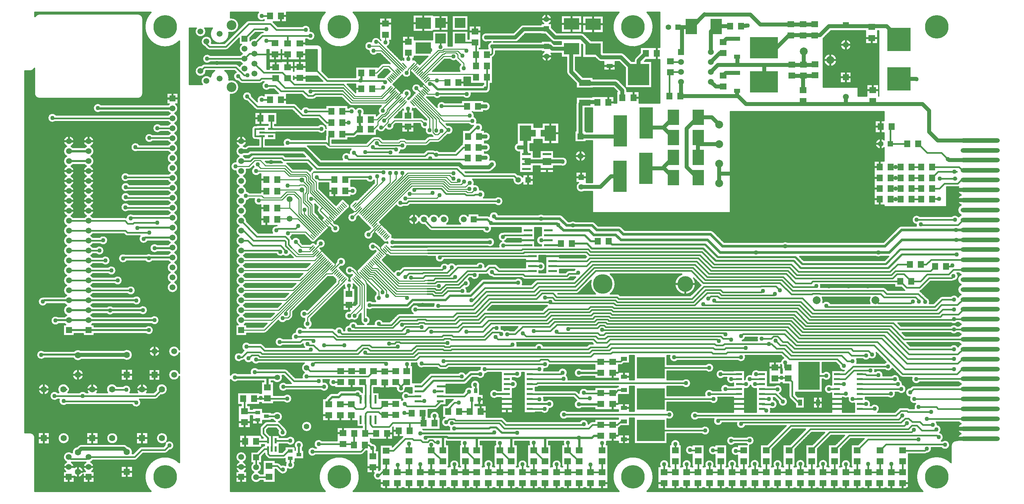
<source format=gtl>
%FSLAX43Y43*%
%MOMM*%
G71*
G01*
G75*
G04 Layer_Physical_Order=1*
%ADD10C,0.300*%
%ADD11R,1.300X0.850*%
%ADD12R,3.000X1.500*%
%ADD13R,9.300X12.200*%
%ADD14C,0.250*%
%ADD15C,0.063*%
%ADD16R,1.800X1.600*%
%ADD17O,10.000X1.200*%
%ADD18R,1.600X1.800*%
%ADD19R,0.550X1.450*%
%ADD20R,0.550X1.450*%
%ADD21R,1.550X0.600*%
%ADD22R,2.200X0.600*%
%ADD23R,2.200X0.600*%
%ADD24R,4.000X3.000*%
%ADD25R,7.100X5.500*%
%ADD26R,1.600X1.000*%
%ADD27R,5.500X7.100*%
%ADD28R,1.000X1.600*%
%ADD29R,1.550X0.600*%
%ADD30R,1.700X0.600*%
%ADD31R,1.700X0.600*%
%ADD32R,0.600X2.200*%
%ADD33R,0.600X2.200*%
%ADD34R,3.000X4.000*%
%ADD35R,3.500X8.000*%
%ADD36R,0.850X1.300*%
%ADD37R,6.000X6.000*%
%ADD38R,2.700X2.500*%
%ADD39R,1.450X0.550*%
%ADD40R,1.450X0.550*%
%ADD41R,5.400X5.500*%
%ADD42C,0.500*%
%ADD43C,1.000*%
%ADD44C,0.400*%
%ADD45C,0.700*%
%ADD46C,0.600*%
%ADD47C,0.800*%
%ADD48R,1.500X1.500*%
%ADD49C,1.500*%
%ADD50C,6.000*%
%ADD51C,4.000*%
%ADD52R,1.600X1.600*%
%ADD53C,1.600*%
%ADD54R,1.400X1.400*%
%ADD55C,1.400*%
%ADD56C,2.000*%
%ADD57C,5.000*%
%ADD58C,2.500*%
%ADD59C,1.300*%
%ADD60C,1.100*%
%ADD61C,3.000*%
D10*
X28850Y99160D02*
G03*
X28263Y100300I-1400J0D01*
G01*
X26637D02*
G03*
X26422Y100110I813J-1140D01*
G01*
X28039Y97890D02*
G03*
X28850Y99160I-589J1270D01*
G01*
X26422Y98210D02*
G03*
X26861Y97890I1028J950D01*
G01*
X28850Y96620D02*
G03*
X28039Y97890I-1400J0D01*
G01*
X26861D02*
G03*
X26338Y97470I589J-1270D01*
G01*
X28039Y95350D02*
G03*
X28850Y96620I-589J1270D01*
G01*
Y94080D02*
G03*
X28039Y95350I-1400J0D01*
G01*
X26338Y95770D02*
G03*
X26861Y95350I1112J850D01*
G01*
X28039Y92810D02*
G03*
X28850Y94080I-589J1270D01*
G01*
X26861Y95350D02*
G03*
X26353Y94950I589J-1270D01*
G01*
X28850Y91540D02*
G03*
X28039Y92810I-1400J0D01*
G01*
X26323Y93250D02*
G03*
X26861Y92810I1127J830D01*
G01*
X28039Y90270D02*
G03*
X28850Y91540I-589J1270D01*
G01*
X26861Y92810D02*
G03*
X26386Y92450I589J-1270D01*
G01*
X26294Y90750D02*
G03*
X26861Y90270I1156J790D01*
G01*
G03*
X26338Y89850I589J-1270D01*
G01*
X28850Y89000D02*
G03*
X28039Y90270I-1400J0D01*
G01*
Y87730D02*
G03*
X28850Y89000I-589J1270D01*
G01*
X26338Y88150D02*
G03*
X26861Y87730I1112J850D01*
G01*
X21968Y123700D02*
G03*
X29200Y116367I3582J-3700D01*
G01*
X24447Y94950D02*
G03*
X24447Y93250I-847J-850D01*
G01*
X28850Y86460D02*
G03*
X28039Y87730I-1400J0D01*
G01*
Y85190D02*
G03*
X28850Y86460I-589J1270D01*
G01*
Y83920D02*
G03*
X28039Y85190I-1400J0D01*
G01*
Y82650D02*
G03*
X28850Y83920I-589J1270D01*
G01*
Y81380D02*
G03*
X28039Y82650I-1400J0D01*
G01*
Y80110D02*
G03*
X28850Y81380I-589J1270D01*
G01*
X26861Y87730D02*
G03*
X26861Y85190I589J-1270D01*
G01*
G03*
X26861Y82650I589J-1270D01*
G01*
G03*
X26547Y82450I589J-1270D01*
G01*
X26200Y80750D02*
G03*
X26861Y80110I1250J630D01*
G01*
X28850Y78840D02*
G03*
X28039Y80110I-1400J0D01*
G01*
Y77570D02*
G03*
X28850Y78840I-589J1270D01*
G01*
X26861Y80110D02*
G03*
X26338Y79690I589J-1270D01*
G01*
X28850Y76300D02*
G03*
X28039Y77570I-1400J0D01*
G01*
Y75030D02*
G03*
X28850Y76300I-589J1270D01*
G01*
X26338Y77990D02*
G03*
X26861Y77570I1112J850D01*
G01*
G03*
X26338Y77150I589J-1270D01*
G01*
Y75450D02*
G03*
X26861Y75030I1112J850D01*
G01*
G03*
X26338Y74610I589J-1270D01*
G01*
X28850Y73760D02*
G03*
X28039Y75030I-1400J0D01*
G01*
Y72490D02*
G03*
X28850Y73760I-589J1270D01*
G01*
Y71220D02*
G03*
X28039Y72490I-1400J0D01*
G01*
Y69950D02*
G03*
X28850Y71220I-589J1270D01*
G01*
X26338Y72910D02*
G03*
X26861Y72490I1112J850D01*
G01*
G03*
X26338Y72070I589J-1270D01*
G01*
X28850Y68680D02*
G03*
X28039Y69950I-1400J0D01*
G01*
Y67410D02*
G03*
X28850Y68680I-589J1270D01*
G01*
Y66140D02*
G03*
X28039Y67410I-1400J0D01*
G01*
Y64870D02*
G03*
X28850Y66140I-589J1270D01*
G01*
X26378Y65240D02*
G03*
X26861Y64870I1072J900D01*
G01*
X28850Y63600D02*
G03*
X28039Y64870I-1400J0D01*
G01*
Y62330D02*
G03*
X28850Y63600I-589J1270D01*
G01*
X26524Y62550D02*
G03*
X26861Y62330I926J1050D01*
G01*
Y64870D02*
G03*
X26268Y64350I589J-1270D01*
G01*
X26861Y62330D02*
G03*
X26378Y61960I589J-1270D01*
G01*
X22397Y92450D02*
G03*
X22397Y90750I-847J-850D01*
G01*
X19900Y122000D02*
G03*
X18600Y123300I-1300J0D01*
G01*
X19900Y122000D02*
G03*
X18600Y123300I-1300J0D01*
G01*
Y101700D02*
G03*
X19900Y103000I0J1300D01*
G01*
X18600Y101700D02*
G03*
X19900Y103000I0J1300D01*
G01*
X23644Y64350D02*
G03*
X23644Y62550I-794J-900D01*
G01*
X19039Y89850D02*
G03*
X18480Y88150I-1039J-600D01*
G01*
X16297Y82450D02*
G03*
X16297Y80750I-847J-850D01*
G01*
X16515Y79690D02*
G03*
X16062Y77990I-1015J-640D01*
G01*
X19125Y66550D02*
G03*
X21133Y65240I975J-700D01*
G01*
X17432Y72070D02*
G03*
X15614Y71234I-632J-1020D01*
G01*
X16509Y77150D02*
G03*
X16081Y75450I-1009J-650D01*
G01*
X16417Y74610D02*
G03*
X16128Y72910I-967J-710D01*
G01*
X15349Y66799D02*
G03*
X15950Y66550I601J601D01*
G01*
X15349Y66799D02*
G03*
X15950Y66550I601J601D01*
G01*
X15614Y71234D02*
G03*
X15310Y71290I-304J-794D01*
G01*
X15614Y71234D02*
G03*
X15310Y71290I-304J-794D01*
G01*
X28850Y61060D02*
G03*
X28039Y62330I-1400J0D01*
G01*
Y59790D02*
G03*
X28850Y61060I-589J1270D01*
G01*
X26378Y60160D02*
G03*
X26861Y59790I1072J900D01*
G01*
X28850Y58520D02*
G03*
X28039Y59790I-1400J0D01*
G01*
Y57250D02*
G03*
X28850Y58520I-589J1270D01*
G01*
X26861Y59790D02*
G03*
X26861Y57250I589J-1270D01*
G01*
X28850Y55980D02*
G03*
X28039Y57250I-1400J0D01*
G01*
X26861D02*
G03*
X26861Y54710I589J-1270D01*
G01*
X28039D02*
G03*
X28850Y55980I-589J1270D01*
G01*
Y53440D02*
G03*
X28039Y54710I-1400J0D01*
G01*
X26861D02*
G03*
X28850Y53440I589J-1270D01*
G01*
X29200Y37466D02*
G03*
X29200Y36717I-1349J-374D01*
G01*
X21962Y61960D02*
G03*
X20837Y61960I-562J-1060D01*
G01*
X20455Y60160D02*
G03*
X22345Y60160I945J740D01*
G01*
X22068Y44140D02*
G03*
X24050Y45050I782J910D01*
G01*
G03*
X22045Y45940I-1200J0D01*
G01*
X24251Y37091D02*
G03*
X24251Y37091I-1400J0D01*
G01*
X22600Y42500D02*
G03*
X20606Y43400I-1200J0D01*
G01*
Y41600D02*
G03*
X22600Y42500I794J900D01*
G01*
X29200Y31466D02*
G03*
X29200Y30717I-1349J-374D01*
G01*
X24473Y25959D02*
G03*
X26153Y27391I230J1432D01*
G01*
X26652Y11850D02*
G03*
X27850Y13050I-2J1200D01*
G01*
G03*
X25940Y14018I-1200J0D01*
G01*
G03*
X26233Y14891I-1157J874D01*
G01*
X25673Y13746D02*
G03*
X25450Y13052I977J-696D01*
G01*
X25500Y11050D02*
G03*
X26101Y11299I0J850D01*
G01*
X25500Y11050D02*
G03*
X26101Y11299I0J850D01*
G01*
X26153Y27391D02*
G03*
X23271Y27162I-1450J0D01*
G01*
X23012Y24850D02*
G03*
X23613Y25099I0J850D01*
G01*
X23012Y24850D02*
G03*
X23613Y25099I0J850D01*
G01*
X26233Y14891D02*
G03*
X25673Y13746I-1450J0D01*
G01*
X29200Y8633D02*
G03*
X21968Y1300I-3650J-3633D01*
G01*
X19450Y50100D02*
G03*
X17480Y51020I-1200J0D01*
G01*
X17434Y49220D02*
G03*
X19450Y50100I816J880D01*
G01*
X21100Y47600D02*
G03*
X19084Y48480I-1200J0D01*
G01*
X19130Y46680D02*
G03*
X21100Y47600I770J920D01*
G01*
X15306Y61960D02*
G03*
X15832Y60160I-456J-1110D01*
G01*
X17990Y52660D02*
G03*
X15943Y53510I-1200J0D01*
G01*
Y51810D02*
G03*
X17990Y52660I847J850D01*
G01*
X14650Y55200D02*
G03*
X12603Y56050I-1200J0D01*
G01*
Y54350D02*
G03*
X14650Y55200I847J850D01*
G01*
X20884Y26550D02*
G03*
X21153Y27391I-1181J841D01*
G01*
G03*
X18522Y26550I-1450J0D01*
G01*
X19400Y24000D02*
G03*
X19047Y24850I-1200J0D01*
G01*
X17109Y23500D02*
G03*
X19400Y24000I1091J500D01*
G01*
X19600Y12750D02*
G03*
X18999Y12501I0J-850D01*
G01*
X16587Y26550D02*
G03*
X16850Y27300I-937J750D01*
G01*
X19600Y12750D02*
G03*
X18999Y12501I0J-850D01*
G01*
X17193Y10950D02*
G03*
X17259Y11383I-1384J433D01*
G01*
X17800Y9250D02*
G03*
X18401Y9499I0J850D01*
G01*
X17800Y9250D02*
G03*
X18401Y9499I0J850D01*
G01*
X17259Y36183D02*
G03*
X14926Y37333I-1450J0D01*
G01*
Y35033D02*
G03*
X17259Y36183I883J1150D01*
G01*
X16850Y27300D02*
G03*
X14803Y28150I-1200J0D01*
G01*
X17259Y11383D02*
G03*
X15997Y12821I-1450J0D01*
G01*
X15806Y13012D02*
G03*
X14992Y13350I-814J-812D01*
G01*
X15805Y13013D02*
G03*
X14992Y13350I-813J-813D01*
G01*
X9237Y100110D02*
G03*
X8999Y98210I-837J-860D01*
G01*
X7450Y90760D02*
G03*
X5461Y89490I-1400J0D01*
G01*
X6639D02*
G03*
X7450Y90760I-589J1270D01*
G01*
Y88220D02*
G03*
X6639Y89490I-1400J0D01*
G01*
Y86950D02*
G03*
X7450Y88220I-589J1270D01*
G01*
Y85680D02*
G03*
X6639Y86950I-1400J0D01*
G01*
Y84410D02*
G03*
X7450Y85680I-589J1270D01*
G01*
Y83140D02*
G03*
X6639Y84410I-1400J0D01*
G01*
Y81870D02*
G03*
X7450Y83140I-589J1270D01*
G01*
Y80600D02*
G03*
X6639Y81870I-1400J0D01*
G01*
Y79330D02*
G03*
X7450Y80600I-589J1270D01*
G01*
X5461Y89490D02*
G03*
X5022Y89170I589J-1270D01*
G01*
X4978Y84780D02*
G03*
X5461Y84410I1072J900D01*
G01*
G03*
X5461Y81870I589J-1270D01*
G01*
G03*
X5461Y79330I589J-1270D01*
G01*
X9004Y64510D02*
G03*
X10950Y65450I746J940D01*
G01*
G03*
X8821Y66210I-1200J0D01*
G01*
X10000Y62850D02*
G03*
X7924Y63670I-1200J0D01*
G01*
X7984Y61970D02*
G03*
X10000Y62850I816J880D01*
G01*
X11550Y60300D02*
G03*
X9483Y61130I-1200J0D01*
G01*
X9524Y59430D02*
G03*
X11550Y60300I826J870D01*
G01*
X13050Y57750D02*
G03*
X10993Y58590I-1200J0D01*
G01*
X11013Y56890D02*
G03*
X13050Y57750I837J860D01*
G01*
X7450Y78060D02*
G03*
X6639Y79330I-1400J0D01*
G01*
Y76790D02*
G03*
X7450Y78060I-589J1270D01*
G01*
Y75520D02*
G03*
X6639Y76790I-1400J0D01*
G01*
Y74250D02*
G03*
X7450Y75520I-589J1270D01*
G01*
X5461Y79330D02*
G03*
X5461Y76790I589J-1270D01*
G01*
G03*
X5461Y74250I589J-1270D01*
G01*
X7450Y72980D02*
G03*
X6639Y74250I-1400J0D01*
G01*
Y71710D02*
G03*
X7450Y72980I-589J1270D01*
G01*
X5461Y74250D02*
G03*
X5461Y71710I589J-1270D01*
G01*
X7162Y71290D02*
G03*
X6639Y71710I-1112J-850D01*
G01*
Y66630D02*
G03*
X7162Y67050I-589J1270D01*
G01*
X5461Y71710D02*
G03*
X4938Y71290I589J-1270D01*
G01*
X7162Y66210D02*
G03*
X6639Y66630I-1112J-850D01*
G01*
Y64090D02*
G03*
X7162Y64510I-589J1270D01*
G01*
Y63670D02*
G03*
X6639Y64090I-1112J-850D01*
G01*
Y61550D02*
G03*
X7162Y61970I-589J1270D01*
G01*
Y61130D02*
G03*
X6639Y61550I-1112J-850D01*
G01*
Y59010D02*
G03*
X7162Y59430I-589J1270D01*
G01*
Y58590D02*
G03*
X6639Y59010I-1112J-850D01*
G01*
Y56470D02*
G03*
X7162Y56890I-589J1270D01*
G01*
Y56050D02*
G03*
X6639Y56470I-1112J-850D01*
G01*
Y53930D02*
G03*
X7162Y54350I-589J1270D01*
G01*
X2400Y90760D02*
G03*
X411Y89490I-1400J0D01*
G01*
X1589D02*
G03*
X2400Y90760I-589J1270D01*
G01*
X2028Y89170D02*
G03*
X1589Y89490I-1028J-950D01*
G01*
Y84410D02*
G03*
X2072Y84780I-589J1270D01*
G01*
X2400Y83140D02*
G03*
X1589Y84410I-1400J0D01*
G01*
X411Y89490D02*
G03*
X411Y86950I589J-1270D01*
G01*
G03*
X411Y84410I589J-1270D01*
G01*
G03*
X411Y81870I589J-1270D01*
G01*
X-6500Y123300D02*
G03*
X-7650Y122606I0J-1300D01*
G01*
X-6500Y123300D02*
G03*
X-7650Y122606I0J-1300D01*
G01*
X-8950Y108700D02*
G03*
X-7800Y109394I0J1300D01*
G01*
X-8950Y108700D02*
G03*
X-7800Y109394I0J1300D01*
G01*
Y103000D02*
G03*
X-6500Y101700I1300J0D01*
G01*
X-7800Y103000D02*
G03*
X-6500Y101700I1300J0D01*
G01*
X-2240Y97470D02*
G03*
X-2507Y95770I-960J-720D01*
G01*
X1589Y81870D02*
G03*
X2400Y83140I-589J1270D01*
G01*
Y80600D02*
G03*
X1589Y81870I-1400J0D01*
G01*
X411D02*
G03*
X411Y79330I589J-1270D01*
G01*
X1589D02*
G03*
X2400Y80600I-589J1270D01*
G01*
Y78060D02*
G03*
X1589Y79330I-1400J0D01*
G01*
X1589Y76790D02*
G03*
X2400Y78060I-589J1270D01*
G01*
X411Y79330D02*
G03*
X411Y76790I589J-1270D01*
G01*
X2400Y75520D02*
G03*
X1589Y76790I-1400J0D01*
G01*
Y74250D02*
G03*
X2400Y75520I-589J1270D01*
G01*
X2400Y72980D02*
G03*
X1589Y74250I-1400J0D01*
G01*
X1589Y71710D02*
G03*
X2400Y72980I-589J1270D01*
G01*
X2112Y71290D02*
G03*
X1589Y71710I-1112J-850D01*
G01*
X411Y76790D02*
G03*
X411Y74250I589J-1270D01*
G01*
G03*
X411Y71710I589J-1270D01*
G01*
G03*
X411Y69170I589J-1270D01*
G01*
G03*
X411Y66630I589J-1270D01*
G01*
G03*
X411Y64090I589J-1270D01*
G01*
G03*
X411Y61550I589J-1270D01*
G01*
G03*
X411Y59010I589J-1270D01*
G01*
G03*
X411Y56470I589J-1270D01*
G01*
G03*
X411Y53930I589J-1270D01*
G01*
X12258Y48480D02*
G03*
X10742Y48480I-758J-930D01*
G01*
X10674Y46680D02*
G03*
X12326Y46680I826J870D01*
G01*
X13239Y28150D02*
G03*
X10822Y26550I-1236J-759D01*
G01*
X7162Y53510D02*
G03*
X6639Y53930I-1112J-850D01*
G01*
Y51390D02*
G03*
X7162Y51810I-589J1270D01*
G01*
X7122Y51020D02*
G03*
X6639Y51390I-1072J-900D01*
G01*
Y48850D02*
G03*
X7122Y49220I-589J1270D01*
G01*
Y48480D02*
G03*
X6639Y48850I-1072J-900D01*
G01*
Y46310D02*
G03*
X7122Y46680I-589J1270D01*
G01*
Y45940D02*
G03*
X6639Y46310I-1072J-900D01*
G01*
X6863Y43900D02*
G03*
X7122Y44140I-813J1140D01*
G01*
X2070Y35350D02*
G03*
X4287Y35033I1239J753D01*
G01*
X4077Y37333D02*
G03*
X2306Y37150I-768J-1230D01*
G01*
X4759Y31103D02*
G03*
X4759Y31103I-1450J0D01*
G01*
X13533Y14891D02*
G03*
X13533Y14891I-1450J0D01*
G01*
X8184Y26550D02*
G03*
X8453Y27391I-1181J841D01*
G01*
X10971Y9221D02*
G03*
X11191Y9250I0J850D01*
G01*
X10971Y9221D02*
G03*
X11191Y9250I0J850D01*
G01*
X6852Y6391D02*
G03*
X7439Y7531I-813J1140D01*
G01*
X6628Y8801D02*
G03*
X7151Y9221I-589J1270D01*
G01*
X7439Y7531D02*
G03*
X6628Y8801I-1400J0D01*
G01*
X8453Y27391D02*
G03*
X5822Y26550I-1450J0D01*
G01*
X5397D02*
G03*
X3703Y26550I-847J-850D01*
G01*
X5350Y8750D02*
G03*
X5226Y6391I689J-1219D01*
G01*
X4756D02*
G03*
X2385Y7420I-1447J-88D01*
G01*
X4206Y13350D02*
G03*
X3393Y13013I0J-1150D01*
G01*
X4206Y13350D02*
G03*
X3392Y13012I0J-1150D01*
G01*
X2389Y5182D02*
G03*
X4639Y5726I920J1121D01*
G01*
X411Y51390D02*
G03*
X-72Y51020I589J-1270D01*
G01*
Y49220D02*
G03*
X411Y48850I1072J900D01*
G01*
Y46310D02*
G03*
X-72Y45940I589J-1270D01*
G01*
X411Y53930D02*
G03*
X411Y51390I589J-1270D01*
G01*
Y48850D02*
G03*
X411Y46310I589J-1270D01*
G01*
X-72Y44140D02*
G03*
X187Y43900I1072J900D01*
G01*
X-1722Y45940D02*
G03*
X-1515Y44140I-678J-990D01*
G01*
X-5330Y51020D02*
G03*
X-5541Y50995I0J-900D01*
G01*
X-5330Y51020D02*
G03*
X-5541Y50995I0J-900D01*
G01*
G03*
X-4599Y49220I-109J-1195D01*
G01*
X-5317Y37150D02*
G03*
X-5203Y35350I-733J-950D01*
G01*
X1209Y27391D02*
G03*
X894Y28052I-850J0D01*
G01*
Y26731D02*
G03*
X1209Y27391I-535J660D01*
G01*
X894Y28052D02*
G03*
X-1578Y26550I-1291J-660D01*
G01*
X784D02*
G03*
X894Y26731I-1181J841D01*
G01*
X-1462Y24850D02*
G03*
X444Y23500I1112J-450D01*
G01*
X1133Y14891D02*
G03*
X1133Y14891I-1450J0D01*
G01*
X-1803Y26550D02*
G03*
X-1803Y24850I-847J-850D01*
G01*
X2385Y7420D02*
G03*
X2389Y7531I-1396J111D01*
G01*
X3120Y12741D02*
G03*
X1866Y11163I189J-1438D01*
G01*
G03*
X400Y8801I-877J-1092D01*
G01*
X2389Y7531D02*
G03*
X1678Y8750I-1400J0D01*
G01*
X400Y8801D02*
G03*
X176Y6391I589J-1270D01*
G01*
X-3947Y27391D02*
G03*
X-3947Y27391I-1450J0D01*
G01*
X-7650Y15000D02*
G03*
X-8950Y16300I-1300J0D01*
G01*
X-7650Y15000D02*
G03*
X-8950Y16300I-1300J0D01*
G01*
X227850Y79100D02*
G03*
X228115Y79142I0J850D01*
G01*
X227850Y79100D02*
G03*
X228115Y79142I0J850D01*
G01*
X209100Y91104D02*
G03*
X209100Y89112I-911J-996D01*
G01*
X228115Y79142D02*
G03*
X228783Y77037I1074J-818D01*
G01*
G03*
X228746Y74475I406J-1288D01*
G01*
G03*
X228711Y71937I444J-1275D01*
G01*
X150150Y120000D02*
G03*
X148582Y123700I-5150J0D01*
G01*
X141418D02*
G03*
X150150Y120000I3582J-3700D01*
G01*
X142764Y113062D02*
G03*
X141950Y113400I-814J-812D01*
G01*
X142763Y113063D02*
G03*
X141950Y113400I-813J-813D01*
G01*
X145638Y112164D02*
G03*
X145300Y111350I812J-814D01*
G01*
X145637Y112164D02*
G03*
X145300Y111350I813J-813D01*
G01*
X143253Y104393D02*
G03*
X143113Y104563I-954J-642D01*
G01*
X143253Y104393D02*
G03*
X143112Y104564I-954J-642D01*
G01*
X141321Y106355D02*
G03*
X140507Y106693I-814J-812D01*
G01*
X141320Y106356D02*
G03*
X140507Y106693I-813J-813D01*
G01*
X143450Y103750D02*
G03*
X143253Y104393I-1150J0D01*
G01*
X143450Y103750D02*
G03*
X143253Y104393I-1150J0D01*
G01*
X228711Y71937D02*
G03*
X228085Y71452I478J-1263D01*
G01*
X228141Y57100D02*
G03*
X228711Y56687I1049J850D01*
G01*
Y56687D02*
G03*
X227952Y55965I478J-1263D01*
G01*
X228085Y71452D02*
G03*
X226303Y71550I-935J-752D01*
G01*
X228000Y56300D02*
G03*
X227695Y57100I-1200J0D01*
G01*
X227952Y55965D02*
G03*
X228000Y56300I-1152J335D01*
G01*
X227896Y55811D02*
G03*
X228746Y54150I1294J-386D01*
G01*
X226782Y55100D02*
G03*
X227896Y55811I18J1200D01*
G01*
X226300Y54950D02*
G03*
X226782Y55100I0J850D01*
G01*
X226300Y54950D02*
G03*
X226782Y55100I0J850D01*
G01*
X218247Y71550D02*
G03*
X217250Y69509I-847J-850D01*
G01*
G03*
X217310Y69125I1200J-9D01*
G01*
X228746Y54150D02*
G03*
X228711Y51612I444J-1275D01*
G01*
G03*
X227971Y50931I478J-1263D01*
G01*
G03*
X226103Y51150I-1021J-631D01*
G01*
X223900D02*
G03*
X223299Y50901I0J-850D01*
G01*
X223900Y51150D02*
G03*
X223299Y50901I0J-850D01*
G01*
X226237Y44300D02*
G03*
X227747Y44450I663J1000D01*
G01*
X220662Y49300D02*
G03*
X220750Y49750I-1112J450D01*
G01*
X218259Y52515D02*
G03*
X218701Y52749I-159J835D01*
G01*
X214230D02*
G03*
X214349Y52650I601J601D01*
G01*
X214230Y52749D02*
G03*
X214349Y52650I601J601D01*
G01*
X218259Y52515D02*
G03*
X218701Y52749I-159J835D01*
G01*
X218401Y52401D02*
G03*
X218259Y52515I-601J-601D01*
G01*
X218401Y52401D02*
G03*
X218259Y52515I-601J-601D01*
G01*
X220750Y49750D02*
G03*
X219906Y50896I-1200J0D01*
G01*
X213528Y69125D02*
G03*
X212818Y68832I-3J-1000D01*
G01*
X213525Y69125D02*
G03*
X212818Y68832I0J-1000D01*
G01*
X206937Y61350D02*
G03*
X208263Y61350I663J1000D01*
G01*
X209501Y53201D02*
G03*
X208900Y53450I-601J-601D01*
G01*
X209501Y53201D02*
G03*
X208900Y53450I-601J-601D01*
G01*
X205476Y50950D02*
G03*
X205461Y49300I1422J-838D01*
G01*
X228141Y44450D02*
G03*
X228783Y44012I1049J850D01*
G01*
G03*
X228141Y43575I406J-1288D01*
G01*
Y41875D02*
G03*
X228746Y41450I1049J850D01*
G01*
X227722Y43575D02*
G03*
X226053Y43550I-822J-875D01*
G01*
Y41850D02*
G03*
X227771Y41875I847J850D01*
G01*
X228746Y41450D02*
G03*
X228141Y41025I444J-1275D01*
G01*
Y39325D02*
G03*
X228711Y38912I1049J850D01*
G01*
G03*
X227961Y38210I478J-1263D01*
G01*
G03*
X226053Y38500I-1061J-560D01*
G01*
X207200Y36300D02*
G03*
X207085Y36813I-1200J0D01*
G01*
X205397Y35263D02*
G03*
X207200Y36300I603J1037D01*
G01*
X203603Y35150D02*
G03*
X205397Y35263I847J850D01*
G01*
X184513Y64950D02*
G03*
X183187Y64950I-663J-1000D01*
G01*
X165507Y67707D02*
G03*
X164800Y68000I-707J-707D01*
G01*
X165507Y67707D02*
G03*
X164800Y68000I-707J-707D01*
G01*
X142107Y68807D02*
G03*
X141400Y69100I-707J-707D01*
G01*
X142107Y68807D02*
G03*
X141400Y69100I-707J-707D01*
G01*
X160955Y54291D02*
G03*
X160449Y55849I-2650J0D01*
G01*
X192950Y53800D02*
G03*
X192912Y54100I-1200J0D01*
G01*
X192898Y53450D02*
G03*
X192950Y53800I-1148J350D01*
G01*
X140455Y54291D02*
G03*
X139210Y56800I-3150J0D01*
G01*
X157453D02*
G03*
X160955Y54291I852J-2509D01*
G01*
X193547Y50112D02*
G03*
X193319Y50950I-1650J0D01*
G01*
X195417Y49300D02*
G03*
X193444Y49536I-1067J-550D01*
G01*
G03*
X193547Y50112I-1546J576D01*
G01*
X176702Y40700D02*
G03*
X176759Y39850I1148J-350D01*
G01*
X202250Y34550D02*
G03*
X202089Y35150I-1200J0D01*
G01*
X183426Y35372D02*
G03*
X182665Y34441I424J-1122D01*
G01*
X173750Y35600D02*
G03*
X173662Y36050I-1200J0D01*
G01*
X172893Y39850D02*
G03*
X173712Y40700I-343J1150D01*
G01*
X171703Y34750D02*
G03*
X173750Y35600I847J850D01*
G01*
X154388Y36050D02*
G03*
X156347Y34750I1112J-450D01*
G01*
X139234Y51800D02*
G03*
X140455Y54291I-1928J2491D01*
G01*
X141501Y51551D02*
G03*
X140900Y51800I-601J-601D01*
G01*
X141501Y51551D02*
G03*
X140900Y51800I-601J-601D01*
G01*
X136036Y111438D02*
G03*
X136850Y111100I814J812D01*
G01*
X136037Y111437D02*
G03*
X136850Y111100I813J813D01*
G01*
X132614Y118112D02*
G03*
X131800Y118450I-814J-812D01*
G01*
X132613Y118113D02*
G03*
X131800Y118450I-813J-813D01*
G01*
X128050Y108500D02*
G03*
X128387Y107687I1150J0D01*
G01*
X128050Y108500D02*
G03*
X128388Y107686I1150J0D01*
G01*
X124576Y115800D02*
G03*
X124341Y115982I-814J-812D01*
G01*
X124575Y115801D02*
G03*
X124341Y115982I-813J-813D01*
G01*
X132993Y87001D02*
G03*
X132993Y87001I-1400J0D01*
G01*
X130503Y100711D02*
G03*
X130443Y100343I1089J-368D01*
G01*
X130503Y100711D02*
G03*
X130443Y100343I1089J-368D01*
G01*
X128250Y85550D02*
G03*
X127025Y86750I-1200J0D01*
G01*
X126570Y84450D02*
G03*
X128250Y85550I480J1100D01*
G01*
X123615Y120812D02*
G03*
X124258Y121962I-707J1150D01*
G01*
X124256Y116488D02*
G03*
X125070Y116150I814J812D01*
G01*
X124257Y116487D02*
G03*
X125070Y116150I813J813D01*
G01*
X124258Y121962D02*
G03*
X122201Y120812I-1350J0D01*
G01*
X124090Y113272D02*
G03*
X124361Y113239I270J1118D01*
G01*
X124090Y113272D02*
G03*
X124361Y113239I270J1118D01*
G01*
X124341Y112488D02*
G03*
X124090Y113272I-1350J0D01*
G01*
X122284Y113638D02*
G03*
X124341Y112488I707J-1150D01*
G01*
X117050Y120550D02*
G03*
X116237Y120213I0J-1150D01*
G01*
X117050Y120550D02*
G03*
X116236Y120212I0J-1150D01*
G01*
X114950Y116150D02*
G03*
X115763Y116487I0J1150D01*
G01*
X114950Y116150D02*
G03*
X115764Y116488I0J1150D01*
G01*
X109651Y112649D02*
G03*
X109900Y113250I-601J601D01*
G01*
X108707Y116150D02*
G03*
X107986Y114443I343J-1150D01*
G01*
X109651Y112649D02*
G03*
X109900Y113250I-601J601D01*
G01*
X109188Y112202D02*
G03*
X109294Y112292I-494J692D01*
G01*
X109188Y112202D02*
G03*
X109294Y112292I-494J692D01*
G01*
X108580Y104471D02*
G03*
X108588Y104588I-842J117D01*
G01*
X108580Y104471D02*
G03*
X108588Y104588I-842J117D01*
G01*
X108600Y104250D02*
G03*
X108580Y104471I-1200J0D01*
G01*
X107057Y103100D02*
G03*
X108600Y104250I343J1150D01*
G01*
X115411Y90317D02*
G03*
X116050Y88017I439J-1117D01*
G01*
X108593Y99693D02*
G03*
X107051Y100843I-1200J0D01*
G01*
Y98543D02*
G03*
X108593Y99693I343J1150D01*
G01*
X108600Y91950D02*
G03*
X107112Y93115I-1200J0D01*
G01*
Y90785D02*
G03*
X108600Y91950I288J1165D01*
G01*
X109571Y83844D02*
G03*
X110200Y84900I-571J1056D01*
G01*
X108600Y89200D02*
G03*
X107088Y90359I-1200J0D01*
G01*
X107088Y88041D02*
G03*
X108600Y89200I312J1159D01*
G01*
Y86600D02*
G03*
X107088Y87759I-1200J0D01*
G01*
X108403Y85941D02*
G03*
X108600Y86600I-1003J659D01*
G01*
X110200Y84900D02*
G03*
X108403Y85941I-1200J0D01*
G01*
X131085Y80239D02*
G03*
X132514Y77948I707J-1150D01*
G01*
X135257Y69957D02*
G03*
X134550Y70250I-707J-707D01*
G01*
X135257Y69957D02*
G03*
X134550Y70250I-707J-707D01*
G01*
X130313D02*
G03*
X128987Y70250I-663J-1000D01*
G01*
X127007Y71707D02*
G03*
X126300Y72000I-707J-707D01*
G01*
X127007Y71707D02*
G03*
X126300Y72000I-707J-707D01*
G01*
X130166Y58012D02*
G03*
X129961Y57750I834J-862D01*
G01*
X122163Y72000D02*
G03*
X120837Y72000I-663J-1000D01*
G01*
X121639Y66660D02*
G03*
X121639Y64265I-77J-1198D01*
G01*
X122600Y58800D02*
G03*
X121039Y59945I-1200J0D01*
G01*
X134306Y55254D02*
G03*
X135377Y51800I2999J-963D01*
G01*
X128650Y57750D02*
G03*
X128049Y57501I0J-850D01*
G01*
X128650Y57750D02*
G03*
X128049Y57501I0J-850D01*
G01*
X128100Y55500D02*
G03*
X128701Y55749I0J850D01*
G01*
X128100Y55500D02*
G03*
X128701Y55749I0J850D01*
G01*
X134100Y39000D02*
G03*
X133499Y38751I0J-850D01*
G01*
X134100Y39000D02*
G03*
X133499Y38751I0J-850D01*
G01*
X130550Y51850D02*
G03*
X131151Y52099I0J850D01*
G01*
X130550Y51850D02*
G03*
X131151Y52099I0J850D01*
G01*
X123056Y48800D02*
G03*
X123149Y48726I794J900D01*
G01*
X121039Y57655D02*
G03*
X122600Y58800I361J1145D01*
G01*
X120600Y55400D02*
G03*
X119999Y55151I0J-850D01*
G01*
X120600Y55400D02*
G03*
X119999Y55151I0J-850D01*
G01*
X123149Y48726D02*
G03*
X122749Y48501I201J-826D01*
G01*
X123149Y48726D02*
G03*
X122749Y48501I201J-826D01*
G01*
X122162Y38450D02*
G03*
X119938Y38450I-1112J-450D01*
G01*
X116838Y81616D02*
G03*
X115547Y82251I-1150J-707D01*
G01*
X114345Y81049D02*
G03*
X116838Y80202I1343J-141D01*
G01*
X115298Y82501D02*
G03*
X114697Y82750I-601J-601D01*
G01*
X115298Y82501D02*
G03*
X114697Y82750I-601J-601D01*
G01*
X112235Y65252D02*
G03*
X112855Y65882I-485J1098D01*
G01*
X111850Y75450D02*
G03*
X109803Y76300I-1200J0D01*
G01*
Y74600D02*
G03*
X111850Y75450I847J850D01*
G01*
X108200Y82950D02*
G03*
X109013Y83287I0J1150D01*
G01*
X108200Y82950D02*
G03*
X109014Y83288I0J1150D01*
G01*
X112132Y67582D02*
G03*
X111877Y67543I0J-850D01*
G01*
X112132Y67582D02*
G03*
X111877Y67543I0J-850D01*
G01*
G03*
X111415Y65198I-127J-1193D01*
G01*
X112643Y65042D02*
G03*
X112235Y65252I-743J-942D01*
G01*
X111415Y65198D02*
G03*
X110752Y63750I485J-1098D01*
G01*
X108900Y68450D02*
G03*
X108874Y68700I-1200J0D01*
G01*
X110631Y72000D02*
G03*
X108300Y71611I-1131J-400D01*
G01*
G03*
X107792Y71758I-508J-803D01*
G01*
X108300Y71611D02*
G03*
X107792Y71758I-508J-803D01*
G01*
X109700Y65000D02*
G03*
X107919Y66050I-1200J0D01*
G01*
Y63950D02*
G03*
X109700Y65000I581J1050D01*
G01*
X116749Y55749D02*
G03*
X117350Y55500I601J601D01*
G01*
X116749Y55749D02*
G03*
X117350Y55500I601J601D01*
G01*
X116791Y54150D02*
G03*
X116900Y54650I-1091J500D01*
G01*
G03*
X114967Y55600I-1200J0D01*
G01*
X115398Y38450D02*
G03*
X115450Y38800I-1148J350D01*
G01*
G03*
X115341Y39300I-1200J0D01*
G01*
X113633Y42350D02*
G03*
X112213Y42384I-733J-950D01*
G01*
X110301Y59151D02*
G03*
X109700Y59400I-601J-601D01*
G01*
X110301Y59151D02*
G03*
X109700Y59400I-601J-601D01*
G01*
X108949Y56149D02*
G03*
X109550Y55900I601J601D01*
G01*
X108949Y56149D02*
G03*
X109550Y55900I601J601D01*
G01*
X108400Y59400D02*
G03*
X107799Y59151I0J-850D01*
G01*
X108400Y59400D02*
G03*
X107799Y59151I0J-850D01*
G01*
X107859Y56851D02*
G03*
X108948Y56150I1091J499D01*
G01*
X107442Y56742D02*
G03*
X107859Y56851I0J850D01*
G01*
X107442Y56742D02*
G03*
X107859Y56851I0J850D01*
G01*
X107240Y58592D02*
G03*
X107250Y58750I-1189J158D01*
G01*
X111400Y43000D02*
G03*
X111348Y43350I-1200J0D01*
G01*
X112213Y42384D02*
G03*
X111374Y42750I-863J-834D01*
G01*
G03*
X111400Y43000I-1174J250D01*
G01*
X213199Y30699D02*
G03*
X213800Y30450I601J601D01*
G01*
X213199Y30699D02*
G03*
X213800Y30450I601J601D01*
G01*
X213036Y29818D02*
G03*
X213050Y30000I-1186J182D01*
G01*
X228141Y29200D02*
G03*
X228783Y28762I1049J850D01*
G01*
X216188Y30450D02*
G03*
X218194Y29200I1112J-450D01*
G01*
X213800Y28700D02*
G03*
X213036Y29818I-1200J0D01*
G01*
X209571Y34327D02*
G03*
X209253Y34100I529J-1077D01*
G01*
Y32400D02*
G03*
X211177Y32721I847J850D01*
G01*
X213050Y30000D02*
G03*
X211003Y30850I-1200J0D01*
G01*
X228783Y28762D02*
G03*
X228141Y28325I406J-1288D01*
G01*
X216625D02*
G03*
X216024Y28076I0J-850D01*
G01*
X216625Y28325D02*
G03*
X216024Y28076I0J-850D01*
G01*
X202162Y34100D02*
G03*
X202250Y34550I-1112J450D01*
G01*
X197600Y33398D02*
G03*
X198902Y32204I1200J2D01*
G01*
X206750Y32200D02*
G03*
X206733Y32400I-1200J0D01*
G01*
X206712Y31900D02*
G03*
X206750Y32200I-1162J300D01*
G01*
X208850Y31050D02*
G03*
X206803Y31900I-1200J0D01*
G01*
X208833Y30850D02*
G03*
X208850Y31050I-1183J200D01*
G01*
X195550Y30850D02*
G03*
X193475Y31671I-1200J0D01*
G01*
X193533Y29971D02*
G03*
X195550Y30850I817J879D01*
G01*
X215661Y25403D02*
G03*
X217114Y23756I1089J-503D01*
G01*
X215748Y27800D02*
G03*
X215661Y25403I2J-1200D01*
G01*
X214700Y27450D02*
G03*
X213797Y28613I-1200J0D01*
G01*
X212661Y26592D02*
G03*
X214700Y27450I839J858D01*
G01*
X212000Y26300D02*
G03*
X211964Y26592I-1200J0D01*
G01*
X210104Y25322D02*
G03*
X212000Y26300I696J978D01*
G01*
X228141Y19000D02*
G03*
X228711Y18587I1049J850D01*
G01*
Y18587D02*
G03*
X228711Y16062I478J-1263D01*
G01*
X217114Y23756D02*
G03*
X216752Y22500I786J-906D01*
G01*
X223650Y17150D02*
G03*
X222700Y18324I-1200J0D01*
G01*
G03*
X222475Y19000I-1200J-24D01*
G01*
X215501Y22501D02*
G03*
X214900Y22750I-601J-601D01*
G01*
X215501Y22501D02*
G03*
X214900Y22750I-601J-601D01*
G01*
X213350D02*
G03*
X212749Y22501I0J-850D01*
G01*
X213350Y22750D02*
G03*
X212749Y22501I0J-850D01*
G01*
X198604Y25322D02*
G03*
X199889Y25255I696J978D01*
G01*
G03*
X201495Y23836I1161J-305D01*
G01*
X195645Y28462D02*
G03*
X195645Y26438I-645J-1012D01*
G01*
X205650Y23650D02*
G03*
X204345Y24845I-1200J0D01*
G01*
X205567Y23212D02*
G03*
X205650Y23650I-1117J438D01*
G01*
X207900Y22450D02*
G03*
X205773Y23212I-1200J0D01*
G01*
X207433Y21500D02*
G03*
X207900Y22450I-733J950D01*
G01*
X182764Y33738D02*
G03*
X182915Y33498I1086J512D01*
G01*
Y32991D02*
G03*
X183064Y32464I1000J0D01*
G01*
X183064Y31489D02*
G03*
X182764Y31492I-164J-1189D01*
G01*
Y29108D02*
G03*
X183064Y29111I136J1192D01*
G01*
X183100Y27400D02*
G03*
X181090Y28285I-1200J0D01*
G01*
X182429Y26323D02*
G03*
X183100Y27400I-529J1077D01*
G01*
X177140Y32195D02*
G03*
X175206Y31129I-740J-945D01*
G01*
G03*
X173606Y29884I-406J-1129D01*
G01*
X168202Y32095D02*
G03*
X168192Y30395I-852J-845D01*
G01*
X174975Y28456D02*
G03*
X176500Y27552I1175J244D01*
G01*
X173500Y27538D02*
G03*
X174975Y28456I300J1162D01*
G01*
X173606Y29884D02*
G03*
X173500Y29862I194J-1184D01*
G01*
X168917Y30395D02*
G03*
X170650Y28961I1133J-395D01*
G01*
X169458Y28285D02*
G03*
X167452Y27015I-908J-785D01*
G01*
X184800Y25650D02*
G03*
X185049Y25049I850J0D01*
G01*
X184800Y25650D02*
G03*
X185049Y25049I850J0D01*
G01*
X184450Y24250D02*
G03*
X183303Y25449I-1200J0D01*
G01*
X180900Y24900D02*
G03*
X180831Y25300I-1200J0D01*
G01*
X180892Y24764D02*
G03*
X180900Y24900I-1192J136D01*
G01*
X182051Y24297D02*
G03*
X184450Y24250I1199J-47D01*
G01*
X181800Y23600D02*
G03*
X180892Y24764I-1200J0D01*
G01*
X180083Y22517D02*
G03*
X181800Y23600I517J1083D01*
G01*
X180200Y22000D02*
G03*
X180083Y22517I-1200J0D01*
G01*
X180091Y21500D02*
G03*
X180200Y22000I-1091J500D01*
G01*
X171438Y18850D02*
G03*
X173691Y18050I1162J-300D01*
G01*
X165609Y19800D02*
G03*
X167812Y18850I1091J-500D01*
G01*
X228711Y16062D02*
G03*
X227935Y14300I478J-1263D01*
G01*
X227500D02*
G03*
X226200Y13000I0J-1300D01*
G01*
X227500Y14300D02*
G03*
X226200Y13000I0J-1300D01*
G01*
X225850Y13200D02*
G03*
X223987Y14200I-1200J0D01*
G01*
X223733D02*
G03*
X224200Y15150I-733J950D01*
G01*
X223675Y12500D02*
G03*
X225850Y13200I975J700D01*
G01*
X223307Y16310D02*
G03*
X223650Y17150I-857J840D01*
G01*
X224200Y15150D02*
G03*
X223307Y16310I-1200J0D01*
G01*
X221200Y12250D02*
G03*
X221174Y12500I-1200J0D01*
G01*
X219998Y11050D02*
G03*
X221200Y12250I2J1200D01*
G01*
X219450Y10850D02*
G03*
X219998Y11050I0J850D01*
G01*
X219450Y10850D02*
G03*
X219998Y11050I0J850D01*
G01*
X226200Y8632D02*
G03*
X218970Y1300I-3700J-3582D01*
G01*
X200365Y7655D02*
G03*
X200523Y8250I-1042J595D01*
G01*
G03*
X198281Y7655I-1200J0D01*
G01*
X194509Y7650D02*
G03*
X194700Y8300I-1009J650D01*
G01*
G03*
X192491Y7650I-1200J0D01*
G01*
X175950Y14300D02*
G03*
X173903Y15150I-1200J0D01*
G01*
X174764Y13100D02*
G03*
X175950Y14300I-14J1200D01*
G01*
X173903Y13450D02*
G03*
X174185Y13241I847J850D01*
G01*
X170844Y15150D02*
G03*
X170944Y13450I-794J-900D01*
G01*
X171664Y12756D02*
G03*
X171664Y10544I-464J-1106D01*
G01*
X188709Y7650D02*
G03*
X188900Y8300I-1009J650D01*
G01*
G03*
X186691Y7650I-1200J0D01*
G01*
X182939D02*
G03*
X183100Y8250I-1039J600D01*
G01*
G03*
X180861Y7650I-1200J0D01*
G01*
X177059D02*
G03*
X177250Y8300I-1009J650D01*
G01*
G03*
X175041Y7650I-1200J0D01*
G01*
X171309D02*
G03*
X171500Y8300I-1009J650D01*
G01*
G03*
X169291Y7650I-1200J0D01*
G01*
X165650Y32900D02*
G03*
X163603Y33750I-1200J0D01*
G01*
Y32050D02*
G03*
X165650Y32900I847J850D01*
G01*
X159750Y28950D02*
G03*
X157703Y29800I-1200J0D01*
G01*
Y28100D02*
G03*
X159750Y28950I847J850D01*
G01*
X141850Y33600D02*
G03*
X142451Y33849I0J850D01*
G01*
X141850Y33600D02*
G03*
X142451Y33849I0J850D01*
G01*
X141188Y28038D02*
G03*
X140666Y27859I0J-850D01*
G01*
X141188Y28038D02*
G03*
X140666Y27859I0J-850D01*
G01*
X165331Y27015D02*
G03*
X163338Y25750I-881J-815D01*
G01*
X166750Y24900D02*
G03*
X166676Y25315I-1200J0D01*
G01*
X164703Y24050D02*
G03*
X166750Y24900I847J850D01*
G01*
X161647Y21500D02*
G03*
X161647Y19800I-847J-850D01*
G01*
X155450Y20900D02*
G03*
X153721Y21977I-1200J0D01*
G01*
Y19823D02*
G03*
X155450Y20900I529J1077D01*
G01*
X131872Y32559D02*
G03*
X131894Y30659I-722J-959D01*
G01*
X128250Y31650D02*
G03*
X125936Y32095I-1200J0D01*
G01*
X128032Y30960D02*
G03*
X128250Y31650I-982J690D01*
G01*
X128450Y30050D02*
G03*
X128032Y30960I-1200J0D01*
G01*
X128424Y29800D02*
G03*
X128450Y30050I-1174J250D01*
G01*
X130786Y26766D02*
G03*
X130185Y27015I-601J-601D01*
G01*
X130786Y26766D02*
G03*
X130185Y27015I-601J-601D01*
G01*
X122294Y32668D02*
G03*
X123674Y33603I206J1182D01*
G01*
X122300Y32550D02*
G03*
X122294Y32668I-1200J0D01*
G01*
X122210Y32095D02*
G03*
X122300Y32550I-1110J455D01*
G01*
X116650Y31350D02*
G03*
X116598Y31700I-1200J0D01*
G01*
X114794Y30345D02*
G03*
X116650Y31350I656J1005D01*
G01*
X107199Y31354D02*
G03*
X107947Y31700I-99J1196D01*
G01*
X120355Y27855D02*
G03*
X120952Y28100I0J850D01*
G01*
X120355Y27855D02*
G03*
X120952Y28100I0J850D01*
G01*
X115500Y28700D02*
G03*
X114200Y29896I-1200J0D01*
G01*
Y27504D02*
G03*
X115500Y28700I100J1196D01*
G01*
X133337Y27250D02*
G03*
X131210Y26342I-937J-750D01*
G01*
X130556Y24592D02*
G03*
X131883Y22600I594J-1042D01*
G01*
X122300Y24850D02*
G03*
X122206Y25315I-1200J0D01*
G01*
X124850Y23650D02*
G03*
X122829Y24525I-1200J0D01*
G01*
X122255D02*
G03*
X122300Y24850I-1155J325D01*
G01*
X123649Y22450D02*
G03*
X124850Y23650I1J1200D01*
G01*
X128197Y21750D02*
G03*
X128197Y20050I-847J-850D01*
G01*
X121656Y21500D02*
G03*
X123650Y22400I794J900D01*
G01*
X110382Y27065D02*
G03*
X110302Y25265I-832J-865D01*
G01*
X111951Y20051D02*
G03*
X111350Y20300I-601J-601D01*
G01*
X164600Y16850D02*
G03*
X162606Y17750I-1200J0D01*
G01*
X162506Y16050D02*
G03*
X164600Y16850I894J800D01*
G01*
X165864Y12906D02*
G03*
X165864Y10694I-464J-1106D01*
G01*
X160064Y12934D02*
G03*
X160064Y10766I-514J-1084D01*
G01*
X141336Y17519D02*
G03*
X141601Y17699I-336J781D01*
G01*
X141336Y17519D02*
G03*
X141601Y17699I-336J781D01*
G01*
X157000Y13400D02*
G03*
X154611Y13238I-1200J0D01*
G01*
X156989D02*
G03*
X157000Y13400I-1189J162D01*
G01*
X165700Y8200D02*
G03*
X163433Y7650I-1200J0D01*
G01*
X165567D02*
G03*
X165700Y8200I-1067J550D01*
G01*
X159739Y7650D02*
G03*
X159900Y8250I-1039J600D01*
G01*
G03*
X157661Y7650I-1200J0D01*
G01*
X153992Y7655D02*
G03*
X154150Y8250I-1042J595D01*
G01*
G03*
X151908Y7655I-1200J0D01*
G01*
X148582Y1300D02*
G03*
X150150Y5000I-3582J3700D01*
G01*
X134600Y19150D02*
G03*
X133999Y18901I0J-850D01*
G01*
X134600Y19150D02*
G03*
X133999Y18901I0J-850D01*
G01*
X138300Y13700D02*
G03*
X138245Y14059I-1200J0D01*
G01*
X133600Y18502D02*
G03*
X131425Y19200I-1200J-2D01*
G01*
X127238Y14050D02*
G03*
X127313Y13241I1162J-300D01*
G01*
X138207Y13238D02*
G03*
X138300Y13700I-1107J462D01*
G01*
X118488Y14050D02*
G03*
X118563Y13241I1162J-300D01*
G01*
X111951Y20051D02*
G03*
X111350Y20300I-601J-601D01*
G01*
X109902Y14050D02*
G03*
X109941Y13241I1148J-350D01*
G01*
X150150Y5000D02*
G03*
X141418Y1300I-5150J0D01*
G01*
X126569Y7655D02*
G03*
X126700Y8200I-1069J545D01*
G01*
G03*
X124431Y7655I-1200J0D01*
G01*
X117869Y7655D02*
G03*
X118000Y8200I-1069J545D01*
G01*
G03*
X115731Y7655I-1200J0D01*
G01*
X109144Y7659D02*
G03*
X109300Y8250I-1044J591D01*
G01*
G03*
X107056Y7659I-1200J0D01*
G01*
X107843Y118450D02*
G03*
X107843Y116150I-343J-1150D01*
G01*
X98284Y111725D02*
G03*
X99827Y111477I916J775D01*
G01*
X100975Y110316D02*
G03*
X100794Y108675I775J-916D01*
G01*
X106888Y105335D02*
G03*
X106463Y105000I512J-1085D01*
G01*
X103750Y102850D02*
G03*
X103724Y103100I-1200J0D01*
G01*
X101673Y102031D02*
G03*
X103750Y102850I877J819D01*
G01*
X94084Y102075D02*
G03*
X95877Y102031I916J775D01*
G01*
X96997Y100600D02*
G03*
X95004Y99394I-847J-850D01*
G01*
X92352Y102107D02*
G03*
X92573Y102075I221J743D01*
G01*
X92352Y102107D02*
G03*
X92573Y102075I221J743D01*
G01*
X88850Y111750D02*
G03*
X88831Y111962I-1200J0D01*
G01*
X88828Y111523D02*
G03*
X88850Y111750I-1178J227D01*
G01*
X86469Y111962D02*
G03*
X86478Y111491I1181J-212D01*
G01*
X83000Y116050D02*
G03*
X82885Y116562I-1200J0D01*
G01*
X82277Y114949D02*
G03*
X83000Y116050I-477J1101D01*
G01*
X83014Y110606D02*
G03*
X82695Y110675I-319J-706D01*
G01*
X83014Y110606D02*
G03*
X82695Y110675I-319J-706D01*
G01*
X75150Y120000D02*
G03*
X73582Y123700I-5150J0D01*
G01*
X66418D02*
G03*
X75150Y120000I3582J-3700D01*
G01*
X80529Y116697D02*
G03*
X80413Y116793I-549J-547D01*
G01*
X80529Y116698D02*
G03*
X80413Y116793I-548J-548D01*
G01*
G03*
X80293Y116951I-1013J-643D01*
G01*
G03*
X78201Y116191I-893J-801D01*
G01*
G03*
X77600Y113904I-501J-1091D01*
G01*
G03*
X79716Y113125I1200J-4D01*
G01*
X81200Y110675D02*
G03*
X80652Y110448I0J-775D01*
G01*
X81200Y110675D02*
G03*
X80651Y110447I0J-775D01*
G01*
X88400Y108250D02*
G03*
X88382Y108455I-1200J0D01*
G01*
X86135Y107698D02*
G03*
X88400Y108250I1065J552D01*
G01*
X90859Y104644D02*
G03*
X89365Y103150I-1150J-344D01*
G01*
X88450Y102950D02*
G03*
X86051Y103008I-1200J0D01*
G01*
X87761Y101864D02*
G03*
X88450Y102950I-511J1086D01*
G01*
X79912Y107546D02*
G03*
X80056Y107660I-406J660D01*
G01*
X79912Y107546D02*
G03*
X80055Y107659I-406J660D01*
G01*
X81487Y107081D02*
G03*
X81358Y107050I213J-1181D01*
G01*
X72552Y100052D02*
G03*
X73100Y99825I548J548D01*
G01*
X72551Y100053D02*
G03*
X73100Y99825I549J547D01*
G01*
X104464Y97057D02*
G03*
X104500Y97350I-1164J293D01*
G01*
X106650Y94300D02*
G03*
X105088Y95444I-1200J0D01*
G01*
X105200Y95950D02*
G03*
X104464Y97057I-1200J0D01*
G01*
X105088Y95444D02*
G03*
X105200Y95950I-1088J506D01*
G01*
X104088Y98255D02*
G03*
X103988Y98333I-788J-905D01*
G01*
X104500Y97350D02*
G03*
X104200Y98143I-1200J0D01*
G01*
G03*
X104088Y98255I-900J-793D01*
G01*
X103084Y95175D02*
G03*
X104281Y94783I916J775D01*
G01*
X99100Y93650D02*
G03*
X97627Y94819I-1200J0D01*
G01*
X106392Y93557D02*
G03*
X106650Y94300I-942J743D01*
G01*
X101388Y89965D02*
G03*
X101142Y89794I356J-772D01*
G01*
X97627Y92481D02*
G03*
X99100Y93650I273J1169D01*
G01*
X101388Y89965D02*
G03*
X101142Y89794I356J-772D01*
G01*
X92325Y96222D02*
G03*
X91800Y96296I-425J-1122D01*
G01*
X91499Y96597D02*
G03*
X90950Y96825I-549J-547D01*
G01*
X91498Y96598D02*
G03*
X90950Y96825I-548J-548D01*
G01*
X91953Y93901D02*
G03*
X93526Y92428I1147J-351D01*
G01*
X90704Y95200D02*
G03*
X91953Y93901I1196J-100D01*
G01*
X95300Y90475D02*
G03*
X95849Y90703I0J775D01*
G01*
X95300Y90475D02*
G03*
X95848Y90702I0J775D01*
G01*
X94413Y88452D02*
G03*
X93978Y88572I-435J-730D01*
G01*
X94413Y88452D02*
G03*
X93978Y88572I-435J-730D01*
G01*
X95597Y88150D02*
G03*
X94413Y88452I-847J-850D01*
G01*
X93000Y92025D02*
G03*
X92452Y91798I0J-775D01*
G01*
X93000Y92025D02*
G03*
X92451Y91797I0J-775D01*
G01*
X92150Y89625D02*
G03*
X92698Y89852I0J775D01*
G01*
X92150Y89625D02*
G03*
X92699Y89853I0J775D01*
G01*
X92672Y88572D02*
G03*
X92071Y88323I0J-850D01*
G01*
X92672Y88572D02*
G03*
X92071Y88323I0J-850D01*
G01*
X92672Y88572D02*
G03*
X92071Y88323I0J-850D01*
G01*
X105844Y78382D02*
G03*
X105850Y78500I-1194J118D01*
G01*
X107250Y77200D02*
G03*
X105844Y78382I-1200J0D01*
G01*
X106844Y76300D02*
G03*
X107250Y77200I-794J900D01*
G01*
X105850Y78500D02*
G03*
X104402Y79674I-1200J0D01*
G01*
G03*
X104500Y80150I-1102J476D01*
G01*
G03*
X104094Y81050I-1200J0D01*
G01*
X106609Y67950D02*
G03*
X108900Y68450I1091J500D01*
G01*
X102900Y71621D02*
G03*
X100973Y69650I-1140J-813D01*
G01*
X98080Y70808D02*
G03*
X95410Y71397I-1400J0D01*
G01*
G03*
X92870Y71397I-1270J-589D01*
G01*
G03*
X90330Y71397I-1270J-589D01*
G01*
X97467Y69650D02*
G03*
X98080Y70808I-787J1158D01*
G01*
X93007Y68199D02*
G03*
X93608Y67950I601J601D01*
G01*
X93007Y68199D02*
G03*
X93608Y67950I601J601D01*
G01*
X90330Y70219D02*
G03*
X91785Y69420I1270J589D01*
G01*
X88727Y99077D02*
G03*
X88719Y99209I-1200J0D01*
G01*
X88685Y98762D02*
G03*
X88727Y99077I-1158J314D01*
G01*
X86330Y98984D02*
G03*
X86368Y98762I1196J93D01*
G01*
X81878Y93982D02*
G03*
X84000Y94750I922J768D01*
G01*
X87149Y91297D02*
G03*
X86600Y91525I-549J-547D01*
G01*
X87148Y91298D02*
G03*
X86600Y91525I-548J-548D01*
G01*
X85741Y88555D02*
G03*
X87298Y89625I359J1145D01*
G01*
X85650Y91525D02*
G03*
X85102Y91298I0J-775D01*
G01*
X85650Y91525D02*
G03*
X85101Y91297I0J-775D01*
G01*
X85344Y87800D02*
G03*
X85741Y88555I-794J900D01*
G01*
X80603Y99727D02*
G03*
X80461Y99532I547J-549D01*
G01*
X80602Y99726D02*
G03*
X80461Y99532I548J-548D01*
G01*
G03*
X80161Y97871I689J-982D01*
G01*
X79693Y93647D02*
G03*
X81849Y93953I1007J653D01*
G01*
X74233Y99011D02*
G03*
X72346Y99243I-1033J-611D01*
G01*
X76400Y98300D02*
G03*
X74233Y99011I-1200J0D01*
G01*
X76315Y97857D02*
G03*
X76400Y98300I-1115J443D01*
G01*
X80599Y91747D02*
G03*
X80050Y91975I-549J-547D01*
G01*
X80598Y91748D02*
G03*
X80050Y91975I-548J-548D01*
G01*
X78900D02*
G03*
X78352Y91748I0J-775D01*
G01*
X78900Y91975D02*
G03*
X78351Y91747I0J-775D01*
G01*
X76891Y80800D02*
G03*
X78925Y80826I1009J650D01*
G01*
X73643Y91643D02*
G03*
X74315Y91922I0J950D01*
G01*
X73643Y91643D02*
G03*
X74315Y91922I0J950D01*
G01*
X72986Y88725D02*
G03*
X72557Y87670I764J-925D01*
G01*
X90330Y71397D02*
G03*
X90330Y70219I-1270J-589D01*
G01*
X84629Y74419D02*
G03*
X86383Y74100I1021J631D01*
G01*
X87250D02*
G03*
X87851Y74349I0J850D01*
G01*
X87250Y74100D02*
G03*
X87851Y74349I0J850D01*
G01*
X82021Y68383D02*
G03*
X81692Y68689I-670J-389D01*
G01*
G03*
X81339Y69043I-695J-342D01*
G01*
X82753Y67628D02*
G03*
X82420Y67971I-695J-342D01*
G01*
X83540Y66579D02*
G03*
X83107Y67275I-775J0D01*
G01*
G03*
X82753Y67628I-695J-342D01*
G01*
X82420Y67971D02*
G03*
X82021Y68383I-716J-296D01*
G01*
X83437Y66195D02*
G03*
X83540Y66579I-673J385D01*
G01*
X84131Y66050D02*
G03*
X83437Y66195I-581J-1050D01*
G01*
X82353Y65081D02*
G03*
X82391Y64688I1197J-81D01*
G01*
X81339Y69043D02*
G03*
X80985Y69396I-695J-342D01*
G01*
G03*
X80632Y69750I-695J-342D01*
G01*
G03*
X80302Y70091I-695J-342D01*
G01*
X81185Y65354D02*
G03*
X82353Y65081I695J342D01*
G01*
X80832Y65707D02*
G03*
X81185Y65354I695J342D01*
G01*
X82391Y64688D02*
G03*
X81185Y64446I-511J-583D01*
G01*
X80150Y66402D02*
G03*
X80457Y66107I670J389D01*
G01*
X79771Y66768D02*
G03*
X80150Y66402I695J342D01*
G01*
X80457Y66107D02*
G03*
X80832Y65707I716J296D01*
G01*
X79856Y64397D02*
G03*
X79547Y64587I-549J-547D01*
G01*
X74597Y75771D02*
G03*
X73731Y75613I-318J-707D01*
G01*
X74600Y78100D02*
G03*
X73038Y79244I-1200J0D01*
G01*
Y76956D02*
G03*
X74600Y78100I362J1144D01*
G01*
X73407Y73132D02*
G03*
X73737Y72790I695J342D01*
G01*
X73054Y73485D02*
G03*
X73407Y73132I695J342D01*
G01*
X73443Y72496D02*
G03*
X74550Y71300I-93J-1196D01*
G01*
X72847Y74729D02*
G03*
X72659Y74422I548J-548D01*
G01*
X72651Y73966D02*
G03*
X73054Y73485I745J214D01*
G01*
X77296Y69243D02*
G03*
X77650Y68889I696J342D01*
G01*
X76943Y69596D02*
G03*
X77296Y69243I695J342D01*
G01*
X76589Y69950D02*
G03*
X76943Y69596I695J342D01*
G01*
X77650Y68889D02*
G03*
X77980Y68548I695J342D01*
G01*
X74847Y71706D02*
G03*
X75154Y71410I670J389D01*
G01*
X75528Y71010D02*
G03*
X75882Y70657I695J342D01*
G01*
X75154Y71410D02*
G03*
X75528Y71010I716J296D01*
G01*
X74550Y71300D02*
G03*
X74545Y71406I-1200J0D01*
G01*
X76236Y70303D02*
G03*
X76589Y69950I695J342D01*
G01*
X75882Y70657D02*
G03*
X76236Y70303I696J342D01*
G01*
X79076Y67452D02*
G03*
X79418Y67121I683J365D01*
G01*
G03*
X79771Y66768I695J342D01*
G01*
X79855Y64398D02*
G03*
X79547Y64587I-548J-548D01*
G01*
X78650Y66900D02*
G03*
X78644Y67020I-1200J0D01*
G01*
X77530Y68097D02*
G03*
X78650Y66900I-80J-1197D01*
G01*
X63850Y117700D02*
G03*
X62597Y118899I-1200J0D01*
G01*
X61803Y116850D02*
G03*
X63850Y117700I847J850D01*
G01*
X65650Y114150D02*
G03*
X64350Y115450I-1300J0D01*
G01*
X65650Y114150D02*
G03*
X64350Y115450I-1300J0D01*
G01*
Y107350D02*
G03*
X64534Y107363I0J1300D01*
G01*
X64350Y107350D02*
G03*
X64534Y107363I0J1300D01*
G01*
X49406Y123700D02*
G03*
X50855Y121794I794J-900D01*
G01*
X62597Y118899D02*
G03*
X62650Y119250I-1147J351D01*
G01*
G03*
X60603Y120100I-1200J0D01*
G01*
X50425Y118550D02*
G03*
X49824Y118301I0J-850D01*
G01*
X50425Y118550D02*
G03*
X49824Y118301I0J-850D01*
G01*
X50787Y105950D02*
G03*
X52297Y104100I663J-1000D01*
G01*
X48586Y117063D02*
G03*
X47250Y116473I-186J-1388D01*
G01*
X49750Y105550D02*
G03*
X50351Y105799I0J850D01*
G01*
X49750Y105550D02*
G03*
X50351Y105799I0J850D01*
G01*
X63350Y101500D02*
G03*
X63951Y101749I0J850D01*
G01*
X63350Y101500D02*
G03*
X63951Y101749I0J850D01*
G01*
X61449D02*
G03*
X62050Y101500I601J601D01*
G01*
X61449Y101749D02*
G03*
X62050Y101500I601J601D01*
G01*
X59001Y100201D02*
G03*
X58400Y100450I-601J-601D01*
G01*
X59001Y100201D02*
G03*
X58400Y100450I-601J-601D01*
G01*
X62350Y99243D02*
G03*
X60328Y98874I-900J-793D01*
G01*
X59999Y96799D02*
G03*
X60600Y96550I601J601D01*
G01*
X59999Y96799D02*
G03*
X60600Y96550I601J601D01*
G01*
X50855Y102356D02*
G03*
X49115Y100837I-655J-1006D01*
G01*
X48549Y98999D02*
G03*
X49150Y98750I601J601D01*
G01*
X48549Y98999D02*
G03*
X49150Y98750I601J601D01*
G01*
X46900Y121600D02*
G03*
X46299Y121351I0J-850D01*
G01*
X46900Y121600D02*
G03*
X46299Y121351I0J-850D01*
G01*
X44400Y120400D02*
G03*
X42300Y122289I-1900J0D01*
G01*
X41865Y118609D02*
G03*
X44400Y120400I635J1791D01*
G01*
X41900Y118200D02*
G03*
X41865Y118609I-2400J0D01*
G01*
X45037Y115545D02*
G03*
X45261Y113135I813J-1140D01*
G01*
G03*
X44738Y112715I589J-1270D01*
G01*
X39500Y115800D02*
G03*
X41900Y118200I0J2400D01*
G01*
X41100Y114100D02*
G03*
X41701Y114349I0J850D01*
G01*
X41100Y114100D02*
G03*
X41701Y114349I0J850D01*
G01*
X37626Y119700D02*
G03*
X39500Y115800I1873J-1500D01*
G01*
X37439D02*
G03*
X37520Y116270I-1319J470D01*
G01*
X36000Y118810D02*
G03*
X35681Y119700I-1400J0D01*
G01*
X37520Y116270D02*
G03*
X35645Y114953I-1400J0D01*
G01*
X33519Y119700D02*
G03*
X36000Y118810I1081J-890D01*
G01*
X36249Y114349D02*
G03*
X36850Y114100I601J601D01*
G01*
X36249Y114349D02*
G03*
X36850Y114100I601J601D01*
G01*
X44738Y111015D02*
G03*
X45261Y110595I1112J850D01*
G01*
G03*
X44583Y109920I589J-1270D01*
G01*
X44251Y110251D02*
G03*
X43650Y110500I-601J-601D01*
G01*
X44549Y105799D02*
G03*
X45150Y105550I601J601D01*
G01*
X44549Y105799D02*
G03*
X45150Y105550I601J601D01*
G01*
X44251Y110251D02*
G03*
X43650Y110500I-601J-601D01*
G01*
X43671Y108427D02*
G03*
X44198Y106150I529J-1077D01*
G01*
X44400Y104600D02*
G03*
X41865Y106391I-1900J0D01*
G01*
X47700Y102252D02*
G03*
X46498Y101050I-1200J-2D01*
G01*
X42300Y102711D02*
G03*
X44400Y104600I200J1889D01*
G01*
X37132Y112715D02*
G03*
X37162Y111015I-832J-865D01*
G01*
X35550Y110500D02*
G03*
X34949Y110251I0J-850D01*
G01*
X35550Y110500D02*
G03*
X34949Y110251I0J-850D01*
G01*
X34786Y110088D02*
G03*
X36000Y108700I-186J-1388D01*
G01*
G03*
X35996Y108800I-1400J0D01*
G01*
X41900Y106800D02*
G03*
X40827Y108800I-2400J0D01*
G01*
X41865Y106391D02*
G03*
X41900Y106800I-2365J409D01*
G01*
X38173Y108800D02*
G03*
X37127Y107162I1327J-2000D01*
G01*
G03*
X35039Y105300I-1007J-972D01*
G01*
X66634Y94143D02*
G03*
X66538Y94457I-1184J-193D01*
G01*
X66650Y93950D02*
G03*
X66634Y94143I-1200J0D01*
G01*
X66256Y94892D02*
G03*
X66538Y94706I601J601D01*
G01*
X66256Y94892D02*
G03*
X66538Y94706I601J601D01*
G01*
Y92206D02*
G03*
X66500Y91956I812J-250D01*
G01*
X66538Y92206D02*
G03*
X66500Y91956I812J-250D01*
G01*
X66538Y94457D02*
G03*
X64595Y94792I-1088J-507D01*
G01*
X64611Y93092D02*
G03*
X66538Y93443I839J858D01*
G01*
X72557Y87670D02*
G03*
X70841Y86050I-707J-970D01*
G01*
X67002Y88952D02*
G03*
X67550Y88725I548J548D01*
G01*
X67001Y88953D02*
G03*
X67550Y88725I549J547D01*
G01*
X66749Y89149D02*
G03*
X66958Y88996I601J601D01*
G01*
X66749Y89149D02*
G03*
X66958Y88996I601J601D01*
G01*
X62014Y89462D02*
G03*
X61916Y89550I-814J-812D01*
G01*
X62013Y89463D02*
G03*
X61916Y89550I-813J-813D01*
G01*
X57697Y91250D02*
G03*
X55811Y89800I-847J-850D01*
G01*
X56001Y87101D02*
G03*
X55400Y87350I-601J-601D01*
G01*
X56001Y87101D02*
G03*
X55400Y87350I-601J-601D01*
G01*
X55299Y85399D02*
G03*
X55456Y85275I601J601D01*
G01*
X55299Y85399D02*
G03*
X55456Y85275I601J601D01*
G01*
X72659Y74422D02*
G03*
X72651Y73966I736J-241D01*
G01*
X71843Y73159D02*
G03*
X72119Y73435I-392J668D01*
G01*
X69848Y75041D02*
G03*
X69518Y74699I365J-683D01*
G01*
G03*
X69176Y74369I342J-695D01*
G01*
X71439Y72778D02*
G03*
X71781Y73108I-342J695D01*
G01*
X71086Y72425D02*
G03*
X71439Y72778I-342J695D01*
G01*
X70732Y72071D02*
G03*
X71086Y72425I-342J695D01*
G01*
X70379Y71717D02*
G03*
X70732Y72071I-342J696D01*
G01*
X70025Y71364D02*
G03*
X70379Y71717I-342J695D01*
G01*
X69672Y71010D02*
G03*
X70025Y71364I-342J695D01*
G01*
X70200Y68500D02*
G03*
X68900Y69696I-1200J0D01*
G01*
X69318Y70657D02*
G03*
X69672Y71010I-342J695D01*
G01*
X68964Y70303D02*
G03*
X69318Y70657I-342J696D01*
G01*
X68634Y69962D02*
G03*
X68964Y70303I-365J683D01*
G01*
X65959Y71152D02*
G03*
X65641Y70834I365J-683D01*
G01*
X67197Y68536D02*
G03*
X67538Y68866I-342J695D01*
G01*
X67804Y68600D02*
G03*
X70200Y68500I1196J-100D01*
G01*
X66843Y68182D02*
G03*
X67197Y68536I-342J695D01*
G01*
X66490Y67828D02*
G03*
X66843Y68182I-342J695D01*
G01*
X66136Y67475D02*
G03*
X66490Y67828I-342J695D01*
G01*
X66479Y64650D02*
G03*
X64083Y64550I-1200J0D01*
G01*
X65782Y67121D02*
G03*
X66136Y67475I-342J695D01*
G01*
X65429Y66768D02*
G03*
X65782Y67121I-342J695D01*
G01*
X65075Y66414D02*
G03*
X65429Y66768I-342J695D01*
G01*
X63132Y83716D02*
G03*
X62705Y83251I368J-766D01*
G01*
X63825Y74500D02*
G03*
X63788Y74738I-775J0D01*
G01*
X62249Y83447D02*
G03*
X61700Y83675I-549J-547D01*
G01*
X62248Y83448D02*
G03*
X61700Y83675I-548J-548D01*
G01*
X64553Y73803D02*
G03*
X64325Y73254I547J-549D01*
G01*
X64552Y73802D02*
G03*
X64325Y73254I548J-548D01*
G01*
Y73107D02*
G03*
X64552Y72559I775J0D01*
G01*
X64325Y73107D02*
G03*
X64553Y72558I775J0D01*
G01*
X63825Y74500D02*
G03*
X63788Y74738I-775J0D01*
G01*
X56799Y85047D02*
G03*
X56672Y85150I-549J-547D01*
G01*
X56798Y85048D02*
G03*
X56672Y85150I-548J-548D01*
G01*
X64722Y66061D02*
G03*
X65075Y66414I-342J695D01*
G01*
X64368Y65707D02*
G03*
X64722Y66061I-342J695D01*
G01*
X64015Y65354D02*
G03*
X64368Y65707I-342J695D01*
G01*
X62771Y65147D02*
G03*
X64015Y65354I548J548D01*
G01*
X64003Y64470D02*
G03*
X62771Y64653I-683J-365D01*
G01*
X54095Y69243D02*
G03*
X53998Y69199I305J-793D01*
G01*
X54095Y69243D02*
G03*
X53998Y69199I305J-793D01*
G01*
X57586Y66266D02*
G03*
X58022Y66825I-686J984D01*
G01*
X60150Y65050D02*
G03*
X57938Y65694I-1200J0D01*
G01*
G03*
X57701Y66151I-838J-144D01*
G01*
X57938Y65694D02*
G03*
X57701Y66151I-838J-144D01*
G01*
X48558Y94792D02*
G03*
X47957Y94543I0J-850D01*
G01*
X48558Y94792D02*
G03*
X47957Y94543I0J-850D01*
G01*
X47957Y91441D02*
G03*
X48558Y91192I601J601D01*
G01*
X47957Y91441D02*
G03*
X48558Y91192I601J601D01*
G01*
X48236Y84209D02*
G03*
X49716Y82375I564J-1059D01*
G01*
X48126Y84430D02*
G03*
X48236Y84209I1124J420D01*
G01*
X47949Y94534D02*
G03*
X47700Y93933I601J-601D01*
G01*
X47949Y94534D02*
G03*
X47700Y93933I601J-601D01*
G01*
Y92050D02*
G03*
X47949Y91449I850J0D01*
G01*
X47700Y92050D02*
G03*
X47949Y91449I850J0D01*
G01*
X47050Y89800D02*
G03*
X46237Y89463I0J-1150D01*
G01*
X47050Y89800D02*
G03*
X46236Y89462I0J-1150D01*
G01*
X45589Y89490D02*
G03*
X46400Y90760I-589J1270D01*
G01*
G03*
X44411Y89490I-1400J0D01*
G01*
X45798Y89370D02*
G03*
X45589Y89490I-798J-1150D01*
G01*
X44411D02*
G03*
X44411Y86950I589J-1270D01*
G01*
X48150Y87350D02*
G03*
X47549Y87101I0J-850D01*
G01*
X48150Y87350D02*
G03*
X47549Y87101I0J-850D01*
G01*
X46620Y87070D02*
G03*
X47434Y87408I0J1150D01*
G01*
X46620Y87070D02*
G03*
X47433Y87407I0J1150D01*
G01*
X46950Y83575D02*
G03*
X47499Y83803I0J775D01*
G01*
X46950Y83575D02*
G03*
X47498Y83802I0J775D01*
G01*
X46400Y83140D02*
G03*
X46331Y83575I-1400J0D01*
G01*
X45589Y86950D02*
G03*
X45798Y87070I-589J1270D01*
G01*
X46112Y86530D02*
G03*
X45589Y86950I-1112J-850D01*
G01*
X44411D02*
G03*
X43606Y85549I589J-1270D01*
G01*
G03*
X43600Y83151I-56J-1199D01*
G01*
X45589Y81870D02*
G03*
X46400Y83140I-589J1270D01*
G01*
X43600Y83151D02*
G03*
X44411Y81870I1400J-11D01*
G01*
X48328Y76025D02*
G03*
X49938Y74504I1122J-425D01*
G01*
X46400Y80600D02*
G03*
X45589Y81870I-1400J0D01*
G01*
Y79330D02*
G03*
X46400Y80600I-589J1270D01*
G01*
Y78060D02*
G03*
X45589Y79330I-1400J0D01*
G01*
X47116Y77575D02*
G03*
X46398Y77984I-916J-775D01*
G01*
X46397Y75616D02*
G03*
X47116Y76025I-197J1184D01*
G01*
X53998Y69199D02*
G03*
X52975Y67300I-48J-1199D01*
G01*
X44411Y81870D02*
G03*
X44411Y79330I589J-1270D01*
G01*
G03*
X44411Y76790I589J-1270D01*
G01*
X45589Y74250D02*
G03*
X46400Y75520I-589J1270D01*
G01*
X44411Y76790D02*
G03*
X44411Y74250I589J-1270D01*
G01*
X46400Y72980D02*
G03*
X45589Y74250I-1400J0D01*
G01*
X44411D02*
G03*
X44411Y71710I589J-1270D01*
G01*
X45589D02*
G03*
X46400Y72980I-589J1270D01*
G01*
Y70440D02*
G03*
X45589Y71710I-1400J0D01*
G01*
X44411D02*
G03*
X44411Y69170I589J-1270D01*
G01*
X46388Y70254D02*
G03*
X46400Y70440I-1388J186D01*
G01*
X44411Y69170D02*
G03*
X44411Y66630I589J-1270D01*
G01*
X94538Y61350D02*
G03*
X96792Y60552I1162J-300D01*
G01*
X107250Y58750D02*
G03*
X105011Y59350I-1200J0D01*
G01*
X100250D02*
G03*
X99727Y59170I0J-850D01*
G01*
X100250Y59350D02*
G03*
X99727Y59170I0J-850D01*
G01*
G03*
X97778Y59318I-1027J-620D01*
G01*
G03*
X95726Y58750I-878J-818D01*
G01*
X92600Y63750D02*
G03*
X92251Y63675I0J-850D01*
G01*
X83241Y63841D02*
G03*
X84131Y63950I309J1159D01*
G01*
X92301Y61425D02*
G03*
X92650Y61350I349J775D01*
G01*
X82530Y61652D02*
G03*
X83078Y61425I548J548D01*
G01*
X82529Y61653D02*
G03*
X83078Y61425I549J547D01*
G01*
X86550Y58750D02*
G03*
X85949Y58501I0J-850D01*
G01*
X86550Y58750D02*
G03*
X85949Y58501I0J-850D01*
G01*
X106900Y55600D02*
G03*
X106228Y55322I0J-950D01*
G01*
X106900Y55600D02*
G03*
X106228Y55322I0J-950D01*
G01*
X105800Y56600D02*
G03*
X105792Y56742I-1200J0D01*
G01*
X105988Y33000D02*
G03*
X105901Y32496I1112J-450D01*
G01*
X103625Y55900D02*
G03*
X105800Y56600I975J700D01*
G01*
X103500Y54500D02*
G03*
X102957Y55504I-1200J0D01*
G01*
X102344Y53301D02*
G03*
X103500Y54500I-44J1199D01*
G01*
X102633Y52300D02*
G03*
X102650Y52500I-1183J200D01*
G01*
G03*
X102344Y53301I-1200J0D01*
G01*
X105901Y32496D02*
G03*
X105206Y32200I99J-1196D01*
G01*
X103650D02*
G03*
X103014Y31936I0J-900D01*
G01*
X103650Y32200D02*
G03*
X103013Y31936I0J-900D01*
G01*
X102320Y31243D02*
G03*
X100403Y31550I-1070J-543D01*
G01*
X97150Y32450D02*
G03*
X97751Y32699I0J850D01*
G01*
X97150Y32450D02*
G03*
X97751Y32699I0J850D01*
G01*
X95299D02*
G03*
X95900Y32450I601J601D01*
G01*
X95299Y32699D02*
G03*
X95900Y32450I601J601D01*
G01*
X94209Y49250D02*
G03*
X94104Y48650I1091J-500D01*
G01*
X85408Y57960D02*
G03*
X84048Y57377I-308J-1160D01*
G01*
X90297Y48650D02*
G03*
X88869Y46750I-847J-850D01*
G01*
X87400Y47950D02*
G03*
X88072Y48228I0J950D01*
G01*
X87400Y47950D02*
G03*
X88072Y48228I0J950D01*
G01*
X93600Y31550D02*
G03*
X92999Y31301I0J-850D01*
G01*
X93600Y31550D02*
G03*
X92999Y31301I0J-850D01*
G01*
X89650Y34100D02*
G03*
X89805Y34114I0J850D01*
G01*
X89650Y34100D02*
G03*
X89805Y34114I0J850D01*
G01*
G03*
X91663Y33000I1195J-114D01*
G01*
X85400Y46750D02*
G03*
X84799Y46501I0J-850D01*
G01*
X85400Y46750D02*
G03*
X84799Y46501I0J-850D01*
G01*
X88500Y33800D02*
G03*
X88462Y34100I-1200J0D01*
G01*
X88452Y33462D02*
G03*
X88500Y33800I-1152J338D01*
G01*
X81185Y64446D02*
G03*
X80832Y64093I342J-695D01*
G01*
G03*
X80490Y63763I342J-695D01*
G01*
X79547Y64587D02*
G03*
X79231Y62829I-947J-737D01*
G01*
X79394Y62667D02*
G03*
X79064Y62325I365J-683D01*
G01*
G03*
X78710Y61972I342J-695D01*
G01*
X82046Y61464D02*
G03*
X82388Y61795I-342J695D01*
G01*
X78710Y61972D02*
G03*
X78357Y61618I342J-696D01*
G01*
G03*
X78003Y61264I342J-696D01*
G01*
X81692Y61111D02*
G03*
X82046Y61464I-342J695D01*
G01*
X81339Y60757D02*
G03*
X81692Y61111I-342J695D01*
G01*
X78003Y61264D02*
G03*
X77650Y60911I342J-695D01*
G01*
G03*
X77296Y60557I342J-696D01*
G01*
X81009Y60416D02*
G03*
X81339Y60757I-365J684D01*
G01*
X77296Y60557D02*
G03*
X76943Y60204I342J-695D01*
G01*
G03*
X76589Y59850I342J-696D01*
G01*
G03*
X76236Y59497I342J-695D01*
G01*
G03*
X75882Y59143I342J-696D01*
G01*
G03*
X75528Y58790I342J-695D01*
G01*
G03*
X75175Y58436I342J-695D01*
G01*
G03*
X74821Y58082I342J-695D01*
G01*
G03*
X74480Y57752I342J-695D01*
G01*
X77125Y54079D02*
G03*
X77056Y54398I-775J0D01*
G01*
X77125Y54079D02*
G03*
X77056Y54398I-775J0D01*
G01*
X73935Y58297D02*
G03*
X73655Y58477I-549J-547D01*
G01*
X73934Y58298D02*
G03*
X73655Y58477I-548J-548D01*
G01*
X73384Y56656D02*
G03*
X73054Y56315I365J-683D01*
G01*
X73655Y58477D02*
G03*
X73318Y56722I-955J-727D01*
G01*
X73700Y53900D02*
G03*
X73638Y54281I-1200J0D01*
G01*
X73501Y53238D02*
G03*
X73700Y53900I-1001J662D01*
G01*
X70380Y58756D02*
G03*
X71700Y59950I120J1194D01*
G01*
X70732Y57729D02*
G03*
X70379Y58083I-695J-342D01*
G01*
G03*
X70048Y58424I-695J-342D01*
G01*
X67197Y61264D02*
G03*
X66843Y61618I-695J-342D01*
G01*
X67550Y60911D02*
G03*
X67197Y61264I-695J-342D01*
G01*
X65179Y63454D02*
G03*
X66479Y64650I100J1196D01*
G01*
X66843Y61618D02*
G03*
X66490Y61972I-695J-342D01*
G01*
G03*
X66136Y62325I-695J-342D01*
G01*
X65783Y62679D02*
G03*
X65429Y63032I-696J-342D01*
G01*
X66136Y62325D02*
G03*
X65783Y62679I-695J-342D01*
G01*
X71700Y59950D02*
G03*
X69303Y59870I-1200J0D01*
G01*
X68257Y60204D02*
G03*
X67904Y60557I-695J-342D01*
G01*
G03*
X67550Y60911I-695J-342D01*
G01*
X68952Y59520D02*
G03*
X68611Y59850I-684J-365D01*
G01*
G03*
X68257Y60204I-696J-342D01*
G01*
X72146Y56315D02*
G03*
X71793Y56668I-695J-342D01*
G01*
X71439Y57022D02*
G03*
X71086Y57375I-695J-342D01*
G01*
G03*
X70732Y57729I-695J-342D01*
G01*
X71793Y56668D02*
G03*
X71439Y57022I-696J-342D01*
G01*
X73054Y56315D02*
G03*
X72847Y55071I342J-695D01*
G01*
X72580Y55619D02*
G03*
X72146Y56315I-775J0D01*
G01*
X72374Y55093D02*
G03*
X72580Y55619I-569J526D01*
G01*
X72881Y55038D02*
G03*
X72374Y55093I-381J-1138D01*
G01*
X71307Y54025D02*
G03*
X71499Y53238I1193J-125D01*
G01*
X68811Y55808D02*
G03*
X69164Y55454I695J342D01*
G01*
X69168Y55448D02*
G03*
X69073Y55077I681J-371D01*
G01*
X69168Y55448D02*
G03*
X69073Y55077I681J-371D01*
G01*
X68457Y56161D02*
G03*
X68811Y55808I695J342D01*
G01*
X68136Y56125D02*
G03*
X68422Y56180I0J775D01*
G01*
X68136Y56125D02*
G03*
X68422Y56180I0J775D01*
G01*
X79325Y51666D02*
G03*
X79306Y49850I775J-916D01*
G01*
X78483D02*
G03*
X77125Y49924I-733J-950D01*
G01*
Y47876D02*
G03*
X78483Y47950I625J1024D01*
G01*
X81167Y44650D02*
G03*
X78909Y43950I-1067J-550D01*
G01*
X77230D02*
G03*
X77950Y45050I-480J1100D01*
G01*
X75575Y45450D02*
G03*
X75584Y45333I775J0D01*
G01*
X75575Y45450D02*
G03*
X75584Y45333I775J0D01*
G01*
X77950Y45050D02*
G03*
X77125Y46190I-1200J0D01*
G01*
X75584Y45333D02*
G03*
X76270Y43950I1166J-283D01*
G01*
X73225Y45208D02*
G03*
X75100Y46200I675J992D01*
G01*
X74731Y43950D02*
G03*
X72425Y43793I-1131J-400D01*
G01*
X72650Y47396D02*
G03*
X73225Y45208I-100J-1196D01*
G01*
X72425Y43793D02*
G03*
X71376Y42350I125J-1193D01*
G01*
X71191D02*
G03*
X68923Y42729I-1191J-150D01*
G01*
X68901Y42751D02*
G03*
X68300Y43000I-601J-601D01*
G01*
X68901Y42751D02*
G03*
X68300Y43000I-601J-601D01*
G01*
X105206Y30400D02*
G03*
X107200Y31300I794J900D01*
G01*
X105900Y28550D02*
G03*
X103722Y27855I-1200J0D01*
G01*
X101900Y28650D02*
G03*
X102537Y28914I0J900D01*
G01*
X101900Y28650D02*
G03*
X102537Y28914I0J900D01*
G01*
X105873Y28298D02*
G03*
X105900Y28550I-1173J252D01*
G01*
X103722Y27855D02*
G03*
X101950Y26802I-572J-1055D01*
G01*
X99069Y24760D02*
G03*
X98849Y24601I381J-760D01*
G01*
X99069Y24760D02*
G03*
X98849Y24601I381J-760D01*
G01*
X97834Y17925D02*
G03*
X98186Y17641I916J775D01*
G01*
G03*
X98188Y17050I1164J-291D01*
G01*
X96936Y20143D02*
G03*
X97834Y17925I364J-1143D01*
G01*
X86950Y27650D02*
G03*
X86945Y27762I-1200J0D01*
G01*
X86511Y26722D02*
G03*
X86950Y27650I-761J928D01*
G01*
X87936Y26460D02*
G03*
X86511Y26722I-886J-810D01*
G01*
X86289Y26578D02*
G03*
X85977Y25112I761J-928D01*
G01*
X85993Y25081D02*
G03*
X86261Y24746I1057J569D01*
G01*
G03*
X85993Y24581I489J-1096D01*
G01*
X95502Y20264D02*
G03*
X95550Y20600I-1152J336D01*
G01*
X94506Y22200D02*
G03*
X95107Y22449I0J850D01*
G01*
X94506Y22200D02*
G03*
X95107Y22449I0J850D01*
G01*
X95550Y20600D02*
G03*
X93198Y20264I-1200J0D01*
G01*
X100902Y14050D02*
G03*
X100941Y13241I1148J-350D01*
G01*
X100600Y8200D02*
G03*
X98329Y7659I-1200J0D01*
G01*
X100471D02*
G03*
X100600Y8200I-1071J541D01*
G01*
X97364Y14132D02*
G03*
X97750Y14050I386J868D01*
G01*
X97364Y14132D02*
G03*
X97750Y14050I386J868D01*
G01*
X91494Y17050D02*
G03*
X91341Y17164I-794J-900D01*
G01*
X84555Y27762D02*
G03*
X86289Y26578I1195J-112D01*
G01*
X75808Y26561D02*
G03*
X73967Y27050I-1108J-461D01*
G01*
X67461Y29800D02*
G03*
X68843Y28050I1039J-600D01*
G01*
X70550Y27050D02*
G03*
X69878Y26772I0J-950D01*
G01*
X70550Y27050D02*
G03*
X69878Y26772I0J-950D01*
G01*
X68200Y26400D02*
G03*
X67528Y26122I0J-950D01*
G01*
X68200Y26400D02*
G03*
X67528Y26122I0J-950D01*
G01*
X67350Y28050D02*
G03*
X65919Y29227I-1200J0D01*
G01*
X65950Y29500D02*
G03*
X65912Y29800I-1200J0D01*
G01*
X65919Y29227D02*
G03*
X65950Y29500I-1169J273D01*
G01*
X65303Y27200D02*
G03*
X67350Y28050I847J850D01*
G01*
X66626Y25220D02*
G03*
X66489Y25045I672J-672D01*
G01*
X66626Y25220D02*
G03*
X66489Y25045I672J-672D01*
G01*
X79647Y12353D02*
G03*
X78449Y13553I-1200J0D01*
G01*
X79477Y11738D02*
G03*
X79647Y12353I-1030J615D01*
G01*
X78916Y6038D02*
G03*
X80443Y4280I983J-688D01*
G01*
X78207Y13794D02*
G03*
X78038Y13926I-601J-601D01*
G01*
X78207Y13794D02*
G03*
X78038Y13926I-601J-601D01*
G01*
X75550Y10650D02*
G03*
X76151Y10899I0J850D01*
G01*
X75550Y10650D02*
G03*
X76151Y10899I0J850D01*
G01*
X75150Y5000D02*
G03*
X66418Y1300I-5150J0D01*
G01*
X73582D02*
G03*
X75150Y5000I-3582J3700D01*
G01*
X65429Y63032D02*
G03*
X65099Y63374I-696J-342D01*
G01*
X55692Y61570D02*
G03*
X57457Y61847I758J930D01*
G01*
X53949Y61970D02*
G03*
X55692Y61570I1051J580D01*
G01*
X61845Y47591D02*
G03*
X61175Y45452I-745J-941D01*
G01*
X63150Y44100D02*
G03*
X62725Y45016I-1200J0D01*
G01*
X62430Y43000D02*
G03*
X63150Y44100I-480J1100D01*
G01*
X61175Y45016D02*
G03*
X61470Y43000I775J-916D01*
G01*
X60750Y38998D02*
G03*
X61156Y38100I1200J2D01*
G01*
X60050Y38650D02*
G03*
X60651Y38899I0J850D01*
G01*
X60050Y38650D02*
G03*
X60651Y38899I0J850D01*
G01*
X61082Y34100D02*
G03*
X61091Y31684I607J-1206D01*
G01*
X60847Y43000D02*
G03*
X58810Y41992I-847J-850D01*
G01*
G03*
X57838Y40350I140J-1192D01*
G01*
X57948Y45602D02*
G03*
X58175Y46150I-548J548D01*
G01*
X57947Y45601D02*
G03*
X58175Y46150I-547J549D01*
G01*
X56900Y44875D02*
G03*
X57449Y45103I0J775D01*
G01*
X56900Y44875D02*
G03*
X57448Y45102I0J775D01*
G01*
X54490Y44987D02*
G03*
X56542Y44875I1060J563D01*
G01*
X55647Y40350D02*
G03*
X55647Y38650I-847J-850D01*
G01*
X50907Y41725D02*
G03*
X51456Y41953I0J775D01*
G01*
X50907Y41725D02*
G03*
X51455Y41952I0J775D01*
G01*
X44411Y66630D02*
G03*
X44411Y64090I589J-1270D01*
G01*
G03*
X44411Y61550I589J-1270D01*
G01*
X45589D02*
G03*
X46112Y61970I-589J1270D01*
G01*
X46166Y61055D02*
G03*
X45589Y61550I-1166J-775D01*
G01*
Y59010D02*
G03*
X46166Y59505I-589J1270D01*
G01*
Y58515D02*
G03*
X45589Y59010I-1166J-775D01*
G01*
Y56470D02*
G03*
X46166Y56965I-589J1270D01*
G01*
X44411Y61550D02*
G03*
X44411Y59010I589J-1270D01*
G01*
G03*
X44411Y56470I589J-1270D01*
G01*
X46166Y55975D02*
G03*
X45589Y56470I-1166J-775D01*
G01*
X44411D02*
G03*
X44411Y53930I589J-1270D01*
G01*
X45589D02*
G03*
X46166Y54425I-589J1270D01*
G01*
Y53435D02*
G03*
X45589Y53930I-1166J-775D01*
G01*
Y51390D02*
G03*
X46166Y51885I-589J1270D01*
G01*
Y50895D02*
G03*
X45589Y51390I-1166J-775D01*
G01*
X44411Y53930D02*
G03*
X44411Y51390I589J-1270D01*
G01*
X50451Y38901D02*
G03*
X49850Y39150I-601J-601D01*
G01*
X50451Y38901D02*
G03*
X49850Y39150I-601J-601D01*
G01*
X47688Y34441D02*
G03*
X49544Y34100I1062J559D01*
G01*
X47147Y39150D02*
G03*
X45674Y37276I-847J-850D01*
G01*
X45711Y34921D02*
G03*
X47688Y34441I1139J379D01*
G01*
X45589Y48850D02*
G03*
X46166Y49345I-589J1270D01*
G01*
X44411Y51390D02*
G03*
X44411Y48850I589J-1270D01*
G01*
X46166Y48355D02*
G03*
X45589Y48850I-1166J-775D01*
G01*
Y46310D02*
G03*
X46166Y46805I-589J1270D01*
G01*
X44411Y48850D02*
G03*
X44411Y46310I589J-1270D01*
G01*
X46166Y45815D02*
G03*
X45589Y46310I-1166J-775D01*
G01*
X44411D02*
G03*
X44187Y43900I589J-1270D01*
G01*
X45813D02*
G03*
X46166Y44265I-813J1140D01*
G01*
X45200Y34750D02*
G03*
X45711Y34921I0J850D01*
G01*
X45200Y34750D02*
G03*
X45711Y34921I0J850D01*
G01*
X45004Y36606D02*
G03*
X45197Y34750I-654J-1006D01*
G01*
X61091Y31684D02*
G03*
X60538Y30350I609J-1034D01*
G01*
X56751Y32351D02*
G03*
X56150Y32600I-601J-601D01*
G01*
X56751Y32351D02*
G03*
X56150Y32600I-601J-601D01*
G01*
X55540Y30394D02*
G03*
X55441Y30900I-1350J0D01*
G01*
X56547Y28900D02*
G03*
X56547Y27200I-847J-850D01*
G01*
X53178Y29500D02*
G03*
X55540Y30394I1011J894D01*
G01*
X57950Y25007D02*
G03*
X55903Y25857I-1200J0D01*
G01*
Y24157D02*
G03*
X57950Y25007I847J850D01*
G01*
X56346Y17298D02*
G03*
X56151Y17601I-796J-298D01*
G01*
X56346Y17298D02*
G03*
X56151Y17601I-796J-298D01*
G01*
X63040Y17894D02*
G03*
X63040Y17894I-1350J0D01*
G01*
X56750Y16400D02*
G03*
X56346Y17298I-1200J0D01*
G01*
X55540Y20394D02*
G03*
X53234Y21348I-1350J0D01*
G01*
X54553Y19094D02*
G03*
X55540Y20394I-363J1300D01*
G01*
X54675Y15579D02*
G03*
X56750Y16400I875J821D01*
G01*
X53064Y19648D02*
G03*
X53666Y19150I1125J746D01*
G01*
X54851Y18901D02*
G03*
X54553Y19094I-601J-601D01*
G01*
X54851Y18901D02*
G03*
X54553Y19094I-601J-601D01*
G01*
X54456Y16892D02*
G03*
X54613Y15650I1094J-492D01*
G01*
X51550Y19150D02*
G03*
X50949Y18901I0J-850D01*
G01*
X65584Y14262D02*
G03*
X64169Y12350I-834J-862D01*
G01*
X63944D02*
G03*
X64044Y10650I-794J-900D01*
G01*
X58750Y14250D02*
G03*
X56729Y15125I-1200J0D01*
G01*
X60900Y13150D02*
G03*
X58580Y12719I-1200J0D01*
G01*
X56679Y13425D02*
G03*
X58750Y14250I871J825D01*
G01*
X60600Y12356D02*
G03*
X60900Y13150I-900J794D01*
G01*
X58580Y12719D02*
G03*
X58795Y12363I1120J431D01*
G01*
X58700Y8100D02*
G03*
X58557Y8669I-1200J0D01*
G01*
X56833Y7103D02*
G03*
X58700Y8100I667J997D01*
G01*
X55800Y9600D02*
G03*
X56195Y9697I0J850D01*
G01*
X55800Y9600D02*
G03*
X56195Y9697I0J850D01*
G01*
X51699Y9849D02*
G03*
X52300Y9600I601J601D01*
G01*
X51699Y9849D02*
G03*
X52300Y9600I601J601D01*
G01*
X56850Y6900D02*
G03*
X56833Y7103I-1200J0D01*
G01*
X54723Y6138D02*
G03*
X56850Y6900I927J762D01*
G01*
X56443Y8669D02*
G03*
X56317Y7897I1057J-569D01*
G01*
X54806Y8396D02*
G03*
X54205Y8645I-601J-601D01*
G01*
X54806Y8396D02*
G03*
X54205Y8645I-601J-601D01*
G01*
X56317Y7897D02*
G03*
X55193Y8009I-667J-997D01*
G01*
X54499Y6299D02*
G03*
X54723Y6138I601J601D01*
G01*
X54499Y6299D02*
G03*
X54723Y6138I601J601D01*
G01*
X50143Y26341D02*
G03*
X49762Y26326I-143J-1191D01*
G01*
Y23974D02*
G03*
X50143Y23959I238J1176D01*
G01*
X49344Y32600D02*
G03*
X47319Y31400I-894J-800D01*
G01*
X51550Y19150D02*
G03*
X50949Y18901I0J-850D01*
G01*
X50049Y18001D02*
G03*
X49800Y17400I601J-601D01*
G01*
X50049Y18001D02*
G03*
X49800Y17400I601J-601D01*
G01*
X49920Y15665D02*
G03*
X50049Y15499I730J435D01*
G01*
X49920Y15665D02*
G03*
X50049Y15499I730J435D01*
G01*
X49800Y16100D02*
G03*
X49920Y15665I850J0D01*
G01*
X49800Y16100D02*
G03*
X49920Y15665I850J0D01*
G01*
X44083Y31400D02*
G03*
X42300Y31031I-733J-950D01*
G01*
Y29869D02*
G03*
X44083Y29500I1050J581D01*
G01*
X50925Y12975D02*
G03*
X50324Y12726I0J-850D01*
G01*
X51000Y10900D02*
G03*
X51013Y10750I850J0D01*
G01*
X51000Y10900D02*
G03*
X51013Y10750I850J0D01*
G01*
G03*
X51249Y10299I837J150D01*
G01*
X51013Y10750D02*
G03*
X51249Y10299I837J150D01*
G01*
X50925Y12975D02*
G03*
X50324Y12726I0J-850D01*
G01*
X50200Y7460D02*
G03*
X49650Y8572I-1400J0D01*
G01*
X47950D02*
G03*
X48211Y6190I850J-1112D01*
G01*
X49389D02*
G03*
X50200Y7460I-589J1270D01*
G01*
X49912Y5770D02*
G03*
X49389Y6190I-1112J-850D01*
G01*
X48211D02*
G03*
X49912Y4070I589J-1270D01*
G01*
X45589Y8810D02*
G03*
X46400Y10080I-589J1270D01*
G01*
G03*
X44411Y8810I-1400J0D01*
G01*
X46400Y7540D02*
G03*
X45589Y8810I-1400J0D01*
G01*
X45813Y6400D02*
G03*
X46400Y7540I-813J1140D01*
G01*
X44411Y8810D02*
G03*
X44187Y6400I589J-1270D01*
G01*
X200685Y115401D02*
G03*
X200685Y115401I-1400J0D01*
G01*
X197000Y111500D02*
G03*
X197000Y111500I-1650J0D01*
G01*
X29200Y104000D02*
Y116367D01*
Y104000D02*
Y116367D01*
X29026Y116200D02*
X29200D01*
X28913Y116100D02*
X29200D01*
X28850Y103100D02*
X29200D01*
X28850Y103000D02*
X29200D01*
X28850Y102900D02*
X29200D01*
X28850Y102800D02*
X29200D01*
X28850Y102700D02*
X29200D01*
X28850Y102600D02*
X29200D01*
X28850Y102500D02*
X29200D01*
X28850Y102400D02*
X29200D01*
X28850Y102300D02*
X29200D01*
X28850Y102200D02*
X29200D01*
X28850Y102100D02*
X29200D01*
X28850Y102000D02*
X29200D01*
X28850Y101900D02*
X29200D01*
X28850Y101800D02*
X29200D01*
X28793Y116000D02*
X29200D01*
X28666Y115900D02*
X29200D01*
X28530Y115800D02*
X29200D01*
X28384Y115700D02*
X29200D01*
X28226Y115600D02*
X29200D01*
X28054Y115500D02*
X29200D01*
X27865Y115400D02*
X29200D01*
X27655Y115300D02*
X29200D01*
X27415Y115200D02*
X29200D01*
X27134Y115100D02*
X29200D01*
X26783Y115000D02*
X29200D01*
X26264Y114900D02*
X29200D01*
X28850Y101700D02*
X29200D01*
X28850Y101600D02*
X29200D01*
X28850Y101500D02*
X29200D01*
X28850Y101400D02*
X29200D01*
X28850Y101300D02*
X29200D01*
X28850Y101200D02*
X29200D01*
X28850Y101100D02*
X29200D01*
X28850Y101000D02*
X29200D01*
X28850Y100900D02*
X29200D01*
X28850Y100800D02*
X29200D01*
X28850Y100700D02*
X29200D01*
X28850Y100600D02*
X29200D01*
X28850Y100500D02*
X29200D01*
X28850Y100400D02*
X29200D01*
X28742Y99700D02*
X29200D01*
X28808Y99500D02*
X29200D01*
X28829Y99400D02*
X29200D01*
X28779Y99600D02*
X29200D01*
X28843Y99300D02*
X29200D01*
X28849Y99200D02*
X29200D01*
X28849Y99100D02*
X29200D01*
X28841Y99000D02*
X29200D01*
X28826Y98900D02*
X29200D01*
X28803Y98800D02*
X29200D01*
X28388Y100200D02*
X29200D01*
X28488Y100100D02*
X29200D01*
X28263Y100300D02*
X29200D01*
X28639Y99900D02*
X29200D01*
X28570Y100000D02*
X29200D01*
X28772Y98700D02*
X29200D01*
X28695Y99800D02*
X29200D01*
X28733Y98600D02*
X29200D01*
X28685Y98500D02*
X29200D01*
X28626Y98400D02*
X29200D01*
X28555Y98300D02*
X29200D01*
X28469Y98200D02*
X29200D01*
X28364Y98100D02*
X29200D01*
X28233Y98000D02*
X29200D01*
X28204Y97800D02*
X29200D01*
X28060Y97900D02*
X29200D01*
X28450Y97600D02*
X29200D01*
X28341Y97700D02*
X29200D01*
X28800Y103100D02*
Y116005D01*
X28700Y103100D02*
Y115925D01*
X28600Y103100D02*
Y115850D01*
X28500Y103100D02*
Y115778D01*
X28400Y103100D02*
Y115710D01*
X28300Y103100D02*
Y115646D01*
X28200Y103100D02*
Y115584D01*
X28100Y103100D02*
Y115525D01*
X28000Y103100D02*
Y115470D01*
X28850Y100300D02*
Y103100D01*
X28263Y100300D02*
X28850D01*
X28800Y99532D02*
Y100300D01*
X28700Y99791D02*
Y100300D01*
X27900Y103100D02*
Y115417D01*
X27800Y103100D02*
Y115367D01*
X28600Y99959D02*
Y100300D01*
X28500Y100086D02*
Y100300D01*
X27700Y103100D02*
Y115320D01*
X27600Y103100D02*
Y115275D01*
X27500Y103100D02*
Y115233D01*
X27400Y103100D02*
Y115194D01*
X27300Y103100D02*
Y115156D01*
X27200Y103100D02*
Y115121D01*
X27100Y103100D02*
Y115089D01*
X27000Y103100D02*
Y115058D01*
X26900Y103100D02*
Y115030D01*
X26800Y103100D02*
Y115004D01*
X26700Y103100D02*
Y114980D01*
X26600Y103100D02*
Y114958D01*
X26500Y103100D02*
Y114938D01*
X26400Y103100D02*
Y114921D01*
X26300Y103100D02*
Y114905D01*
X26200Y103100D02*
Y114891D01*
X28613Y97400D02*
X29200D01*
X28674Y97300D02*
X29200D01*
X28539Y97500D02*
X29200D01*
X28724Y97200D02*
X29200D01*
X28765Y97100D02*
X29200D01*
X28700Y97251D02*
Y98529D01*
X28400Y100189D02*
Y100300D01*
X28600Y97419D02*
Y98361D01*
X28500Y97546D02*
Y98234D01*
X28822Y96900D02*
X29200D01*
X28838Y96800D02*
X29200D01*
X28798Y97000D02*
X29200D01*
X28848Y96700D02*
X29200D01*
X28850Y96600D02*
X29200D01*
X28845Y96500D02*
X29200D01*
X28800Y96992D02*
Y98788D01*
X28833Y96400D02*
X29200D01*
X28813Y96300D02*
X29200D01*
X28200Y97802D02*
Y97978D01*
X26700Y97802D02*
Y97978D01*
X26500Y100188D02*
Y100300D01*
X26400Y100110D02*
Y100300D01*
X26300Y100110D02*
Y100300D01*
X26200Y100110D02*
Y100300D01*
X28400Y97649D02*
Y98131D01*
X28300Y97733D02*
Y98047D01*
X26400Y97546D02*
Y98210D01*
X26300Y97470D02*
Y98210D01*
X26600Y97732D02*
Y98048D01*
X26500Y97648D02*
Y98132D01*
X28785Y96200D02*
X29200D01*
X28750Y96100D02*
X29200D01*
X28705Y96000D02*
X29200D01*
X28651Y95900D02*
X29200D01*
X28651Y94800D02*
X29200D01*
X28750Y94600D02*
X29200D01*
X28705Y94700D02*
X29200D01*
X28813Y94400D02*
X29200D01*
X28786Y94500D02*
X29200D01*
X28833Y94300D02*
X29200D01*
X28845Y94200D02*
X29200D01*
X28850Y94100D02*
X29200D01*
X28848Y94000D02*
X29200D01*
X28838Y93900D02*
X29200D01*
X28822Y93800D02*
X29200D01*
X28797Y93700D02*
X29200D01*
X28765Y93600D02*
X29200D01*
X28724Y93500D02*
X29200D01*
X28585Y95800D02*
X29200D01*
X28505Y95700D02*
X29200D01*
X28409Y95600D02*
X29200D01*
X28290Y95500D02*
X29200D01*
X28136Y95400D02*
X29200D01*
X28290Y95200D02*
X29200D01*
X28137Y95300D02*
X29200D01*
X28506Y95000D02*
X29200D01*
X28409Y95100D02*
X29200D01*
X28585Y94900D02*
X29200D01*
X28674Y93400D02*
X29200D01*
X28612Y93300D02*
X29200D01*
X28539Y93200D02*
X29200D01*
X28450Y93100D02*
X29200D01*
X28341Y93000D02*
X29200D01*
X28203Y92900D02*
X29200D01*
X28234Y92700D02*
X29200D01*
X28061Y92800D02*
X29200D01*
X28733Y92100D02*
X29200D01*
X28772Y92000D02*
X29200D01*
X28685Y92200D02*
X29200D01*
X28826Y91800D02*
X29200D01*
X28803Y91900D02*
X29200D01*
X28841Y91700D02*
X29200D01*
X28849Y91600D02*
X29200D01*
X28849Y91500D02*
X29200D01*
X28843Y91400D02*
X29200D01*
X28829Y91300D02*
X29200D01*
X28808Y91200D02*
X29200D01*
X28779Y91100D02*
X29200D01*
X28742Y91000D02*
X29200D01*
X28758Y89500D02*
X29200D01*
X28818Y89300D02*
X29200D01*
X28792Y89400D02*
X29200D01*
X28836Y89200D02*
X29200D01*
X28846Y89100D02*
X29200D01*
X28469Y92500D02*
X29200D01*
X28555Y92400D02*
X29200D01*
X28365Y92600D02*
X29200D01*
X28695Y90900D02*
X29200D01*
X28626Y92300D02*
X29200D01*
X28638Y90800D02*
X29200D01*
X28570Y90700D02*
X29200D01*
X28487Y90600D02*
X29200D01*
X28387Y90500D02*
X29200D01*
X28262Y90400D02*
X29200D01*
X28172Y90200D02*
X29200D01*
X28099Y90300D02*
X29200D01*
X28430Y90000D02*
X29200D01*
X28316Y90100D02*
X29200D01*
X28599Y89800D02*
X29200D01*
X28523Y89900D02*
X29200D01*
X28663Y89700D02*
X29200D01*
X28715Y89600D02*
X29200D01*
X28700Y94711D02*
Y95989D01*
X28800Y94452D02*
Y96248D01*
X28600Y94879D02*
Y95821D01*
X28500Y95006D02*
Y95694D01*
X28400Y95109D02*
Y95591D01*
X28300Y95193D02*
Y95507D01*
X28200Y95262D02*
Y95438D01*
Y92722D02*
Y92898D01*
X28700Y92171D02*
Y93449D01*
X28800Y91912D02*
Y93708D01*
X28600Y92339D02*
Y93281D01*
X28800Y89372D02*
Y91168D01*
X28700Y89631D02*
Y90909D01*
X28500Y92466D02*
Y93154D01*
X28400Y92569D02*
Y93051D01*
X28600Y89799D02*
Y90741D01*
X28300Y92653D02*
Y92967D01*
X26700Y95262D02*
Y95438D01*
X26400Y95006D02*
Y95694D01*
X26300Y94950D02*
Y95770D01*
X26600Y95192D02*
Y95508D01*
X26500Y95108D02*
Y95592D01*
X26700Y92722D02*
Y92898D01*
X26400Y92466D02*
Y93154D01*
X26300Y92450D02*
Y93250D01*
X26600Y92652D02*
Y92968D01*
X26500Y92568D02*
Y93052D01*
X28850Y89000D02*
X29200D01*
X28846Y88900D02*
X29200D01*
X28836Y88800D02*
X29200D01*
X28817Y88700D02*
X29200D01*
X28792Y88600D02*
X29200D01*
X28500Y89926D02*
Y90614D01*
X28400Y90029D02*
Y90511D01*
X28758Y88500D02*
X29200D01*
X28715Y88400D02*
X29200D01*
X28662Y88300D02*
X29200D01*
X28800Y86832D02*
Y88628D01*
X28599Y88200D02*
X29200D01*
X28522Y88100D02*
X29200D01*
X28430Y88000D02*
X29200D01*
X28700Y87091D02*
Y88369D01*
X28600Y87259D02*
Y88201D01*
X28500Y87386D02*
Y88074D01*
X28400Y87489D02*
Y87971D01*
X28200Y90182D02*
Y90358D01*
X28300Y90113D02*
Y90427D01*
X26700Y90182D02*
Y90358D01*
X26400Y89926D02*
Y90614D01*
X26300Y89850D02*
Y90742D01*
X26600Y90112D02*
Y90428D01*
X26500Y90028D02*
Y90512D01*
X28316Y87900D02*
X29200D01*
X28300Y87573D02*
Y87887D01*
X26300Y87258D02*
Y88150D01*
X26500Y87488D02*
Y87972D01*
X26400Y87386D02*
Y88074D01*
X19900Y114800D02*
X29200D01*
X19900Y114700D02*
X29200D01*
X19900Y114600D02*
X29200D01*
X19900Y114500D02*
X29200D01*
X19900Y114400D02*
X29200D01*
X19900Y114300D02*
X29200D01*
X19900Y114200D02*
X29200D01*
X19900Y114100D02*
X29200D01*
X19900Y114000D02*
X29200D01*
X19900Y113900D02*
X29200D01*
X19900Y113800D02*
X29200D01*
X19900Y113700D02*
X29200D01*
X19900Y113600D02*
X29200D01*
X19900Y113500D02*
X29200D01*
X19900Y113400D02*
X29200D01*
X19900Y113300D02*
X29200D01*
X19900Y113200D02*
X29200D01*
X19900Y113100D02*
X29200D01*
X19900Y113000D02*
X29200D01*
X19900Y112900D02*
X29200D01*
X19900Y112800D02*
X29200D01*
X19900Y112700D02*
X29200D01*
X19900Y112600D02*
X29200D01*
X19900Y112500D02*
X29200D01*
X19900Y112400D02*
X29200D01*
X19900Y112300D02*
X29200D01*
X19900Y112200D02*
X29200D01*
X19900Y112100D02*
X29200D01*
X19900Y112000D02*
X29200D01*
X19900Y111900D02*
X29200D01*
X19900Y111800D02*
X29200D01*
X19900Y111700D02*
X29200D01*
X19900Y111600D02*
X29200D01*
X19900Y111500D02*
X29200D01*
X19900Y111400D02*
X29200D01*
X19900Y111300D02*
X29200D01*
X19900Y111200D02*
X29200D01*
X19900Y111100D02*
X29200D01*
X19900Y111000D02*
X29200D01*
X19900Y110900D02*
X29200D01*
X19900Y110800D02*
X29200D01*
X19900Y110700D02*
X29200D01*
X19900Y110600D02*
X29200D01*
X19900Y110500D02*
X29200D01*
X19900Y110400D02*
X29200D01*
X19900Y110300D02*
X29200D01*
X19900Y110200D02*
X29200D01*
X19900Y110100D02*
X29200D01*
X19900Y110000D02*
X29200D01*
X19900Y109900D02*
X29200D01*
X19900Y109800D02*
X29200D01*
X19900Y109700D02*
X29200D01*
X19900Y109600D02*
X29200D01*
X19900Y109500D02*
X29200D01*
X19900Y109400D02*
X29200D01*
X19900Y109300D02*
X29200D01*
X19900Y109200D02*
X29200D01*
X19900Y109100D02*
X29200D01*
X19900Y109000D02*
X29200D01*
X19900Y108900D02*
X29200D01*
X19900Y108800D02*
X29200D01*
X19900Y108700D02*
X29200D01*
X19900Y108600D02*
X29200D01*
X19900Y108500D02*
X29200D01*
X19900Y108400D02*
X29200D01*
X19900Y108300D02*
X29200D01*
X19900Y108200D02*
X29200D01*
X19900Y108100D02*
X29200D01*
X19900Y108000D02*
X29200D01*
X19900Y107900D02*
X29200D01*
X19900Y107800D02*
X29200D01*
X19900Y107700D02*
X29200D01*
X19900Y107600D02*
X29200D01*
X19900Y107500D02*
X29200D01*
X19900Y107400D02*
X29200D01*
X19900Y107300D02*
X29200D01*
X19900Y115000D02*
X24317D01*
X19900Y114900D02*
X24836D01*
X19900Y107200D02*
X29200D01*
X19900Y107100D02*
X29200D01*
X19900Y107000D02*
X29200D01*
X19900Y106900D02*
X29200D01*
X19900Y106800D02*
X29200D01*
X19900Y106700D02*
X29200D01*
X19900Y106600D02*
X29200D01*
X26100Y103100D02*
Y114879D01*
X26000Y100110D02*
Y114870D01*
X25900Y100110D02*
Y114862D01*
X25800Y100110D02*
Y114856D01*
X19900Y106500D02*
X29200D01*
X19900Y106400D02*
X29200D01*
X19900Y106300D02*
X29200D01*
X19900Y106200D02*
X29200D01*
X19900Y106100D02*
X29200D01*
X19900Y106000D02*
X29200D01*
X19900Y105900D02*
X29200D01*
X19900Y105800D02*
X29200D01*
X19900Y105700D02*
X29200D01*
X19900Y105600D02*
X29200D01*
X19900Y105500D02*
X29200D01*
X19900Y105400D02*
X29200D01*
X19900Y105300D02*
X29200D01*
X19900Y105200D02*
X29200D01*
X19900Y105100D02*
X29200D01*
X19900Y105000D02*
X29200D01*
X19900Y104900D02*
X29200D01*
X19900Y104800D02*
X29200D01*
X19900Y104700D02*
X29200D01*
X19900Y104600D02*
X29200D01*
X19900Y104500D02*
X29200D01*
X19900Y104400D02*
X29200D01*
X19900Y104300D02*
X29200D01*
X19900Y104200D02*
X29200D01*
X19900Y104100D02*
X29200D01*
X19900Y104000D02*
X29200D01*
X19900Y103900D02*
X29200D01*
X19900Y103800D02*
X29200D01*
X19900Y103700D02*
X29200D01*
X19900Y103600D02*
X29200D01*
X26050Y103100D02*
X28850D01*
X19900Y103500D02*
X29200D01*
X26050Y100300D02*
Y103100D01*
X26100Y100110D02*
Y100300D01*
X26050D02*
X26637D01*
X19900Y103400D02*
X29200D01*
X19900Y103300D02*
X29200D01*
X19900Y103200D02*
X29200D01*
X19900Y103100D02*
X26050D01*
X19900Y103000D02*
X26050D01*
X19896Y102900D02*
X26050D01*
X19884Y102800D02*
X26050D01*
X19865Y102700D02*
X26050D01*
X19837Y102600D02*
X26050D01*
X19800Y102500D02*
X26050D01*
X19753Y102400D02*
X26050D01*
X19695Y102300D02*
X26050D01*
X19624Y102200D02*
X26050D01*
X19538Y102100D02*
X26050D01*
X19430Y102000D02*
X26050D01*
X19292Y101900D02*
X26050D01*
X19099Y101800D02*
X26050D01*
X26200Y97470D02*
Y98210D01*
X26100Y97470D02*
Y98210D01*
X26000Y97470D02*
Y98210D01*
X26200Y94950D02*
Y95770D01*
X26100Y94950D02*
Y95770D01*
X25900Y97470D02*
Y98210D01*
X25700Y100110D02*
Y114852D01*
X25800Y97470D02*
Y98210D01*
X25700Y97470D02*
Y98210D01*
X26000Y94950D02*
Y95770D01*
X26200Y92450D02*
Y93250D01*
X25900Y94950D02*
Y95770D01*
X26100Y92450D02*
Y93250D01*
X26000Y92450D02*
Y93250D01*
X25800Y94950D02*
Y95770D01*
X25700Y94950D02*
Y95770D01*
X25900Y92450D02*
Y93250D01*
X25800Y92450D02*
Y93250D01*
X25600Y100110D02*
Y114850D01*
Y97470D02*
Y98210D01*
X23625Y95300D02*
X26763D01*
X24264Y95100D02*
X26491D01*
X24080Y95200D02*
X26610D01*
X25500Y100110D02*
Y114850D01*
X25400Y100110D02*
Y114852D01*
X25500Y97470D02*
Y98210D01*
X25400Y97470D02*
Y98210D01*
X24394Y95000D02*
X26395D01*
X24447Y94950D02*
X26353D01*
X24447Y93250D02*
X26323D01*
X25700Y92450D02*
Y93250D01*
X24393Y93200D02*
X26361D01*
X25600Y94950D02*
Y95770D01*
X25500Y94950D02*
Y95770D01*
X25600Y92450D02*
Y93250D01*
X25500Y92450D02*
Y93250D01*
X24263Y93100D02*
X26450D01*
X26200Y89850D02*
Y90750D01*
X24079Y93000D02*
X26559D01*
X26100Y89850D02*
Y90750D01*
X26000Y89850D02*
Y90750D01*
X25900Y89850D02*
Y90750D01*
X25800Y89850D02*
Y90750D01*
X25700Y89850D02*
Y90750D01*
X25600Y89850D02*
Y90750D01*
X26200Y87090D02*
Y88150D01*
X26100Y86830D02*
Y88150D01*
X26000Y82450D02*
Y88150D01*
X25900Y82450D02*
Y88150D01*
X25800Y82450D02*
Y88150D01*
X25700Y82450D02*
Y88150D01*
X25500Y89850D02*
Y90750D01*
X25600Y82450D02*
Y88150D01*
X25500Y82450D02*
Y88150D01*
X22030Y92700D02*
X26666D01*
X22214Y92600D02*
X26535D01*
X21575Y92800D02*
X26839D01*
X22344Y92500D02*
X26431D01*
X22029Y90500D02*
X26513D01*
X22397Y92450D02*
X26386D01*
X22397Y90750D02*
X26294D01*
X22343Y90700D02*
X26330D01*
X22213Y90600D02*
X26413D01*
X18581Y90300D02*
X26801D01*
X18733Y90200D02*
X26728D01*
X18344Y90400D02*
X26638D01*
X18937Y90000D02*
X26470D01*
X18847Y90100D02*
X26584D01*
X19009Y89900D02*
X26377D01*
X19039Y89850D02*
X26338D01*
X18480Y88150D02*
X26338D01*
X18342Y88100D02*
X26378D01*
X25300Y100110D02*
Y114856D01*
X25200Y100110D02*
Y114862D01*
X25100Y100110D02*
Y114870D01*
X25300Y97470D02*
Y98210D01*
X25200Y97470D02*
Y98210D01*
X25000Y100110D02*
Y114879D01*
X24900Y100110D02*
Y114891D01*
X25100Y97470D02*
Y98210D01*
X24800Y100110D02*
Y114905D01*
X25400Y94950D02*
Y95770D01*
X25300Y94950D02*
Y95770D01*
X25200Y94950D02*
Y95770D01*
X25400Y92450D02*
Y93250D01*
X25100Y94950D02*
Y95770D01*
X25000Y97470D02*
Y98210D01*
X24900Y97470D02*
Y98210D01*
X25000Y94950D02*
Y95770D01*
X24900Y94950D02*
Y95770D01*
X24700Y100110D02*
Y114921D01*
X24800Y97470D02*
Y98210D01*
X24600Y100110D02*
Y114938D01*
X24700Y97470D02*
Y98210D01*
X24600Y97470D02*
Y98210D01*
X24500Y100110D02*
Y114958D01*
X24400Y100110D02*
Y114980D01*
X24500Y97470D02*
Y98210D01*
X24300Y100110D02*
Y115004D01*
X24800Y94950D02*
Y95770D01*
X24700Y94950D02*
Y95770D01*
X24600Y94950D02*
Y95770D01*
X24500Y94950D02*
Y95770D01*
X24400Y97470D02*
Y98210D01*
X24300Y97470D02*
Y98210D01*
X24400Y94995D02*
Y95770D01*
X24300Y95075D02*
Y95770D01*
X25300Y92450D02*
Y93250D01*
X25400Y89850D02*
Y90750D01*
X25200Y92450D02*
Y93250D01*
X25300Y89850D02*
Y90750D01*
X25200Y89850D02*
Y90750D01*
X25100Y92450D02*
Y93250D01*
X25000Y92450D02*
Y93250D01*
X24900Y92450D02*
Y93250D01*
X24800Y92450D02*
Y93250D01*
X25400Y82450D02*
Y88150D01*
X25300Y82450D02*
Y88150D01*
X25100Y89850D02*
Y90750D01*
X25200Y82450D02*
Y88150D01*
X25100Y82450D02*
Y88150D01*
X25000Y89850D02*
Y90750D01*
X24900Y89850D02*
Y90750D01*
X25000Y82450D02*
Y88150D01*
X24900Y82450D02*
Y88150D01*
X24700Y92450D02*
Y93250D01*
X24800Y89850D02*
Y90750D01*
X24600Y92450D02*
Y93250D01*
X24700Y89850D02*
Y90750D01*
X24600Y89850D02*
Y90750D01*
X24500Y92450D02*
Y93250D01*
X24400Y92450D02*
Y93205D01*
X24500Y89850D02*
Y90750D01*
X24300Y92450D02*
Y93125D01*
X24800Y82450D02*
Y88150D01*
X24700Y82450D02*
Y88150D01*
X24600Y82450D02*
Y88150D01*
X24500Y82450D02*
Y88150D01*
X24400Y89850D02*
Y90750D01*
X24300Y89850D02*
Y90750D01*
X24400Y82450D02*
Y88150D01*
X24300Y82450D02*
Y88150D01*
X28742Y87000D02*
X29200D01*
X28808Y86800D02*
X29200D01*
X28779Y86900D02*
X29200D01*
X28829Y86700D02*
X29200D01*
X28843Y86600D02*
X29200D01*
X28849Y86500D02*
X29200D01*
X28849Y86400D02*
X29200D01*
X28841Y86300D02*
X29200D01*
X28826Y86200D02*
X29200D01*
X28803Y86100D02*
X29200D01*
X28772Y86000D02*
X29200D01*
X28733Y85900D02*
X29200D01*
X28724Y84500D02*
X29200D01*
X28765Y84400D02*
X29200D01*
X28822Y84200D02*
X29200D01*
X28838Y84100D02*
X29200D01*
X28848Y84000D02*
X29200D01*
X28850Y83900D02*
X29200D01*
X28388Y87500D02*
X29200D01*
X28488Y87400D02*
X29200D01*
X28263Y87600D02*
X29200D01*
X28639Y87200D02*
X29200D01*
X28570Y87300D02*
X29200D01*
X28695Y87100D02*
X29200D01*
X28685Y85800D02*
X29200D01*
X28626Y85700D02*
X29200D01*
X28555Y85600D02*
X29200D01*
X28469Y85500D02*
X29200D01*
X28364Y85400D02*
X29200D01*
X28233Y85300D02*
X29200D01*
X28450Y84900D02*
X29200D01*
X28341Y85000D02*
X29200D01*
X28613Y84700D02*
X29200D01*
X28539Y84800D02*
X29200D01*
X28798Y84300D02*
X29200D01*
X28674Y84600D02*
X29200D01*
X28845Y83800D02*
X29200D01*
X28833Y83700D02*
X29200D01*
X28813Y83600D02*
X29200D01*
X28785Y83500D02*
X29200D01*
X28750Y83400D02*
X29200D01*
X28750Y81900D02*
X29200D01*
X28705Y83300D02*
X29200D01*
X28813Y81700D02*
X29200D01*
X28786Y81800D02*
X29200D01*
X28833Y81600D02*
X29200D01*
X28845Y81500D02*
X29200D01*
X28850Y81400D02*
X29200D01*
X28848Y81300D02*
X29200D01*
X28838Y81200D02*
X29200D01*
X28822Y81100D02*
X29200D01*
X28797Y81000D02*
X29200D01*
X28765Y80900D02*
X29200D01*
X28724Y80800D02*
X29200D01*
X28651Y83200D02*
X29200D01*
X28585Y83100D02*
X29200D01*
X28505Y83000D02*
X29200D01*
X28409Y82900D02*
X29200D01*
X28290Y82800D02*
X29200D01*
X28409Y82400D02*
X29200D01*
X28290Y82500D02*
X29200D01*
X28585Y82200D02*
X29200D01*
X28505Y82300D02*
X29200D01*
X28651Y82100D02*
X29200D01*
X28705Y82000D02*
X29200D01*
X28674Y80700D02*
X29200D01*
X28612Y80600D02*
X29200D01*
X28539Y80500D02*
X29200D01*
X28450Y80400D02*
X29200D01*
X28341Y80300D02*
X29200D01*
X28365Y79900D02*
X29200D01*
X28234Y80000D02*
X29200D01*
X28800Y84292D02*
Y86088D01*
X28733Y79400D02*
X29200D01*
X28772Y79300D02*
X29200D01*
X28826Y79100D02*
X29200D01*
X28803Y79200D02*
X29200D01*
X28800Y81752D02*
Y83548D01*
X28700Y84551D02*
Y85829D01*
X28800Y79212D02*
Y81008D01*
X28700Y82011D02*
Y83289D01*
X28841Y79000D02*
X29200D01*
X28849Y78900D02*
X29200D01*
X28849Y78800D02*
X29200D01*
X28843Y78700D02*
X29200D01*
X28829Y78600D02*
X29200D01*
X28808Y78500D02*
X29200D01*
X28779Y78400D02*
X29200D01*
X28800Y76672D02*
Y78468D01*
X28742Y78300D02*
X29200D01*
X28500Y84846D02*
Y85534D01*
X28600Y84719D02*
Y85661D01*
X28400Y84949D02*
Y85431D01*
X28600Y82179D02*
Y83121D01*
X28500Y82306D02*
Y82994D01*
X28400Y82409D02*
Y82891D01*
X28300Y85033D02*
Y85347D01*
Y82493D02*
Y82807D01*
Y79953D02*
Y80267D01*
X28555Y79700D02*
X29200D01*
X28626Y79600D02*
X29200D01*
X28469Y79800D02*
X29200D01*
X28685Y79500D02*
X29200D01*
X28695Y78200D02*
X29200D01*
X28700Y79471D02*
Y80749D01*
X28600Y79639D02*
Y80581D01*
X28500Y79766D02*
Y80454D01*
X28400Y79869D02*
Y80351D01*
X28638Y78100D02*
X29200D01*
X28663Y77000D02*
X29200D01*
X28570Y78000D02*
X29200D01*
X28758Y76800D02*
X29200D01*
X28715Y76900D02*
X29200D01*
X28792Y76700D02*
X29200D01*
X28700Y76931D02*
Y78209D01*
X28818Y76600D02*
X29200D01*
X28836Y76500D02*
X29200D01*
X28846Y76400D02*
X29200D01*
X28850Y76300D02*
X29200D01*
X28846Y76200D02*
X29200D01*
X28836Y76100D02*
X29200D01*
X28817Y76000D02*
X29200D01*
X28792Y75900D02*
X29200D01*
X28758Y75800D02*
X29200D01*
X28715Y75700D02*
X29200D01*
X28662Y75600D02*
X29200D01*
X28487Y77900D02*
X29200D01*
X28387Y77800D02*
X29200D01*
X28262Y77700D02*
X29200D01*
X28430Y77300D02*
X29200D01*
X28316Y77400D02*
X29200D01*
X28500Y77226D02*
Y77914D01*
X28400Y77329D02*
Y77811D01*
X28523Y77200D02*
X29200D01*
X28300Y77413D02*
Y77727D01*
X28599Y77100D02*
X29200D01*
X28599Y75500D02*
X29200D01*
X28522Y75400D02*
X29200D01*
X28430Y75300D02*
X29200D01*
X28600Y77099D02*
Y78041D01*
X28316Y75200D02*
X29200D01*
X28300Y74873D02*
Y75187D01*
X28263Y74900D02*
X29200D01*
X28742Y74300D02*
X29200D01*
X28808Y74100D02*
X29200D01*
X28779Y74200D02*
X29200D01*
X28829Y74000D02*
X29200D01*
X28843Y73900D02*
X29200D01*
X28849Y73800D02*
X29200D01*
X28849Y73700D02*
X29200D01*
X28841Y73600D02*
X29200D01*
X28826Y73500D02*
X29200D01*
X28803Y73400D02*
X29200D01*
X28772Y73300D02*
X29200D01*
X28733Y73200D02*
X29200D01*
X28822Y71500D02*
X29200D01*
X28724Y71800D02*
X29200D01*
X28838Y71400D02*
X29200D01*
X28848Y71300D02*
X29200D01*
X28850Y71200D02*
X29200D01*
X28845Y71100D02*
X29200D01*
X28488Y74700D02*
X29200D01*
X28570Y74600D02*
X29200D01*
X28387Y74800D02*
X29200D01*
X28639Y74500D02*
X29200D01*
X28695Y74400D02*
X29200D01*
X28685Y73100D02*
X29200D01*
X28626Y73000D02*
X29200D01*
X28555Y72900D02*
X29200D01*
X28469Y72800D02*
X29200D01*
X28364Y72700D02*
X29200D01*
X28341Y72300D02*
X29200D01*
X28234Y72600D02*
X29200D01*
X28539Y72100D02*
X29200D01*
X28450Y72200D02*
X29200D01*
X28674Y71900D02*
X29200D01*
X28613Y72000D02*
X29200D01*
X28765Y71700D02*
X29200D01*
X28798Y71600D02*
X29200D01*
X28833Y71000D02*
X29200D01*
X28813Y70900D02*
X29200D01*
X28785Y70800D02*
X29200D01*
X28750Y70700D02*
X29200D01*
X28705Y70600D02*
X29200D01*
X28750Y69200D02*
X29200D01*
X28651Y70500D02*
X29200D01*
X28813Y69000D02*
X29200D01*
X28786Y69100D02*
X29200D01*
X28833Y68900D02*
X29200D01*
X28845Y68800D02*
X29200D01*
X28850Y68700D02*
X29200D01*
X28848Y68600D02*
X29200D01*
X28838Y68500D02*
X29200D01*
X28822Y68400D02*
X29200D01*
X28797Y68300D02*
X29200D01*
X28765Y68200D02*
X29200D01*
X28724Y68100D02*
X29200D01*
X28585Y70400D02*
X29200D01*
X28505Y70300D02*
X29200D01*
X28409Y70200D02*
X29200D01*
X28505Y69600D02*
X29200D01*
X28409Y69700D02*
X29200D01*
X28651Y69400D02*
X29200D01*
X28585Y69500D02*
X29200D01*
X28705Y69300D02*
X29200D01*
X28674Y68000D02*
X29200D01*
X28612Y67900D02*
X29200D01*
X28539Y67800D02*
X29200D01*
X28450Y67700D02*
X29200D01*
X28341Y67600D02*
X29200D01*
X28365Y67200D02*
X29200D01*
X28555Y67000D02*
X29200D01*
X28469Y67100D02*
X29200D01*
X28685Y66800D02*
X29200D01*
X28626Y66900D02*
X29200D01*
X28800Y74132D02*
Y75928D01*
X28733Y66700D02*
X29200D01*
X28772Y66600D02*
X29200D01*
X28826Y66400D02*
X29200D01*
X28803Y66500D02*
X29200D01*
X28800Y71592D02*
Y73388D01*
X28700Y74391D02*
Y75669D01*
X28800Y69052D02*
Y70848D01*
Y66512D02*
Y68308D01*
X28841Y66300D02*
X29200D01*
X28849Y66200D02*
X29200D01*
X28849Y66100D02*
X29200D01*
X28843Y66000D02*
X29200D01*
X28829Y65900D02*
X29200D01*
X28808Y65800D02*
X29200D01*
X28800Y63972D02*
Y65768D01*
X28779Y65700D02*
X29200D01*
X28742Y65600D02*
X29200D01*
X28600Y74559D02*
Y75501D01*
X28700Y71851D02*
Y73129D01*
X28500Y74686D02*
Y75374D01*
X28600Y72019D02*
Y72961D01*
X28500Y72146D02*
Y72834D01*
X28400Y74789D02*
Y75271D01*
Y72249D02*
Y72731D01*
Y69709D02*
Y70191D01*
X28300Y72333D02*
Y72647D01*
X28700Y69311D02*
Y70589D01*
Y66771D02*
Y68049D01*
X28600Y69479D02*
Y70421D01*
X28695Y65500D02*
X29200D01*
X28700Y64231D02*
Y65509D01*
X28600Y66939D02*
Y67881D01*
X28500Y69606D02*
Y70294D01*
Y67066D02*
Y67754D01*
X28400Y67169D02*
Y67651D01*
X28638Y65400D02*
X29200D01*
X28663Y64300D02*
X29200D01*
X28570Y65300D02*
X29200D01*
X28758Y64100D02*
X29200D01*
X28715Y64200D02*
X29200D01*
X28792Y64000D02*
X29200D01*
X28600Y64399D02*
Y65341D01*
X28818Y63900D02*
X29200D01*
X28836Y63800D02*
X29200D01*
X28846Y63700D02*
X29200D01*
X28850Y63600D02*
X29200D01*
X28846Y63500D02*
X29200D01*
X28836Y63400D02*
X29200D01*
X28817Y63300D02*
X29200D01*
X28792Y63200D02*
X29200D01*
X28758Y63100D02*
X29200D01*
X28715Y63000D02*
X29200D01*
X28662Y62900D02*
X29200D01*
X28487Y65200D02*
X29200D01*
X28387Y65100D02*
X29200D01*
X28316Y64700D02*
X29200D01*
X28523Y64500D02*
X29200D01*
X28430Y64600D02*
X29200D01*
X28500Y64526D02*
Y65214D01*
X28400Y64629D02*
Y65111D01*
X28599Y64400D02*
X29200D01*
X28599Y62800D02*
X29200D01*
X28522Y62700D02*
X29200D01*
X28430Y62600D02*
X29200D01*
X28387Y62100D02*
X29200D01*
X28316Y62500D02*
X29200D01*
X28500Y61986D02*
Y62674D01*
X28400Y62089D02*
Y62571D01*
X28570Y61900D02*
X29200D01*
X28488Y62000D02*
X29200D01*
X28171Y87800D02*
X29200D01*
X28100Y87700D02*
X29200D01*
X28204Y85100D02*
X29200D01*
X28060Y85200D02*
X29200D01*
X28200Y87642D02*
Y87818D01*
X26700Y87642D02*
Y87818D01*
X28200Y85102D02*
Y85278D01*
X28136Y82700D02*
X29200D01*
X28203Y80200D02*
X29200D01*
X28137Y82600D02*
X29200D01*
X28200Y82562D02*
Y82738D01*
Y80022D02*
Y80198D01*
X26700Y85102D02*
Y85278D01*
Y82562D02*
Y82738D01*
X15930Y82700D02*
X26764D01*
X26600Y87572D02*
Y87888D01*
X26500Y84948D02*
Y85432D01*
X26600Y85032D02*
Y85348D01*
X15474Y82800D02*
X26610D01*
X26600Y82492D02*
Y82808D01*
X16114Y82600D02*
X26763D01*
X16244Y82500D02*
X26610D01*
X26500Y82450D02*
Y82892D01*
X16297Y82450D02*
X26547D01*
X26600Y79952D02*
Y80268D01*
X26500Y79868D02*
Y80352D01*
X28061Y80100D02*
X29200D01*
X28171Y77500D02*
X29200D01*
X28099Y77600D02*
X29200D01*
X26700Y80022D02*
Y80198D01*
X28200Y77482D02*
Y77658D01*
X26700Y77482D02*
Y77658D01*
X28171Y75100D02*
X29200D01*
X28200Y74942D02*
Y75118D01*
X28100Y75000D02*
X29200D01*
X26600Y77412D02*
Y77728D01*
X26500Y77328D02*
Y77812D01*
X26700Y74942D02*
Y75118D01*
X26600Y74872D02*
Y75188D01*
X16081Y80100D02*
X26839D01*
X15844Y80200D02*
X26697D01*
X16164Y77500D02*
X26729D01*
X15980Y77600D02*
X26801D01*
X16347Y79900D02*
X26535D01*
X16233Y80000D02*
X26666D01*
X16437Y79800D02*
X26431D01*
X15523Y77700D02*
X26638D01*
X15473Y75100D02*
X26729D01*
X15930Y75000D02*
X26800D01*
X16395Y77300D02*
X26470D01*
X16294Y77400D02*
X26584D01*
X16244Y74800D02*
X26513D01*
X16114Y74900D02*
X26637D01*
X26400Y84846D02*
Y85534D01*
X26300Y84718D02*
Y85662D01*
Y82450D02*
Y83122D01*
X26400Y82450D02*
Y82994D01*
Y79766D02*
Y80454D01*
X26200Y84550D02*
Y85830D01*
X26100Y84290D02*
Y86090D01*
X26200Y82450D02*
Y83290D01*
X26100Y82450D02*
Y83550D01*
X26200Y79690D02*
Y80750D01*
X26100Y79690D02*
Y80750D01*
X26000Y79690D02*
Y80750D01*
X26300Y79690D02*
Y80582D01*
X25900Y79690D02*
Y80750D01*
X25800Y79690D02*
Y80750D01*
X25700Y79690D02*
Y80750D01*
X25600Y79690D02*
Y80750D01*
X25500Y79690D02*
Y80750D01*
X16297D02*
X26200D01*
X16243Y80700D02*
X26226D01*
X16113Y80600D02*
X26288D01*
X16509Y79700D02*
X26345D01*
X15929Y80500D02*
X26361D01*
X25400Y79690D02*
Y80750D01*
X25300Y79690D02*
Y80750D01*
X25200Y79690D02*
Y80750D01*
X25100Y79690D02*
Y80750D01*
X25000Y79690D02*
Y80750D01*
X24900Y79690D02*
Y80750D01*
X24800Y79690D02*
Y80750D01*
X24700Y79690D02*
Y80750D01*
X16515Y79690D02*
X26338D01*
X24600D02*
Y80750D01*
X24500Y79690D02*
Y80750D01*
X24400Y79690D02*
Y80750D01*
X24300Y79690D02*
Y80750D01*
X26300Y77150D02*
Y77990D01*
X26200Y77150D02*
Y77990D01*
X26100Y77150D02*
Y77990D01*
X26400Y77226D02*
Y77914D01*
X26000Y77150D02*
Y77990D01*
X25900Y77150D02*
Y77990D01*
X25800Y77150D02*
Y77990D01*
X25700Y77150D02*
Y77990D01*
X25600Y77150D02*
Y77990D01*
X26300Y74610D02*
Y75450D01*
X26200Y74610D02*
Y75450D01*
X26100Y74610D02*
Y75450D01*
X26500Y74788D02*
Y75272D01*
X26400Y74686D02*
Y75374D01*
X25500Y77150D02*
Y77990D01*
X25400Y77150D02*
Y77990D01*
X26000Y74610D02*
Y75450D01*
X25300Y77150D02*
Y77990D01*
X25200Y77150D02*
Y77990D01*
X25100Y77150D02*
Y77990D01*
X16062D02*
X26338D01*
X16475Y77200D02*
X26377D01*
X15842Y77900D02*
X26413D01*
X25000Y77150D02*
Y77990D01*
X24900Y77150D02*
Y77990D01*
X24800Y77150D02*
Y77990D01*
X24700Y77150D02*
Y77990D01*
X16509Y77150D02*
X26338D01*
X15979Y75400D02*
X26378D01*
X16345Y74700D02*
X26412D01*
X16081Y75450D02*
X26338D01*
X24600Y77150D02*
Y77990D01*
X24500Y77150D02*
Y77990D01*
X24400Y77150D02*
Y77990D01*
X24300Y77150D02*
Y77990D01*
X28204Y72400D02*
X29200D01*
X28290Y70100D02*
X29200D01*
X28060Y72500D02*
X29200D01*
X28136Y70000D02*
X29200D01*
X28137Y69900D02*
X29200D01*
X28200Y72402D02*
Y72578D01*
X28290Y69800D02*
X29200D01*
X28203Y67500D02*
X29200D01*
X28234Y67300D02*
X29200D01*
X28061Y67400D02*
X29200D01*
X28300Y69793D02*
Y70107D01*
X28200Y69862D02*
Y70038D01*
X28300Y67253D02*
Y67567D01*
X28200Y67322D02*
Y67498D01*
X26700Y72402D02*
Y72578D01*
X15929Y72800D02*
X26431D01*
X26600Y72332D02*
Y72648D01*
X26400Y72146D02*
Y72834D01*
X16113Y72900D02*
X26345D01*
X26500Y72248D02*
Y72732D01*
X17144Y72200D02*
X26450D01*
X21133Y65240D02*
X26378D01*
X17381Y72100D02*
X26361D01*
X26400Y64526D02*
Y65214D01*
X21109Y65200D02*
X26413D01*
X28262Y65000D02*
X29200D01*
X28300Y64713D02*
Y65027D01*
X28100Y64900D02*
X29200D01*
X28171Y64800D02*
X29200D01*
X26600Y64712D02*
Y65028D01*
X26500Y64628D02*
Y65112D01*
X28200Y64782D02*
Y64958D01*
X26700Y64782D02*
Y64958D01*
X28171Y62400D02*
X29200D01*
X28300Y62173D02*
Y62487D01*
X28263Y62200D02*
X29200D01*
X28100Y62300D02*
X29200D01*
X28200Y62242D02*
Y62418D01*
X26700Y62242D02*
Y62418D01*
X26600Y62172D02*
Y62488D01*
X21037Y65100D02*
X26513D01*
X20947Y65000D02*
X26638D01*
X20833Y64900D02*
X26800D01*
X20681Y64800D02*
X26729D01*
X23193Y64600D02*
X26470D01*
X20442Y64700D02*
X26584D01*
X23644Y62550D02*
X26524D01*
X23431Y64500D02*
X26377D01*
X23583Y62500D02*
X26584D01*
X23431Y62400D02*
X26729D01*
X23192Y62300D02*
X26800D01*
X26500Y62088D02*
Y62550D01*
X26400Y61986D02*
Y62550D01*
X21880Y62000D02*
X26412D01*
X21422Y62100D02*
X26513D01*
X25900Y74610D02*
Y75450D01*
X25800Y74610D02*
Y75450D01*
X25700Y74610D02*
Y75450D01*
X26300Y72070D02*
Y72910D01*
X26200Y72070D02*
Y72910D01*
X25600Y74610D02*
Y75450D01*
X25500Y74610D02*
Y75450D01*
X25400Y74610D02*
Y75450D01*
X25300Y74610D02*
Y75450D01*
X26100Y72070D02*
Y72910D01*
X26000Y72070D02*
Y72910D01*
X25900Y72070D02*
Y72910D01*
X25800Y72070D02*
Y72910D01*
X25700Y72070D02*
Y72910D01*
X25600Y72070D02*
Y72910D01*
X25500Y72070D02*
Y72910D01*
X25400Y72070D02*
Y72910D01*
X25300Y72070D02*
Y72910D01*
X25200Y74610D02*
Y75450D01*
X25100Y74610D02*
Y75450D01*
X25000Y74610D02*
Y75450D01*
X24900Y74610D02*
Y75450D01*
X24800Y74610D02*
Y75450D01*
X24700Y74610D02*
Y75450D01*
X24600Y74610D02*
Y75450D01*
X24500Y74610D02*
Y75450D01*
X24400Y74610D02*
Y75450D01*
X16417Y74610D02*
X26338D01*
X25200Y72070D02*
Y72910D01*
X16128D02*
X26338D01*
X25100Y72070D02*
Y72910D01*
X25000Y72070D02*
Y72910D01*
X24900Y72070D02*
Y72910D01*
X24300Y74610D02*
Y75450D01*
X24800Y72070D02*
Y72910D01*
X24700Y72070D02*
Y72910D01*
X26300Y64398D02*
Y65240D01*
X26200Y64350D02*
Y65240D01*
X26100Y64350D02*
Y65240D01*
X26000Y64350D02*
Y65240D01*
X25900Y64350D02*
Y65240D01*
X25800Y64350D02*
Y65240D01*
X25700Y64350D02*
Y65240D01*
X25600Y64350D02*
Y65240D01*
X25500Y64350D02*
Y65240D01*
X26300Y61960D02*
Y62550D01*
X26200Y61960D02*
Y62550D01*
X26100Y61960D02*
Y62550D01*
X26000Y61960D02*
Y62550D01*
X25900Y61960D02*
Y62550D01*
X25800Y61960D02*
Y62550D01*
X25400Y64350D02*
Y65240D01*
X25700Y61960D02*
Y62550D01*
X25600Y61960D02*
Y62550D01*
X25300Y64350D02*
Y65240D01*
X25200Y64350D02*
Y65240D01*
X17432Y72070D02*
X26338D01*
X25100Y64350D02*
Y65240D01*
X23583Y64400D02*
X26301D01*
X24600Y72070D02*
Y72910D01*
X24500Y72070D02*
Y72910D01*
X24400Y72070D02*
Y72910D01*
X24300Y72070D02*
Y72910D01*
X25000Y64350D02*
Y65240D01*
X24900Y64350D02*
Y65240D01*
X24800Y64350D02*
Y65240D01*
X23644Y64350D02*
X26268D01*
X24700D02*
Y65240D01*
X24600Y64350D02*
Y65240D01*
X24500Y64350D02*
Y65240D01*
X24400Y64350D02*
Y65240D01*
X21800Y123530D02*
Y123700D01*
X21700Y123420D02*
Y123700D01*
X21600Y123304D02*
Y123700D01*
X21500Y123181D02*
Y123700D01*
X21400Y123049D02*
Y123700D01*
X21300Y122908D02*
Y123700D01*
X21200Y122756D02*
Y123700D01*
X21100Y122592D02*
Y123700D01*
X19900Y117400D02*
X21105D01*
X21700Y100110D02*
Y116580D01*
X21600Y100110D02*
Y116696D01*
X21500Y100110D02*
Y116819D01*
X21900Y100110D02*
Y116367D01*
X21800Y100110D02*
Y116470D01*
X21200Y100110D02*
Y117244D01*
X21100Y100110D02*
Y117408D01*
X21400Y100110D02*
Y116951D01*
X21300Y100110D02*
Y117092D01*
X19293Y123100D02*
X21437D01*
X19431Y123000D02*
X21364D01*
X19101Y123200D02*
X21515D01*
X19625Y122800D02*
X21227D01*
X19538Y122900D02*
X21294D01*
X19753Y122600D02*
X21104D01*
X19696Y122700D02*
X21164D01*
X19900Y117300D02*
X21165D01*
X19800Y122500D02*
X21047D01*
X19900Y116800D02*
X21515D01*
X19900Y116700D02*
X21596D01*
X19900Y116600D02*
X21682D01*
X19900Y116500D02*
X21772D01*
X19900Y116400D02*
X21868D01*
X19900Y117200D02*
X21228D01*
X19900Y117100D02*
X21294D01*
X19900Y117000D02*
X21364D01*
X19900Y116900D02*
X21438D01*
X24200Y100110D02*
Y115030D01*
X23900Y100110D02*
Y115122D01*
X23800Y100110D02*
Y115157D01*
X24100Y100110D02*
Y115058D01*
X24000Y100110D02*
Y115089D01*
X23500Y100110D02*
Y115276D01*
X23400Y100110D02*
Y115320D01*
X23700Y100110D02*
Y115194D01*
X23600Y100110D02*
Y115234D01*
X23100Y100110D02*
Y115470D01*
X23000Y100110D02*
Y115526D01*
X22900Y100110D02*
Y115584D01*
X23300Y100110D02*
Y115368D01*
X23200Y100110D02*
Y115418D01*
X22600Y100110D02*
Y115779D01*
X22500Y100110D02*
Y115850D01*
X22800Y100110D02*
Y115646D01*
X22700Y100110D02*
Y115711D01*
X19900Y115900D02*
X22434D01*
X19900Y115800D02*
X22570D01*
X19900Y115700D02*
X22716D01*
X19900Y115600D02*
X22874D01*
X19900Y115500D02*
X23046D01*
X19900Y116300D02*
X21968D01*
X19900Y116200D02*
X22074D01*
X19900Y116100D02*
X22187D01*
X19900Y116000D02*
X22307D01*
X19900Y115400D02*
X23235D01*
X22400Y100110D02*
Y115926D01*
X19900Y115300D02*
X23445D01*
X19900Y115200D02*
X23685D01*
X19900Y115100D02*
X23966D01*
X22100Y100110D02*
Y116177D01*
X22000Y100110D02*
Y116269D01*
X22300Y100110D02*
Y116005D01*
X22200Y100110D02*
Y116089D01*
X21000Y122412D02*
Y123700D01*
X20900Y122213D02*
Y123700D01*
X20800Y121989D02*
Y123700D01*
X19900Y122000D02*
X20804D01*
X19900Y121900D02*
X20763D01*
X20700Y121731D02*
Y123700D01*
X19900Y122024D02*
Y123700D01*
X19900Y121800D02*
X20725D01*
X19900Y121700D02*
X20689D01*
X19900Y121600D02*
X20655D01*
X20600Y121420D02*
Y123700D01*
X19900Y121500D02*
X20623D01*
X19900Y121400D02*
X20594D01*
X19900Y121300D02*
X20567D01*
X20500Y121009D02*
Y123700D01*
X19900Y103000D02*
Y122000D01*
Y121200D02*
X20542D01*
X19900Y121100D02*
X20519D01*
X19700Y122693D02*
Y123700D01*
X19800Y122501D02*
Y123700D01*
X19600Y122831D02*
Y123700D01*
X19500Y122938D02*
Y123700D01*
X19400Y123025D02*
Y123700D01*
X19300Y123096D02*
Y123700D01*
X19200Y123153D02*
Y123700D01*
X19100Y123200D02*
Y123700D01*
X19000Y123237D02*
Y123700D01*
X19837Y122400D02*
X20993D01*
X19865Y122300D02*
X20942D01*
X19885Y122200D02*
X20893D01*
X19900Y121000D02*
X20498D01*
X19896Y122100D02*
X20847D01*
X19900Y120900D02*
X20479D01*
X19900Y120800D02*
X20462D01*
X19900Y120700D02*
X20448D01*
X19900Y120600D02*
X20435D01*
X19900Y120500D02*
X20424D01*
X19900Y120400D02*
X20416D01*
X19900Y120300D02*
X20409D01*
X19900Y120200D02*
X20404D01*
X19900Y120100D02*
X20401D01*
X19900Y120000D02*
X20400D01*
X19900Y119900D02*
X20401D01*
X19900Y119800D02*
X20404D01*
X19900Y119700D02*
X20409D01*
X20800Y100110D02*
Y118011D01*
X20700Y100110D02*
Y118269D01*
X19900Y119400D02*
X20435D01*
X21000Y100110D02*
Y117588D01*
X20900Y100110D02*
Y117787D01*
X19900Y119600D02*
X20416D01*
X19900Y119500D02*
X20424D01*
X19900Y119300D02*
X20448D01*
X19900Y119200D02*
X20463D01*
X19900Y118900D02*
X20519D01*
X19900Y118800D02*
X20542D01*
X19900Y118500D02*
X20623D01*
X19900Y118400D02*
X20655D01*
X19900Y118300D02*
X20689D01*
X19900Y119100D02*
X20479D01*
X19900Y119000D02*
X20498D01*
X19900Y118700D02*
X20567D01*
X19900Y118600D02*
X20594D01*
X19900Y117900D02*
X20848D01*
X19900Y117700D02*
X20942D01*
X19900Y117600D02*
X20994D01*
X19900Y117500D02*
X21048D01*
X19900Y118200D02*
X20725D01*
X19900Y118100D02*
X20763D01*
X19900Y118000D02*
X20804D01*
X19900Y117800D02*
X20894D01*
X24200Y97470D02*
Y98210D01*
X24100Y97470D02*
Y98210D01*
X24000Y97470D02*
Y98210D01*
X23900Y97470D02*
Y98210D01*
X23800Y97470D02*
Y98210D01*
X23700Y97470D02*
Y98210D01*
X23600Y97470D02*
Y98210D01*
X23500Y97470D02*
Y98210D01*
X23400Y97470D02*
Y98210D01*
X24100Y95191D02*
Y95770D01*
X24200Y95139D02*
Y95770D01*
X24000Y95231D02*
Y95770D01*
X23900Y95262D02*
Y95770D01*
X23800Y95283D02*
Y95770D01*
X23700Y95296D02*
Y95770D01*
X23600Y95300D02*
Y95770D01*
X23500Y95296D02*
Y95770D01*
X23400Y95283D02*
Y95770D01*
X23300Y97470D02*
Y98210D01*
X23200Y97470D02*
Y98210D01*
X23100Y97470D02*
Y98210D01*
X23000Y97470D02*
Y98210D01*
X22900Y97470D02*
Y98210D01*
X22800Y97470D02*
Y98210D01*
X22700Y97470D02*
Y98210D01*
X22600Y97470D02*
Y98210D01*
X22500Y97470D02*
Y98210D01*
X22400Y97470D02*
Y98210D01*
X22300Y97470D02*
Y98210D01*
X22200Y97470D02*
Y98210D01*
X22100Y97470D02*
Y98210D01*
X22000Y97470D02*
Y98210D01*
X21900Y97470D02*
Y98210D01*
X21800Y97470D02*
Y98210D01*
X21700Y97470D02*
Y98210D01*
X21600Y97470D02*
Y98210D01*
X24200Y92450D02*
Y93061D01*
X24100Y92450D02*
Y93009D01*
X23300Y95262D02*
Y95770D01*
X24000Y92450D02*
Y92969D01*
X23900Y92450D02*
Y92938D01*
X23200Y95231D02*
Y95770D01*
X23100Y95191D02*
Y95770D01*
X23000Y95139D02*
Y95770D01*
X22900Y95075D02*
Y95770D01*
X23800Y92450D02*
Y92917D01*
X23700Y92450D02*
Y92904D01*
X23600Y92450D02*
Y92900D01*
X23500Y92450D02*
Y92904D01*
X23400Y92450D02*
Y92917D01*
X23200Y92450D02*
Y92969D01*
X23000Y92450D02*
Y93061D01*
X23300Y92450D02*
Y92938D01*
X23100Y92450D02*
Y93009D01*
X22800Y94994D02*
Y95770D01*
X22700Y94893D02*
Y95770D01*
X22600Y94763D02*
Y95770D01*
X22500Y94579D02*
Y95770D01*
X22200Y92609D02*
Y95770D01*
X22000Y92713D02*
Y95770D01*
X21900Y92748D02*
Y95770D01*
X21800Y92774D02*
Y95770D01*
X21700Y92791D02*
Y95770D01*
X22700Y92450D02*
Y93307D01*
X22600Y92450D02*
Y93437D01*
X22500Y92450D02*
Y93621D01*
X22900Y92450D02*
Y93125D01*
X22800Y92450D02*
Y93206D01*
X22400Y92450D02*
Y95770D01*
X22300Y92537D02*
Y95770D01*
X22100Y92667D02*
Y95770D01*
X21500Y97470D02*
Y98210D01*
X21400Y97470D02*
Y98210D01*
X20600Y100110D02*
Y118580D01*
X21300Y97470D02*
Y98210D01*
X21200Y97470D02*
Y98210D01*
X20400Y100110D02*
Y123700D01*
X20300Y100110D02*
Y123700D01*
X20500Y100110D02*
Y118991D01*
X20200Y100110D02*
Y123700D01*
X21100Y97470D02*
Y98210D01*
X21000Y97470D02*
Y98210D01*
X20900Y97470D02*
Y98210D01*
X20800Y97470D02*
Y98210D01*
X20700Y97470D02*
Y98210D01*
X20600Y97470D02*
Y98210D01*
X20500Y97470D02*
Y98210D01*
X20400Y97470D02*
Y98210D01*
X20300Y97470D02*
Y98210D01*
X20100Y100110D02*
Y123700D01*
X20000Y100110D02*
Y123700D01*
X19900Y100110D02*
Y102976D01*
X19800Y100110D02*
Y102499D01*
X19700Y100110D02*
Y102307D01*
X19600Y100110D02*
Y102169D01*
X19500Y100110D02*
Y102062D01*
X19400Y100110D02*
Y101975D01*
X19300Y100110D02*
Y101904D01*
X20200Y97470D02*
Y98210D01*
X20100Y97470D02*
Y98210D01*
X20000Y97470D02*
Y98210D01*
X19900Y97470D02*
Y98210D01*
X19800Y97470D02*
Y98210D01*
X19200Y100110D02*
Y101847D01*
X19100Y100110D02*
Y101800D01*
X19700Y97470D02*
Y98210D01*
X19000Y100110D02*
Y101763D01*
X21600Y92799D02*
Y95770D01*
X21500Y92799D02*
Y95770D01*
X21400Y92791D02*
Y95770D01*
X21300Y92774D02*
Y95770D01*
X21200Y92748D02*
Y95770D01*
X21100Y92712D02*
Y95770D01*
X21000Y92666D02*
Y95770D01*
X20900Y92609D02*
Y95770D01*
X20800Y92537D02*
Y95770D01*
X20700Y92447D02*
Y95770D01*
X20600Y92333D02*
Y95770D01*
X20500Y92181D02*
Y95770D01*
Y89850D02*
Y91019D01*
X20400Y91942D02*
Y95770D01*
X20300Y89850D02*
Y95770D01*
X20200Y89850D02*
Y95770D01*
X20400Y89850D02*
Y91258D01*
X20100Y89850D02*
Y95770D01*
X19600Y97470D02*
Y98210D01*
X19500Y97470D02*
Y98210D01*
X19400Y97470D02*
Y98210D01*
X20000Y89850D02*
Y95770D01*
X19900Y89850D02*
Y95770D01*
X19300Y97470D02*
Y98210D01*
X19200Y97470D02*
Y98210D01*
X19100Y97470D02*
Y98210D01*
X19000Y97470D02*
Y98210D01*
X19800Y89850D02*
Y95770D01*
X19700Y89850D02*
Y95770D01*
X19600Y89850D02*
Y95770D01*
X19500Y89850D02*
Y95770D01*
X19400Y89850D02*
Y95770D01*
X19300Y89850D02*
Y95770D01*
X19200Y89850D02*
Y95770D01*
X19100Y89850D02*
Y95770D01*
X18900Y123265D02*
Y123700D01*
X18800Y123285D02*
Y123700D01*
X18700Y123296D02*
Y123700D01*
X18600Y123300D02*
Y123700D01*
X18629Y123300D02*
X21596D01*
X18500Y123300D02*
Y123700D01*
X18400Y123300D02*
Y123700D01*
X18300Y123300D02*
Y123700D01*
X18200Y123300D02*
Y123700D01*
X18100Y123300D02*
Y123700D01*
X18000Y123300D02*
Y123700D01*
X17900Y123300D02*
Y123700D01*
X17800Y123300D02*
Y123700D01*
X17700Y123300D02*
Y123700D01*
X17600Y123300D02*
Y123700D01*
X17500Y123300D02*
Y123700D01*
X17400Y123300D02*
Y123700D01*
X17300Y123300D02*
Y123700D01*
X17200Y123300D02*
Y123700D01*
X17100Y123300D02*
Y123700D01*
X17000Y123300D02*
Y123700D01*
X16900Y123300D02*
Y123700D01*
X16800Y123300D02*
Y123700D01*
X16700Y123300D02*
Y123700D01*
X16600Y123300D02*
Y123700D01*
X16500Y123300D02*
Y123700D01*
X16400Y123300D02*
Y123700D01*
X16300Y123300D02*
Y123700D01*
X16200Y123300D02*
Y123700D01*
X16100Y123300D02*
Y123700D01*
X16000Y123300D02*
Y123700D01*
X15900Y123300D02*
Y123700D01*
X15800Y123300D02*
Y123700D01*
X15700Y123300D02*
Y123700D01*
X15600Y123300D02*
Y123700D01*
X18900Y100110D02*
Y101735D01*
X18800Y100110D02*
Y101715D01*
X18700Y100110D02*
Y101704D01*
X18600Y100110D02*
Y101700D01*
X18500Y100110D02*
Y101700D01*
X18400Y100110D02*
Y101700D01*
X18300Y100110D02*
Y101700D01*
X18200Y100110D02*
Y101700D01*
X18100Y100110D02*
Y101700D01*
X18000Y100110D02*
Y101700D01*
X17900Y100110D02*
Y101700D01*
X17800Y100110D02*
Y101700D01*
X17700Y100110D02*
Y101700D01*
X17600Y100110D02*
Y101700D01*
X17500Y100110D02*
Y101700D01*
X17400Y100110D02*
Y101700D01*
X17300Y100110D02*
Y101700D01*
X17200Y100110D02*
Y101700D01*
X17100Y100110D02*
Y101700D01*
X17000Y100110D02*
Y101700D01*
X16900Y100110D02*
Y101700D01*
X16800Y100110D02*
Y101700D01*
X16700Y100110D02*
Y101700D01*
X16600Y100110D02*
Y101700D01*
X16500Y100110D02*
Y101700D01*
X16400Y100110D02*
Y101700D01*
X16300Y100110D02*
Y101700D01*
X16200Y100110D02*
Y101700D01*
X16100Y100110D02*
Y101700D01*
X16000Y100110D02*
Y101700D01*
X15900Y100110D02*
Y101700D01*
X15800Y100110D02*
Y101700D01*
X15700Y100110D02*
Y101700D01*
X15500Y123300D02*
Y123700D01*
X15400Y123300D02*
Y123700D01*
X15300Y123300D02*
Y123700D01*
X15200Y123300D02*
Y123700D01*
X15100Y123300D02*
Y123700D01*
X15000Y123300D02*
Y123700D01*
X14900Y123300D02*
Y123700D01*
X14800Y123300D02*
Y123700D01*
X14700Y123300D02*
Y123700D01*
X14600Y123300D02*
Y123700D01*
X14500Y123300D02*
Y123700D01*
X14400Y123300D02*
Y123700D01*
X14300Y123300D02*
Y123700D01*
X14200Y123300D02*
Y123700D01*
X14100Y123300D02*
Y123700D01*
X14000Y123300D02*
Y123700D01*
X13900Y123300D02*
Y123700D01*
X13800Y123300D02*
Y123700D01*
X13700Y123300D02*
Y123700D01*
X13600Y123300D02*
Y123700D01*
X13500Y123300D02*
Y123700D01*
X13400Y123300D02*
Y123700D01*
X13300Y123300D02*
Y123700D01*
X13200Y123300D02*
Y123700D01*
X13100Y123300D02*
Y123700D01*
X13000Y123300D02*
Y123700D01*
X12900Y123300D02*
Y123700D01*
X12800Y123300D02*
Y123700D01*
X12700Y123300D02*
Y123700D01*
X12600Y123300D02*
Y123700D01*
X12500Y123300D02*
Y123700D01*
X12400Y123300D02*
Y123700D01*
X12300Y123300D02*
Y123700D01*
X12200Y123300D02*
Y123700D01*
X12100Y123300D02*
Y123700D01*
X12000Y123300D02*
Y123700D01*
X15600Y100110D02*
Y101700D01*
X15500Y100110D02*
Y101700D01*
X15400Y100110D02*
Y101700D01*
X15300Y100110D02*
Y101700D01*
X15200Y100110D02*
Y101700D01*
X15100Y100110D02*
Y101700D01*
X15000Y100110D02*
Y101700D01*
X14900Y100110D02*
Y101700D01*
X14800Y100110D02*
Y101700D01*
X14700Y100110D02*
Y101700D01*
X14600Y100110D02*
Y101700D01*
X14500Y100110D02*
Y101700D01*
X14400Y100110D02*
Y101700D01*
X14300Y100110D02*
Y101700D01*
X14200Y100110D02*
Y101700D01*
X14100Y100110D02*
Y101700D01*
X14000Y100110D02*
Y101700D01*
X13900Y100110D02*
Y101700D01*
X13800Y100110D02*
Y101700D01*
X13700Y100110D02*
Y101700D01*
X13600Y100110D02*
Y101700D01*
X13500Y100110D02*
Y101700D01*
X13400Y100110D02*
Y101700D01*
X13300Y100110D02*
Y101700D01*
X13200Y100110D02*
Y101700D01*
X13100Y100110D02*
Y101700D01*
X13000Y100110D02*
Y101700D01*
X12900Y100110D02*
Y101700D01*
X12800Y100110D02*
Y101700D01*
X12700Y100110D02*
Y101700D01*
X12600Y100110D02*
Y101700D01*
X12500Y100110D02*
Y101700D01*
X12400Y100110D02*
Y101700D01*
X12300Y100110D02*
Y101700D01*
X12200Y100110D02*
Y101700D01*
X18900Y97470D02*
Y98210D01*
X18800Y97470D02*
Y98210D01*
X18700Y97470D02*
Y98210D01*
X18600Y97470D02*
Y98210D01*
X18500Y97470D02*
Y98210D01*
X18400Y97470D02*
Y98210D01*
X18300Y97470D02*
Y98210D01*
X18200Y97470D02*
Y98210D01*
X18100Y97470D02*
Y98210D01*
X18000Y97470D02*
Y98210D01*
X17900Y97470D02*
Y98210D01*
X17800Y97470D02*
Y98210D01*
X17700Y97470D02*
Y98210D01*
X17600Y97470D02*
Y98210D01*
X17500Y97470D02*
Y98210D01*
X17400Y97470D02*
Y98210D01*
X17300Y97470D02*
Y98210D01*
X17200Y97470D02*
Y98210D01*
X17100Y97470D02*
Y98210D01*
X17000Y97470D02*
Y98210D01*
X16900Y97470D02*
Y98210D01*
X16800Y97470D02*
Y98210D01*
X16700Y97470D02*
Y98210D01*
X16600Y97470D02*
Y98210D01*
X16500Y97470D02*
Y98210D01*
X16400Y97470D02*
Y98210D01*
X16300Y97470D02*
Y98210D01*
X16200Y97470D02*
Y98210D01*
X16100Y97470D02*
Y98210D01*
X16000Y97470D02*
Y98210D01*
X15900Y97470D02*
Y98210D01*
X15800Y97470D02*
Y98210D01*
X15700Y97470D02*
Y98210D01*
X15600Y97470D02*
Y98210D01*
X15500Y97470D02*
Y98210D01*
X15400Y97470D02*
Y98210D01*
X18400Y90381D02*
Y95770D01*
X18300Y90412D02*
Y95770D01*
X18200Y90433D02*
Y95770D01*
X18100Y90446D02*
Y95770D01*
X18000Y90450D02*
Y95770D01*
X17900Y90446D02*
Y95770D01*
X17800Y90433D02*
Y95770D01*
X17700Y90412D02*
Y95770D01*
X17600Y90381D02*
Y95770D01*
X18900Y90044D02*
Y95770D01*
X19000Y89914D02*
Y95770D01*
X18800Y90145D02*
Y95770D01*
X18700Y90225D02*
Y95770D01*
X18600Y90289D02*
Y95770D01*
X18500Y90341D02*
Y95770D01*
X17500Y90341D02*
Y95770D01*
X17400Y90289D02*
Y95770D01*
X17300Y90225D02*
Y95770D01*
X17200Y90144D02*
Y95770D01*
X17100Y90043D02*
Y95770D01*
X17000Y89913D02*
Y95770D01*
X16900Y89729D02*
Y95770D01*
X15900Y82713D02*
Y95770D01*
X15800Y82748D02*
Y95770D01*
X15700Y82774D02*
Y95770D01*
X15600Y82791D02*
Y95770D01*
X15500Y82799D02*
Y95770D01*
X16800Y82450D02*
Y95770D01*
X16700Y82450D02*
Y95770D01*
X16600Y82450D02*
Y95770D01*
X16500Y82450D02*
Y95770D01*
X16400Y82450D02*
Y95770D01*
X16300Y82450D02*
Y95770D01*
X16200Y82537D02*
Y95770D01*
X16100Y82609D02*
Y95770D01*
X16000Y82667D02*
Y95770D01*
X15300Y97470D02*
Y98210D01*
X15200Y97470D02*
Y98210D01*
X15100Y97470D02*
Y98210D01*
X15000Y97470D02*
Y98210D01*
X14900Y97470D02*
Y98210D01*
X14800Y97470D02*
Y98210D01*
X14700Y97470D02*
Y98210D01*
X14600Y97470D02*
Y98210D01*
X14500Y97470D02*
Y98210D01*
X14400Y97470D02*
Y98210D01*
X14300Y97470D02*
Y98210D01*
X14200Y97470D02*
Y98210D01*
X14100Y97470D02*
Y98210D01*
X14000Y97470D02*
Y98210D01*
X13900Y97470D02*
Y98210D01*
X13800Y97470D02*
Y98210D01*
X13700Y97470D02*
Y98210D01*
X13600Y97470D02*
Y98210D01*
X13500Y97470D02*
Y98210D01*
X13400Y97470D02*
Y98210D01*
X13300Y97470D02*
Y98210D01*
X13200Y97470D02*
Y98210D01*
X13100Y97470D02*
Y98210D01*
X12100Y100110D02*
Y101700D01*
X12000Y100110D02*
Y101700D01*
X13000Y97470D02*
Y98210D01*
X12900Y97470D02*
Y98210D01*
X12800Y97470D02*
Y98210D01*
X12700Y97470D02*
Y98210D01*
X12600Y97470D02*
Y98210D01*
X12500Y97470D02*
Y98210D01*
X12400Y97470D02*
Y98210D01*
X12300Y97470D02*
Y98210D01*
X12200Y97470D02*
Y98210D01*
X12100Y97470D02*
Y98210D01*
X12000Y97470D02*
Y98210D01*
X15400Y82799D02*
Y95770D01*
X15300Y82791D02*
Y95770D01*
X15200Y82774D02*
Y95770D01*
X15100Y82748D02*
Y95770D01*
X15000Y82712D02*
Y95770D01*
X14900Y82666D02*
Y95770D01*
X14800Y82609D02*
Y95770D01*
X14700Y82537D02*
Y95770D01*
X14600Y82447D02*
Y95770D01*
X14500Y82333D02*
Y95770D01*
X14400Y82181D02*
Y95770D01*
X14300Y81942D02*
Y95770D01*
X14200Y71290D02*
Y95770D01*
X14100Y71290D02*
Y95770D01*
X14000Y71290D02*
Y95770D01*
X13900Y71290D02*
Y95770D01*
X13800Y71290D02*
Y95770D01*
X13700Y71290D02*
Y95770D01*
X13600Y71290D02*
Y95770D01*
X13500Y71290D02*
Y95770D01*
X13400Y71290D02*
Y95770D01*
X13300Y71290D02*
Y95770D01*
X13200Y71290D02*
Y95770D01*
X13100Y71290D02*
Y95770D01*
X13000Y71290D02*
Y95770D01*
X12900Y71290D02*
Y95770D01*
X12800Y71290D02*
Y95770D01*
X12700Y71290D02*
Y95770D01*
X12600Y71290D02*
Y95770D01*
X12500Y71290D02*
Y95770D01*
X12400Y71290D02*
Y95770D01*
X12300Y71290D02*
Y95770D01*
X12200Y71290D02*
Y95770D01*
X12100Y71290D02*
Y95770D01*
X12000Y71290D02*
Y95770D01*
X24200Y89850D02*
Y90750D01*
X24100Y89850D02*
Y90750D01*
X24000Y89850D02*
Y90750D01*
X23900Y89850D02*
Y90750D01*
X23800Y89850D02*
Y90750D01*
X23700Y89850D02*
Y90750D01*
X23600Y89850D02*
Y90750D01*
X23500Y89850D02*
Y90750D01*
X23400Y89850D02*
Y90750D01*
X24200Y82450D02*
Y88150D01*
X24100Y82450D02*
Y88150D01*
X24000Y82450D02*
Y88150D01*
X23900Y82450D02*
Y88150D01*
X23800Y82450D02*
Y88150D01*
X23700Y82450D02*
Y88150D01*
X23600Y82450D02*
Y88150D01*
X23500Y82450D02*
Y88150D01*
X23400Y82450D02*
Y88150D01*
X23300Y89850D02*
Y90750D01*
X23200Y89850D02*
Y90750D01*
X23100Y89850D02*
Y90750D01*
X23000Y89850D02*
Y90750D01*
X22900Y89850D02*
Y90750D01*
X22800Y89850D02*
Y90750D01*
X22700Y89850D02*
Y90750D01*
X22600Y89850D02*
Y90750D01*
X22500Y89850D02*
Y90750D01*
X23300Y82450D02*
Y88150D01*
X23200Y82450D02*
Y88150D01*
X23100Y82450D02*
Y88150D01*
X23000Y82450D02*
Y88150D01*
X22900Y82450D02*
Y88150D01*
X22800Y82450D02*
Y88150D01*
X22700Y82450D02*
Y88150D01*
X22600Y82450D02*
Y88150D01*
X22500Y82450D02*
Y88150D01*
X24200Y79690D02*
Y80750D01*
X24100Y79690D02*
Y80750D01*
X24000Y79690D02*
Y80750D01*
X23900Y79690D02*
Y80750D01*
X23800Y79690D02*
Y80750D01*
X23700Y79690D02*
Y80750D01*
X23600Y79690D02*
Y80750D01*
X23500Y79690D02*
Y80750D01*
X23400Y79690D02*
Y80750D01*
X24200Y77150D02*
Y77990D01*
X24100Y77150D02*
Y77990D01*
X24000Y77150D02*
Y77990D01*
X23900Y77150D02*
Y77990D01*
X23800Y77150D02*
Y77990D01*
X23700Y77150D02*
Y77990D01*
X23600Y77150D02*
Y77990D01*
X23500Y77150D02*
Y77990D01*
X23400Y77150D02*
Y77990D01*
X23300Y79690D02*
Y80750D01*
X23200Y79690D02*
Y80750D01*
X23100Y79690D02*
Y80750D01*
X23000Y79690D02*
Y80750D01*
X22900Y79690D02*
Y80750D01*
X22800Y79690D02*
Y80750D01*
X22700Y79690D02*
Y80750D01*
X22600Y79690D02*
Y80750D01*
X22500Y79690D02*
Y80750D01*
X23300Y77150D02*
Y77990D01*
X23200Y77150D02*
Y77990D01*
X23100Y77150D02*
Y77990D01*
X23000Y77150D02*
Y77990D01*
X22900Y77150D02*
Y77990D01*
X22800Y77150D02*
Y77990D01*
X22700Y77150D02*
Y77990D01*
X22600Y77150D02*
Y77990D01*
X22500Y77150D02*
Y77990D01*
X22400Y89850D02*
Y90750D01*
X22300Y89850D02*
Y90663D01*
X22200Y89850D02*
Y90591D01*
X22100Y89850D02*
Y90533D01*
X22000Y89850D02*
Y90487D01*
X21900Y89850D02*
Y90452D01*
X21800Y89850D02*
Y90426D01*
X21700Y89850D02*
Y90409D01*
X21600Y89850D02*
Y90401D01*
X22400Y82450D02*
Y88150D01*
X22300Y82450D02*
Y88150D01*
X22200Y82450D02*
Y88150D01*
X22100Y82450D02*
Y88150D01*
X22000Y82450D02*
Y88150D01*
X21900Y82450D02*
Y88150D01*
X21800Y82450D02*
Y88150D01*
X21700Y82450D02*
Y88150D01*
X21600Y82450D02*
Y88150D01*
X21500Y89850D02*
Y90401D01*
X21400Y89850D02*
Y90409D01*
X21100Y89850D02*
Y90488D01*
X21300Y89850D02*
Y90426D01*
X21200Y89850D02*
Y90452D01*
X20800Y89850D02*
Y90663D01*
X20700Y89850D02*
Y90753D01*
X21000Y89850D02*
Y90534D01*
X20900Y89850D02*
Y90591D01*
X21500Y82450D02*
Y88150D01*
X21400Y82450D02*
Y88150D01*
X21300Y82450D02*
Y88150D01*
X21200Y82450D02*
Y88150D01*
X21100Y82450D02*
Y88150D01*
X21000Y82450D02*
Y88150D01*
X20600Y89850D02*
Y90867D01*
X20900Y82450D02*
Y88150D01*
X20800Y82450D02*
Y88150D01*
X22400Y79690D02*
Y80750D01*
X22300Y79690D02*
Y80750D01*
X22200Y79690D02*
Y80750D01*
X22100Y79690D02*
Y80750D01*
X22000Y79690D02*
Y80750D01*
X21900Y79690D02*
Y80750D01*
X21800Y79690D02*
Y80750D01*
X21700Y79690D02*
Y80750D01*
X21600Y79690D02*
Y80750D01*
X22400Y77150D02*
Y77990D01*
X22300Y77150D02*
Y77990D01*
X21500Y79690D02*
Y80750D01*
X22200Y77150D02*
Y77990D01*
X22100Y77150D02*
Y77990D01*
X21400Y79690D02*
Y80750D01*
X21300Y79690D02*
Y80750D01*
X21200Y79690D02*
Y80750D01*
X21100Y79690D02*
Y80750D01*
X20700Y82450D02*
Y88150D01*
X20600Y82450D02*
Y88150D01*
X20500Y82450D02*
Y88150D01*
X21000Y79690D02*
Y80750D01*
X20900Y79690D02*
Y80750D01*
X20400Y82450D02*
Y88150D01*
X20300Y82450D02*
Y88150D01*
X20200Y82450D02*
Y88150D01*
X20100Y82450D02*
Y88150D01*
X20800Y79690D02*
Y80750D01*
X20700Y79690D02*
Y80750D01*
X20600Y79690D02*
Y80750D01*
X20500Y79690D02*
Y80750D01*
X20400Y79690D02*
Y80750D01*
X20300Y79690D02*
Y80750D01*
X20200Y79690D02*
Y80750D01*
X20100Y79690D02*
Y80750D01*
X24200Y74610D02*
Y75450D01*
X24100Y74610D02*
Y75450D01*
X24000Y74610D02*
Y75450D01*
X23900Y74610D02*
Y75450D01*
X23800Y74610D02*
Y75450D01*
X23700Y74610D02*
Y75450D01*
X23600Y74610D02*
Y75450D01*
X23500Y74610D02*
Y75450D01*
X23400Y74610D02*
Y75450D01*
X24200Y72070D02*
Y72910D01*
X24100Y72070D02*
Y72910D01*
X24000Y72070D02*
Y72910D01*
X23900Y72070D02*
Y72910D01*
X23800Y72070D02*
Y72910D01*
X23700Y72070D02*
Y72910D01*
X23600Y72070D02*
Y72910D01*
X23500Y72070D02*
Y72910D01*
X23400Y72070D02*
Y72910D01*
X23300Y74610D02*
Y75450D01*
X23200Y74610D02*
Y75450D01*
X23100Y74610D02*
Y75450D01*
X23000Y74610D02*
Y75450D01*
X22900Y74610D02*
Y75450D01*
X22800Y74610D02*
Y75450D01*
X22000Y77150D02*
Y77990D01*
X22700Y74610D02*
Y75450D01*
X22600Y74610D02*
Y75450D01*
X22500Y74610D02*
Y75450D01*
X23300Y72070D02*
Y72910D01*
X22400Y74610D02*
Y75450D01*
X23200Y72070D02*
Y72910D01*
X23100Y72070D02*
Y72910D01*
X22300Y74610D02*
Y75450D01*
X22200Y74610D02*
Y75450D01*
X22100Y74610D02*
Y75450D01*
X22000Y74610D02*
Y75450D01*
X23300Y64563D02*
Y65240D01*
X23400Y64517D02*
Y65240D01*
X23000Y72070D02*
Y72910D01*
X23200Y64598D02*
Y65240D01*
X23100Y64624D02*
Y65240D01*
X22900Y72070D02*
Y72910D01*
X22800Y72070D02*
Y72910D01*
X23000Y64641D02*
Y65240D01*
X22900Y64649D02*
Y65240D01*
X24300Y64350D02*
Y65240D01*
X24200Y64350D02*
Y65240D01*
X24100Y64350D02*
Y65240D01*
X24000Y64350D02*
Y65240D01*
X23900Y64350D02*
Y65240D01*
X23800Y64350D02*
Y65240D01*
X23700Y64350D02*
Y65240D01*
X23600Y64387D02*
Y65240D01*
X23500Y64459D02*
Y65240D01*
X22700Y72070D02*
Y72910D01*
X22600Y72070D02*
Y72910D01*
X22500Y72070D02*
Y72910D01*
X22800Y64649D02*
Y65240D01*
X22400Y72070D02*
Y72910D01*
X22300Y72070D02*
Y72910D01*
X22200Y72070D02*
Y72910D01*
X22100Y72070D02*
Y72910D01*
X22000Y72070D02*
Y72910D01*
X22700Y64641D02*
Y65240D01*
X22600Y64624D02*
Y65240D01*
X22500Y64598D02*
Y65240D01*
X22400Y64562D02*
Y65240D01*
X22300Y64516D02*
Y65240D01*
X22200Y64459D02*
Y65240D01*
X22100Y64387D02*
Y65240D01*
X22000Y64297D02*
Y65240D01*
X21900Y77150D02*
Y77990D01*
X21800Y77150D02*
Y77990D01*
X21700Y77150D02*
Y77990D01*
X21600Y77150D02*
Y77990D01*
X21500Y77150D02*
Y77990D01*
X21400Y77150D02*
Y77990D01*
X21300Y77150D02*
Y77990D01*
X21200Y77150D02*
Y77990D01*
X21100Y77150D02*
Y77990D01*
X21900Y74610D02*
Y75450D01*
X21800Y74610D02*
Y75450D01*
X21700Y74610D02*
Y75450D01*
X21600Y74610D02*
Y75450D01*
X21500Y74610D02*
Y75450D01*
X21400Y74610D02*
Y75450D01*
X21300Y74610D02*
Y75450D01*
X21200Y74610D02*
Y75450D01*
X21100Y74610D02*
Y75450D01*
X21000Y77150D02*
Y77990D01*
X20900Y77150D02*
Y77990D01*
X20800Y77150D02*
Y77990D01*
X20700Y77150D02*
Y77990D01*
X20600Y77150D02*
Y77990D01*
X20500Y77150D02*
Y77990D01*
X20400Y77150D02*
Y77990D01*
X20300Y77150D02*
Y77990D01*
X20200Y77150D02*
Y77990D01*
X21000Y74610D02*
Y75450D01*
X20900Y74610D02*
Y75450D01*
X20800Y74610D02*
Y75450D01*
X20700Y74610D02*
Y75450D01*
X20600Y74610D02*
Y75450D01*
X20500Y74610D02*
Y75450D01*
X20100Y77150D02*
Y77990D01*
X20400Y74610D02*
Y75450D01*
X20300Y74610D02*
Y75450D01*
X21900Y72070D02*
Y72910D01*
X21800Y72070D02*
Y72910D01*
X21700Y72070D02*
Y72910D01*
X21900Y64183D02*
Y65240D01*
X21600Y72070D02*
Y72910D01*
X21500Y72070D02*
Y72910D01*
X21400Y72070D02*
Y72910D01*
X21300Y72070D02*
Y72910D01*
X21200Y72070D02*
Y72910D01*
X21800Y64031D02*
Y65240D01*
X21700Y63792D02*
Y65240D01*
Y62062D02*
Y63108D01*
X21900Y61991D02*
Y62717D01*
X21800Y62031D02*
Y62869D01*
X21600Y62083D02*
Y65240D01*
X21500Y62096D02*
Y65240D01*
X21400Y62100D02*
Y65240D01*
X21300Y62096D02*
Y65240D01*
X21100Y72070D02*
Y72910D01*
X21000Y72070D02*
Y72910D01*
X20900Y72070D02*
Y72910D01*
X20800Y72070D02*
Y72910D01*
X20700Y72070D02*
Y72910D01*
X20200Y74610D02*
Y75450D01*
X20100Y74610D02*
Y75450D01*
X20600Y72070D02*
Y72910D01*
X20500Y72070D02*
Y72910D01*
X21200Y62083D02*
Y65240D01*
X21100Y62062D02*
Y65186D01*
X21000Y62031D02*
Y65056D01*
X20900Y61991D02*
Y64955D01*
X20400Y72070D02*
Y72910D01*
X20300Y72070D02*
Y72910D01*
X20200Y72070D02*
Y72910D01*
X20100Y72070D02*
Y72910D01*
X20000Y82450D02*
Y88150D01*
X19900Y82450D02*
Y88150D01*
X19800Y82450D02*
Y88150D01*
X19700Y82450D02*
Y88150D01*
X19600Y82450D02*
Y88150D01*
X19500Y82450D02*
Y88150D01*
X19400Y82450D02*
Y88150D01*
X19300Y82450D02*
Y88150D01*
X19200Y82450D02*
Y88150D01*
X20000Y79690D02*
Y80750D01*
X19900Y79690D02*
Y80750D01*
X19800Y79690D02*
Y80750D01*
X19700Y79690D02*
Y80750D01*
X19600Y79690D02*
Y80750D01*
X19500Y79690D02*
Y80750D01*
X19400Y79690D02*
Y80750D01*
X19300Y79690D02*
Y80750D01*
X19200Y79690D02*
Y80750D01*
X19100Y82450D02*
Y88150D01*
X19000Y82450D02*
Y88150D01*
X18900Y82450D02*
Y88150D01*
X18800Y82450D02*
Y88150D01*
X18700Y82450D02*
Y88150D01*
X18600Y82450D02*
Y88150D01*
X18500Y82450D02*
Y88150D01*
X18400Y82450D02*
Y88119D01*
X18300Y82450D02*
Y88088D01*
X18200Y82450D02*
Y88067D01*
X18100Y82450D02*
Y88054D01*
X19100Y79690D02*
Y80750D01*
X19000Y79690D02*
Y80750D01*
X18000Y82450D02*
Y88050D01*
X17900Y82450D02*
Y88054D01*
X17800Y82450D02*
Y88067D01*
X17700Y82450D02*
Y88088D01*
X20000Y77150D02*
Y77990D01*
X19900Y77150D02*
Y77990D01*
X19800Y77150D02*
Y77990D01*
X19700Y77150D02*
Y77990D01*
X19600Y77150D02*
Y77990D01*
X18900Y79690D02*
Y80750D01*
X18800Y79690D02*
Y80750D01*
X18700Y79690D02*
Y80750D01*
X18600Y79690D02*
Y80750D01*
X19500Y77150D02*
Y77990D01*
X19400Y77150D02*
Y77990D01*
X19300Y77150D02*
Y77990D01*
X19200Y77150D02*
Y77990D01*
X19100Y77150D02*
Y77990D01*
X19000Y77150D02*
Y77990D01*
X18900Y77150D02*
Y77990D01*
X18800Y77150D02*
Y77990D01*
X18700Y77150D02*
Y77990D01*
X18500Y79690D02*
Y80750D01*
X18400Y79690D02*
Y80750D01*
X18300Y79690D02*
Y80750D01*
X18200Y79690D02*
Y80750D01*
X18100Y79690D02*
Y80750D01*
X18000Y79690D02*
Y80750D01*
X17900Y79690D02*
Y80750D01*
X17800Y79690D02*
Y80750D01*
X17700Y79690D02*
Y80750D01*
X18600Y77150D02*
Y77990D01*
X18500Y77150D02*
Y77990D01*
X18400Y77150D02*
Y77990D01*
X18300Y77150D02*
Y77990D01*
X18200Y77150D02*
Y77990D01*
X18100Y77150D02*
Y77990D01*
X18000Y77150D02*
Y77990D01*
X17900Y77150D02*
Y77990D01*
X17800Y77150D02*
Y77990D01*
X17500Y82450D02*
Y88159D01*
X17400Y82450D02*
Y88211D01*
X17300Y82450D02*
Y88275D01*
X17600Y82450D02*
Y88119D01*
Y79690D02*
Y80750D01*
X17000Y82450D02*
Y88587D01*
X16900Y82450D02*
Y88771D01*
X17200Y82450D02*
Y88356D01*
X17100Y82450D02*
Y88457D01*
X17500Y79690D02*
Y80750D01*
X17400Y79690D02*
Y80750D01*
X17300Y79690D02*
Y80750D01*
X17200Y79690D02*
Y80750D01*
X17100Y79690D02*
Y80750D01*
X17000Y79690D02*
Y80750D01*
X16900Y79690D02*
Y80750D01*
X16800Y79690D02*
Y80750D01*
X16700Y79690D02*
Y80750D01*
X16100Y80089D02*
Y80591D01*
X16300Y79945D02*
Y80750D01*
X16000Y80141D02*
Y80533D01*
X15900Y80181D02*
Y80487D01*
X15000Y80141D02*
Y80488D01*
X14900Y80089D02*
Y80534D01*
X15800Y80212D02*
Y80452D01*
X15700Y80233D02*
Y80426D01*
X16500Y79714D02*
Y80750D01*
X16600Y79690D02*
Y80750D01*
X16400Y79844D02*
Y80750D01*
X16200Y80025D02*
Y80663D01*
X14800Y80025D02*
Y80591D01*
X14500Y79713D02*
Y80867D01*
X14400Y79529D02*
Y81019D01*
X14700Y79944D02*
Y80663D01*
X14600Y79843D02*
Y80753D01*
X16300Y77395D02*
Y77990D01*
X16400Y77294D02*
Y77990D01*
X16200Y77475D02*
Y77990D01*
X16100Y77539D02*
Y77990D01*
X16000Y77591D02*
Y77959D01*
X15900Y77631D02*
Y77919D01*
X15600Y80246D02*
Y80409D01*
X15800Y77662D02*
Y77888D01*
X15700Y77683D02*
Y77867D01*
X17700Y77150D02*
Y77990D01*
X17600Y77150D02*
Y77990D01*
X17500Y77150D02*
Y77990D01*
X17400Y77150D02*
Y77990D01*
X17300Y77150D02*
Y77990D01*
X17200Y77150D02*
Y77990D01*
X17100Y77150D02*
Y77990D01*
X17000Y77150D02*
Y77990D01*
X16900Y77150D02*
Y77990D01*
X15500Y80250D02*
Y80401D01*
X15400Y80246D02*
Y80401D01*
X15600Y77696D02*
Y77854D01*
X15500Y77700D02*
Y77850D01*
X15300Y80233D02*
Y80409D01*
X15200Y80212D02*
Y80426D01*
X15400Y77696D02*
Y77854D01*
X15100Y80181D02*
Y80452D01*
Y77631D02*
Y77919D01*
X15000Y77591D02*
Y77959D01*
X15300Y77683D02*
Y77867D01*
X15200Y77662D02*
Y77888D01*
X14700Y77394D02*
Y78156D01*
X14600Y77293D02*
Y78257D01*
X14900Y77539D02*
Y78011D01*
X14800Y77475D02*
Y78075D01*
X20000Y74610D02*
Y75450D01*
X19900Y74610D02*
Y75450D01*
X19800Y74610D02*
Y75450D01*
X19700Y74610D02*
Y75450D01*
X19600Y74610D02*
Y75450D01*
X19500Y74610D02*
Y75450D01*
X19400Y74610D02*
Y75450D01*
X19300Y74610D02*
Y75450D01*
X19200Y74610D02*
Y75450D01*
X19100Y74610D02*
Y75450D01*
X19000Y74610D02*
Y75450D01*
X18900Y74610D02*
Y75450D01*
X20000Y72070D02*
Y72910D01*
X19900Y72070D02*
Y72910D01*
X18800Y74610D02*
Y75450D01*
X18700Y74610D02*
Y75450D01*
X18600Y74610D02*
Y75450D01*
X18500Y74610D02*
Y75450D01*
X18400Y74610D02*
Y75450D01*
X18300Y74610D02*
Y75450D01*
X18200Y74610D02*
Y75450D01*
X18100Y74610D02*
Y75450D01*
X18000Y74610D02*
Y75450D01*
X17900Y74610D02*
Y75450D01*
X16800Y77150D02*
Y77990D01*
X17800Y74610D02*
Y75450D01*
X17700Y74610D02*
Y75450D01*
X17600Y74610D02*
Y75450D01*
X17500Y74610D02*
Y75450D01*
X17400Y74610D02*
Y75450D01*
X17300Y74610D02*
Y75450D01*
X17200Y74610D02*
Y75450D01*
X17100Y74610D02*
Y75450D01*
X17000Y74610D02*
Y75450D01*
X16900Y74610D02*
Y75450D01*
X16800Y74610D02*
Y75450D01*
X19800Y72070D02*
Y72910D01*
X19700Y72070D02*
Y72910D01*
X19600Y72070D02*
Y72910D01*
X19500Y72070D02*
Y72910D01*
X19400Y72070D02*
Y72910D01*
X19300Y72070D02*
Y72910D01*
X19200Y72070D02*
Y72910D01*
X19100Y72070D02*
Y72910D01*
X19000Y72070D02*
Y72910D01*
X18900Y72070D02*
Y72910D01*
X18800Y72070D02*
Y72910D01*
X18700Y72070D02*
Y72910D01*
X19000Y66329D02*
Y66550D01*
X18600Y72070D02*
Y72910D01*
X18500Y72070D02*
Y72910D01*
X18400Y72070D02*
Y72910D01*
X18300Y72070D02*
Y72910D01*
X18200Y72070D02*
Y72910D01*
X18100Y72070D02*
Y72910D01*
X18000Y72070D02*
Y72910D01*
X17900Y72070D02*
Y72910D01*
X17300Y72141D02*
Y72910D01*
X17200Y72181D02*
Y72910D01*
X17100Y72212D02*
Y72910D01*
X17000Y72233D02*
Y72910D01*
X16900Y72246D02*
Y72910D01*
X17800Y72070D02*
Y72910D01*
X17700Y72070D02*
Y72910D01*
X15950Y66550D02*
X19125D01*
X15193Y62000D02*
X20920D01*
X17600Y72070D02*
Y72910D01*
X17500Y72070D02*
Y72910D01*
X17400Y72089D02*
Y72910D01*
X16700Y77150D02*
Y77990D01*
X16600Y77150D02*
Y77990D01*
X16500Y77164D02*
Y77990D01*
X15800Y75048D02*
Y75338D01*
X15700Y75074D02*
Y75317D01*
X15600Y75091D02*
Y75304D01*
X15300Y75091D02*
Y75317D01*
X15500Y75099D02*
Y75300D01*
X15400Y75099D02*
Y75304D01*
X16700Y74610D02*
Y75450D01*
X16600Y74610D02*
Y75450D01*
X16500Y74610D02*
Y75450D01*
X16400Y74633D02*
Y75450D01*
X16300Y74747D02*
Y75450D01*
X16200Y74837D02*
Y75450D01*
X16100Y74909D02*
Y75450D01*
X16000Y74967D02*
Y75409D01*
X15900Y75013D02*
Y75369D01*
X15000Y75012D02*
Y75409D01*
X14900Y74966D02*
Y75461D01*
X15200Y75074D02*
Y75338D01*
X15100Y75048D02*
Y75369D01*
X14500Y77163D02*
Y78387D01*
X14400Y76979D02*
Y78571D01*
X14800Y74909D02*
Y75525D01*
X14700Y74837D02*
Y75606D01*
X14600Y74747D02*
Y75707D01*
X14500Y74633D02*
Y75837D01*
X14600Y71290D02*
Y73053D01*
X14500Y71290D02*
Y73167D01*
X14400Y74481D02*
Y76021D01*
X14300Y74242D02*
Y81258D01*
X14400Y71290D02*
Y73319D01*
X14300Y71290D02*
Y73558D01*
X16800Y72250D02*
Y72910D01*
X16700Y72246D02*
Y72910D01*
X16600Y72233D02*
Y72910D01*
X16500Y72212D02*
Y72910D01*
X16400Y72181D02*
Y72910D01*
X16300Y72141D02*
Y72910D01*
X16200Y72089D02*
Y72910D01*
X16100Y72025D02*
Y72891D01*
X16000Y71944D02*
Y72833D01*
X15900Y71843D02*
Y72787D01*
X15800Y71713D02*
Y72752D01*
X15700Y71529D02*
Y72726D01*
X15600Y71239D02*
Y72709D01*
X15500Y71269D02*
Y72701D01*
X15400Y71285D02*
Y72701D01*
X15300Y71290D02*
Y72709D01*
X15200Y71290D02*
Y72726D01*
X15100Y71290D02*
Y72752D01*
X15098Y67050D02*
X15349Y66799D01*
X14900Y71290D02*
Y72834D01*
X14700Y71290D02*
Y72963D01*
X15000Y71290D02*
Y72788D01*
X14800Y71290D02*
Y72891D01*
X15100Y62024D02*
Y67048D01*
X15000Y62041D02*
Y67050D01*
X15200Y61998D02*
Y66948D01*
X14900Y62049D02*
Y67050D01*
X14800Y62049D02*
Y67050D01*
X14700Y62041D02*
Y67050D01*
X14600Y62024D02*
Y67050D01*
X14500Y61998D02*
Y67050D01*
X28742Y61600D02*
X29200D01*
X28808Y61400D02*
X29200D01*
X28779Y61500D02*
X29200D01*
X28829Y61300D02*
X29200D01*
X28843Y61200D02*
X29200D01*
X28849Y61100D02*
X29200D01*
X28849Y61000D02*
X29200D01*
X28841Y60900D02*
X29200D01*
X28826Y60800D02*
X29200D01*
X28803Y60700D02*
X29200D01*
X28772Y60600D02*
X29200D01*
X28733Y60500D02*
X29200D01*
X28822Y58800D02*
X29200D01*
X28838Y58700D02*
X29200D01*
X28848Y58600D02*
X29200D01*
X28850Y58500D02*
X29200D01*
X28845Y58400D02*
X29200D01*
X28833Y58300D02*
X29200D01*
X28639Y61800D02*
X29200D01*
X28695Y61700D02*
X29200D01*
X28685Y60400D02*
X29200D01*
X28626Y60300D02*
X29200D01*
X28555Y60200D02*
X29200D01*
X28469Y60100D02*
X29200D01*
X28364Y60000D02*
X29200D01*
X28234Y59900D02*
X29200D01*
X28060Y59800D02*
X29200D01*
X28341Y59600D02*
X29200D01*
X28450Y59500D02*
X29200D01*
X28204Y59700D02*
X29200D01*
X28613Y59300D02*
X29200D01*
X28539Y59400D02*
X29200D01*
X28724Y59100D02*
X29200D01*
X28674Y59200D02*
X29200D01*
X28765Y59000D02*
X29200D01*
X28798Y58900D02*
X29200D01*
X28813Y58200D02*
X29200D01*
X28785Y58100D02*
X29200D01*
X28750Y58000D02*
X29200D01*
X28705Y57900D02*
X29200D01*
X28651Y57800D02*
X29200D01*
X28750Y56500D02*
X29200D01*
X28651Y56700D02*
X29200D01*
X28813Y56300D02*
X29200D01*
X28786Y56400D02*
X29200D01*
X28833Y56200D02*
X29200D01*
X28845Y56100D02*
X29200D01*
X28850Y56000D02*
X29200D01*
X28848Y55900D02*
X29200D01*
X28838Y55800D02*
X29200D01*
X28822Y55700D02*
X29200D01*
X28797Y55600D02*
X29200D01*
X28765Y55500D02*
X29200D01*
X28724Y55400D02*
X29200D01*
X28585Y57700D02*
X29200D01*
X28505Y57600D02*
X29200D01*
X28409Y57500D02*
X29200D01*
X28290Y57400D02*
X29200D01*
X28136Y57300D02*
X29200D01*
X28290Y57100D02*
X29200D01*
X28137Y57200D02*
X29200D01*
X28505Y56900D02*
X29200D01*
X28409Y57000D02*
X29200D01*
X28705Y56600D02*
X29200D01*
X28674Y55300D02*
X29200D01*
X28585Y56800D02*
X29200D01*
X28612Y55200D02*
X29200D01*
X28539Y55100D02*
X29200D01*
X28450Y55000D02*
X29200D01*
X28341Y54900D02*
X29200D01*
X28203Y54800D02*
X29200D01*
X28061Y54700D02*
X29200D01*
X28700Y61691D02*
Y62969D01*
X28800Y61432D02*
Y63228D01*
X28600Y61859D02*
Y62801D01*
X28300Y59633D02*
Y59947D01*
X28200Y59702D02*
Y59878D01*
X26600Y59632D02*
Y59948D01*
X28700Y59151D02*
Y60429D01*
X28800Y58892D02*
Y60688D01*
X28600Y59319D02*
Y60261D01*
X28500Y59446D02*
Y60134D01*
X28400Y59549D02*
Y60031D01*
X26400Y59446D02*
Y60134D01*
X26300Y59318D02*
Y60160D01*
X26500Y59548D02*
Y60032D01*
X26200Y59150D02*
Y60160D01*
X25500Y61960D02*
Y62550D01*
X25400Y61960D02*
Y62550D01*
X25300Y61960D02*
Y62550D01*
X25200Y61960D02*
Y62550D01*
X25100Y61960D02*
Y62550D01*
X25000Y61960D02*
Y62550D01*
X24900Y61960D02*
Y62550D01*
X24800Y61960D02*
Y62550D01*
X24700Y61960D02*
Y62550D01*
X24600Y61960D02*
Y62550D01*
X24500Y61960D02*
Y62550D01*
X24400Y61960D02*
Y62550D01*
X26100Y58890D02*
Y60160D01*
X24300Y61960D02*
Y62550D01*
X24200Y61960D02*
Y62550D01*
X24100Y61960D02*
Y62550D01*
X24000Y61960D02*
Y62550D01*
X23900Y61960D02*
Y62550D01*
X28800Y56352D02*
Y58148D01*
X28700Y56611D02*
Y57889D01*
X28600Y56779D02*
Y57721D01*
X28500Y56906D02*
Y57594D01*
X28400Y57009D02*
Y57491D01*
X28300Y57093D02*
Y57407D01*
X28200Y57162D02*
Y57338D01*
X28365Y54500D02*
X29200D01*
X28600Y54239D02*
Y55181D01*
X28234Y54600D02*
X29200D01*
X28555Y54300D02*
X29200D01*
X28469Y54400D02*
X29200D01*
X28500Y54366D02*
Y55054D01*
X28400Y54469D02*
Y54951D01*
X28300Y54553D02*
Y54867D01*
X28200Y54622D02*
Y54798D01*
X26700Y59702D02*
Y59878D01*
X26500Y57008D02*
Y57492D01*
X26700Y57162D02*
Y57338D01*
X26600Y57092D02*
Y57408D01*
X26200Y56610D02*
Y57890D01*
X26100Y56350D02*
Y58150D01*
X26400Y56906D02*
Y57594D01*
X26300Y56778D02*
Y57722D01*
X26700Y54622D02*
Y54798D01*
X26400Y54366D02*
Y55054D01*
X26300Y54238D02*
Y55182D01*
X26600Y54552D02*
Y54868D01*
X26500Y54468D02*
Y54952D01*
X28733Y54000D02*
X29200D01*
X28772Y53900D02*
X29200D01*
X28803Y53800D02*
X29200D01*
X28826Y53700D02*
X29200D01*
X28841Y53600D02*
X29200D01*
X28849Y53500D02*
X29200D01*
X28800Y53812D02*
Y55608D01*
X28849Y53400D02*
X29200D01*
X28843Y53300D02*
X29200D01*
X29200Y37467D02*
Y116367D01*
X29200Y37466D02*
Y104000D01*
X28829Y53200D02*
X29200D01*
X28808Y53100D02*
X29200D01*
X28779Y53000D02*
X29200D01*
X29100Y37724D02*
Y116269D01*
X29000Y37891D02*
Y116176D01*
X28900Y38019D02*
Y116088D01*
X28800Y38121D02*
Y53068D01*
X28685Y54100D02*
X29200D01*
X28742Y52900D02*
X29200D01*
X28626Y54200D02*
X29200D01*
X28695Y52800D02*
X29200D01*
X28638Y52700D02*
X29200D01*
X28700Y54071D02*
Y55349D01*
X28570Y52600D02*
X29200D01*
X28487Y52500D02*
X29200D01*
X28387Y52400D02*
X29200D01*
X28700Y38205D02*
Y52809D01*
X28262Y52300D02*
X29200D01*
X28100Y52200D02*
X29200D01*
X28600Y38274D02*
Y52641D01*
X28500Y38332D02*
Y52514D01*
X28400Y38379D02*
Y52411D01*
X28300Y38417D02*
Y52327D01*
X28558Y38300D02*
X29200D01*
X28706Y38200D02*
X29200D01*
X28348Y38400D02*
X29200D01*
X28916Y38000D02*
X29200D01*
X28822Y38100D02*
X29200D01*
X28994Y37900D02*
X29200D01*
X28200Y38447D02*
Y52258D01*
X29058Y37800D02*
X29200D01*
X29068Y36400D02*
X29200D01*
X29200Y31467D02*
Y36716D01*
X29200Y31466D02*
Y36717D01*
X29006Y36300D02*
X29200D01*
X28931Y36200D02*
X29200D01*
X28840Y36100D02*
X29200D01*
X29100Y31724D02*
Y36458D01*
X29000Y31891D02*
Y36291D01*
X28900Y32019D02*
Y36164D01*
X28800Y32121D02*
Y36062D01*
X27855Y52100D02*
X29200D01*
X23917Y45600D02*
X29200D01*
X23962Y45500D02*
X29200D01*
X23998Y45400D02*
X29200D01*
X24024Y45300D02*
X29200D01*
X24041Y45200D02*
X29200D01*
X24049Y45100D02*
X29200D01*
X24049Y45000D02*
X29200D01*
X24041Y44900D02*
X29200D01*
X24024Y44800D02*
X29200D01*
X23998Y44700D02*
X29200D01*
X23962Y44600D02*
X29200D01*
X23916Y44500D02*
X29200D01*
X28100Y38469D02*
Y52200D01*
X28000Y38483D02*
Y52152D01*
X27900Y38490D02*
Y52114D01*
X27800Y38490D02*
Y52084D01*
X27000Y38203D02*
Y52114D01*
X26900Y38118D02*
Y52153D01*
X26800Y38016D02*
Y52200D01*
X27700Y38483D02*
Y52062D01*
X27600Y38468D02*
Y52048D01*
X26200Y54070D02*
Y55350D01*
X26100Y53810D02*
Y55610D01*
X26700Y37888D02*
Y52258D01*
X26600Y37719D02*
Y52328D01*
X26200Y15200D02*
Y52810D01*
X26300Y14198D02*
Y52642D01*
X26100Y27780D02*
Y53070D01*
X26500Y37457D02*
Y52412D01*
X26400Y14224D02*
Y52514D01*
X26000Y28040D02*
Y60160D01*
X25900Y28210D02*
Y60160D01*
X25800Y28340D02*
Y60160D01*
X25700Y28444D02*
Y60160D01*
X25100Y28786D02*
Y60160D01*
X25000Y28811D02*
Y60160D01*
X24900Y28828D02*
Y60160D01*
X24800Y28838D02*
Y60160D01*
X24700Y28841D02*
Y60160D01*
X24200Y37466D02*
Y60160D01*
X24100Y37724D02*
Y60160D01*
X24000Y45394D02*
Y60160D01*
X23900Y45631D02*
Y60160D01*
X25500Y28603D02*
Y60160D01*
X25600Y28531D02*
Y60160D01*
X25400Y28663D02*
Y60160D01*
X25300Y28713D02*
Y60160D01*
X25200Y28753D02*
Y60160D01*
X24600Y28838D02*
Y60160D01*
X24500Y28827D02*
Y60160D01*
X24400Y28809D02*
Y60160D01*
X24300Y28784D02*
Y60160D01*
X27500Y38446D02*
Y52041D01*
X27400Y38416D02*
Y52041D01*
X27300Y38378D02*
Y52048D01*
X27200Y38331D02*
Y52063D01*
X27100Y38273D02*
Y52085D01*
X24155Y37600D02*
X26547D01*
X24190Y37500D02*
X26512D01*
X24235Y37300D02*
X26467D01*
X24217Y37400D02*
X26485D01*
X26700Y31888D02*
Y36295D01*
X26600Y31719D02*
Y36463D01*
X24247Y37200D02*
X26455D01*
X26900Y32118D02*
Y36064D01*
X26800Y32016D02*
Y36167D01*
X24251Y37100D02*
X26451D01*
X24248Y37000D02*
X26454D01*
X26500Y31457D02*
Y36725D01*
X24238Y36900D02*
X26464D01*
X23994Y37900D02*
X26708D01*
X24058Y37800D02*
X26644D01*
X23916Y38000D02*
X26786D01*
X24195Y36700D02*
X26507D01*
X24112Y37700D02*
X26590D01*
X24000Y37891D02*
Y44706D01*
X23900Y38019D02*
Y44469D01*
X24220Y36800D02*
X26482D01*
X24162Y36600D02*
X26540D01*
X24120Y36500D02*
X26582D01*
X24068Y36400D02*
X26634D01*
X24006Y36300D02*
X26696D01*
X23931Y36200D02*
X26771D01*
X24200Y32491D02*
Y36716D01*
X24100Y32491D02*
Y36458D01*
X24000Y32491D02*
Y36291D01*
X23900Y32491D02*
Y36164D01*
X22063Y59900D02*
X26666D01*
X21879Y59800D02*
X26840D01*
X17935Y52300D02*
X26638D01*
X17898Y52200D02*
X26800D01*
X17851Y52100D02*
X27045D01*
X22294Y60100D02*
X26431D01*
X21962Y61960D02*
X26378D01*
X22194Y60000D02*
X26536D01*
X17961Y52400D02*
X26513D01*
X17792Y52000D02*
X29200D01*
X18270Y51300D02*
X29200D01*
X17719Y51900D02*
X29200D01*
X18914Y51100D02*
X29200D01*
X18730Y51200D02*
X29200D01*
X19145Y50900D02*
X29200D01*
X19044Y51000D02*
X29200D01*
X19289Y50700D02*
X29200D01*
X19225Y50800D02*
X29200D01*
X15192Y59700D02*
X26696D01*
X12998Y57400D02*
X26610D01*
X12962Y57300D02*
X26764D01*
X12916Y57200D02*
X26763D01*
X12859Y57100D02*
X26610D01*
X13024Y57500D02*
X26491D01*
X12787Y57000D02*
X26491D01*
X14633Y55000D02*
X26450D01*
X14612Y54900D02*
X26559D01*
X17627Y51800D02*
X29200D01*
X17510Y51700D02*
X29200D01*
X14541Y54700D02*
X26839D01*
X17352Y51600D02*
X29200D01*
X17097Y51500D02*
X29200D01*
X14581Y54800D02*
X26697D01*
X14489Y54600D02*
X26666D01*
X14425Y54500D02*
X26535D01*
X14344Y54400D02*
X26431D01*
X20564Y48600D02*
X29200D01*
X20694Y48500D02*
X29200D01*
X20380Y48700D02*
X29200D01*
X20875Y48300D02*
X29200D01*
X20795Y48400D02*
X29200D01*
X20991Y48100D02*
X29200D01*
X20939Y48200D02*
X29200D01*
X21031Y48000D02*
X29200D01*
X21062Y47900D02*
X29200D01*
X21083Y47800D02*
X29200D01*
X21096Y47700D02*
X29200D01*
X21100Y47600D02*
X29200D01*
X21096Y47500D02*
X29200D01*
X21083Y47400D02*
X29200D01*
X21062Y47300D02*
X29200D01*
X21031Y47200D02*
X29200D01*
X20991Y47100D02*
X29200D01*
X20939Y47000D02*
X29200D01*
X19341Y50600D02*
X29200D01*
X19412Y50400D02*
X29200D01*
X19381Y50500D02*
X29200D01*
X19433Y50300D02*
X29200D01*
X19446Y50200D02*
X29200D01*
X19450Y50100D02*
X29200D01*
X19446Y50000D02*
X29200D01*
X19433Y49900D02*
X29200D01*
X19412Y49800D02*
X29200D01*
X19381Y49700D02*
X29200D01*
X19341Y49600D02*
X29200D01*
X19289Y49500D02*
X29200D01*
X19225Y49400D02*
X29200D01*
X19144Y49300D02*
X29200D01*
X19044Y49200D02*
X29200D01*
X18913Y49100D02*
X29200D01*
X19920Y48800D02*
X29200D01*
X18729Y49000D02*
X29200D01*
X23800Y61960D02*
Y62550D01*
X23700Y61960D02*
Y62550D01*
X23600Y61960D02*
Y62513D01*
X23500Y61960D02*
Y62441D01*
X23400Y61960D02*
Y62383D01*
X23300Y61960D02*
Y62337D01*
X23200Y61960D02*
Y62302D01*
X23100Y61960D02*
Y62276D01*
X23000Y61960D02*
Y62259D01*
X22900Y61960D02*
Y62251D01*
X22800Y61960D02*
Y62251D01*
X22700Y61960D02*
Y62259D01*
X22600Y61960D02*
Y62276D01*
X22345Y60160D02*
X26378D01*
X22400Y61960D02*
Y62338D01*
X22200Y61960D02*
Y62441D01*
X22500Y61960D02*
Y62302D01*
X22300Y61960D02*
Y62384D01*
X12431Y58800D02*
X26078D01*
X12583Y58700D02*
X26062D01*
X12193Y58900D02*
X26103D01*
X12787Y58500D02*
X26050D01*
X12697Y58600D02*
X26052D01*
X22100Y61960D02*
Y62513D01*
X22000Y61960D02*
Y62603D01*
X12998Y58100D02*
X26115D01*
X13041Y57900D02*
X26195D01*
X13049Y57800D02*
X26249D01*
X13049Y57700D02*
X26315D01*
X13041Y57600D02*
X26395D01*
X12917Y58300D02*
X26067D01*
X12859Y58400D02*
X26055D01*
X13024Y58000D02*
X26150D01*
X12963Y58200D02*
X26087D01*
X14581Y55600D02*
X26103D01*
X14612Y55500D02*
X26135D01*
X14633Y55400D02*
X26176D01*
X17165Y53800D02*
X26097D01*
X14646Y55300D02*
X26226D01*
X17536Y53600D02*
X26059D01*
X17389Y53700D02*
X26074D01*
X17735Y53400D02*
X26051D01*
X17647Y53500D02*
X26051D01*
X17906Y53100D02*
X26092D01*
X17989Y52700D02*
X26262D01*
X17982Y52800D02*
X26205D01*
X17988Y52600D02*
X26330D01*
X17979Y52500D02*
X26413D01*
X17862Y53200D02*
X26071D01*
X17805Y53300D02*
X26057D01*
X17941Y53000D02*
X26121D01*
X17966Y52900D02*
X26158D01*
X12697Y56900D02*
X26395D01*
X12583Y56800D02*
X26315D01*
X12431Y56700D02*
X26249D01*
X13471Y56400D02*
X26114D01*
X12192Y56600D02*
X26195D01*
X14114Y56200D02*
X26067D01*
X13930Y56300D02*
X26087D01*
X14345Y56000D02*
X26050D01*
X14244Y56100D02*
X26055D01*
X14650Y55200D02*
X26288D01*
X14646Y55100D02*
X26361D01*
X14244Y54300D02*
X26345D01*
X14113Y54200D02*
X26274D01*
X14489Y55800D02*
X26062D01*
X14425Y55900D02*
X26052D01*
X14541Y55700D02*
X26078D01*
X13929Y54100D02*
X26215D01*
X23583Y46000D02*
X29200D01*
X23800Y45783D02*
Y60160D01*
X23431Y46100D02*
X29200D01*
X23787Y45800D02*
X29200D01*
X23697Y45900D02*
X29200D01*
X23700Y45897D02*
Y60160D01*
X23600Y45987D02*
Y60160D01*
X23500Y46059D02*
Y60160D01*
X23400Y46117D02*
Y60160D01*
X23859Y45700D02*
X29200D01*
X23859Y44400D02*
X29200D01*
X23787Y44300D02*
X29200D01*
X23697Y44200D02*
X29200D01*
X23583Y44100D02*
X29200D01*
X23800Y38121D02*
Y44317D01*
X23700Y38205D02*
Y44203D01*
X23600Y38274D02*
Y44113D01*
X23500Y38332D02*
Y44041D01*
X20875Y46900D02*
X29200D01*
X20794Y46800D02*
X29200D01*
X20694Y46700D02*
X29200D01*
X20563Y46600D02*
X29200D01*
X20379Y46500D02*
X29200D01*
X23300Y46163D02*
Y60160D01*
X23200Y46198D02*
Y60160D01*
X23000Y46241D02*
Y60160D01*
X22900Y46249D02*
Y60160D01*
X23193Y46200D02*
X29200D01*
X23431Y44000D02*
X29200D01*
X23192Y43900D02*
X29200D01*
X23400Y38379D02*
Y43983D01*
X23100Y46224D02*
Y60160D01*
X23300Y38417D02*
Y43937D01*
X23200Y38447D02*
Y43902D01*
X22562Y42800D02*
X29200D01*
X22583Y42700D02*
X29200D01*
X22491Y43000D02*
X29200D01*
X22596Y42600D02*
X29200D01*
X22600Y42500D02*
X29200D01*
X23100Y38469D02*
Y43876D01*
X22596Y42400D02*
X29200D01*
X22583Y42300D02*
X29200D01*
X22562Y42200D02*
X29200D01*
X23558Y38300D02*
X27144D01*
X23706Y38200D02*
X26996D01*
X23348Y38400D02*
X27354D01*
X23822Y38100D02*
X26880D01*
X23840Y36100D02*
X26862D01*
X23000Y38483D02*
Y43859D01*
X21880Y43600D02*
X29200D01*
X22064Y43500D02*
X29200D01*
X21419Y43700D02*
X29200D01*
X22295Y43300D02*
X29200D01*
X22194Y43400D02*
X29200D01*
X22439Y43100D02*
X29200D01*
X22375Y43200D02*
X29200D01*
X22531Y42900D02*
X29200D01*
X22531Y42100D02*
X29200D01*
X22491Y42000D02*
X29200D01*
X22439Y41900D02*
X29200D01*
X22375Y41800D02*
X29200D01*
X22294Y41700D02*
X29200D01*
X22194Y41600D02*
X29200D01*
X22063Y41500D02*
X29200D01*
X21879Y41400D02*
X29200D01*
X22800Y46249D02*
Y60160D01*
X22700Y46241D02*
Y60160D01*
X22600Y46224D02*
Y60160D01*
X22500Y46198D02*
Y60160D01*
X22400Y46162D02*
Y60160D01*
X22300Y46116D02*
Y60106D01*
X22200Y46059D02*
Y60005D01*
X22100Y45987D02*
Y59925D01*
X22000Y45940D02*
Y59861D01*
X22600Y42524D02*
Y43876D01*
X22700Y38483D02*
Y43859D01*
X22500Y42980D02*
Y43902D01*
X22900Y38490D02*
Y43851D01*
X22800Y38490D02*
Y43851D01*
X22200Y43395D02*
Y44041D01*
X22100Y43475D02*
Y44113D01*
X22400Y43164D02*
Y43938D01*
X22300Y43294D02*
Y43984D01*
X21900Y45940D02*
Y59809D01*
X21800Y45940D02*
Y59769D01*
X21700Y45940D02*
Y59738D01*
Y43662D02*
Y44140D01*
X21600Y45940D02*
Y59717D01*
X21500Y45940D02*
Y59704D01*
X21400Y45940D02*
Y59700D01*
X21300Y45940D02*
Y59704D01*
X21200Y45940D02*
Y59717D01*
X21900Y43591D02*
Y44140D01*
X22000Y43539D02*
Y44140D01*
X21800Y43631D02*
Y44140D01*
X21600Y43683D02*
Y44140D01*
X21500Y43696D02*
Y44140D01*
X21400Y43700D02*
Y44140D01*
X21300Y43696D02*
Y44140D01*
X21200Y43683D02*
Y44140D01*
X22600Y38468D02*
Y42476D01*
X22500Y38446D02*
Y42020D01*
X22400Y38416D02*
Y41836D01*
X22300Y38378D02*
Y41706D01*
X22200Y38331D02*
Y41605D01*
X22100Y38273D02*
Y41525D01*
X22000Y38203D02*
Y41461D01*
X21900Y38118D02*
Y41409D01*
X21800Y38016D02*
Y41369D01*
X21700Y37888D02*
Y41338D01*
X21600Y37719D02*
Y41317D01*
Y32491D02*
Y36463D01*
X21800Y32491D02*
Y36167D01*
X21700Y32491D02*
Y36295D01*
X21500Y37458D02*
Y41304D01*
X21400Y26550D02*
Y41300D01*
X21500Y32491D02*
Y36725D01*
X21300Y26550D02*
Y41304D01*
X16416Y37500D02*
X21512D01*
X16117Y37600D02*
X21547D01*
X16734Y37300D02*
X21467D01*
X16597Y37400D02*
X21485D01*
X16932Y37100D02*
X21451D01*
X16842Y37200D02*
X21455D01*
X17069Y36900D02*
X21464D01*
X17007Y37000D02*
X21454D01*
X17242Y36400D02*
X21634D01*
X17198Y36600D02*
X21540D01*
X17254Y36300D02*
X21696D01*
X17259Y36200D02*
X21771D01*
X21200Y26550D02*
Y41317D01*
X17121Y36800D02*
X21482D01*
X17164Y36700D02*
X21507D01*
X17224Y36500D02*
X21582D01*
X28728Y36000D02*
X29200D01*
X28586Y35900D02*
X29200D01*
X28392Y35800D02*
X29200D01*
X28348Y32400D02*
X29200D01*
X28006Y35700D02*
X29200D01*
X28706Y32200D02*
X29200D01*
X28557Y32300D02*
X29200D01*
X28916Y32000D02*
X29200D01*
X28822Y32100D02*
X29200D01*
X29058Y31800D02*
X29200D01*
X29068Y30400D02*
X29200D01*
X28994Y31900D02*
X29200D01*
X29006Y30300D02*
X29200D01*
X28931Y30200D02*
X29200D01*
X28840Y30100D02*
X29200D01*
X28728Y30000D02*
X29200D01*
X28586Y29900D02*
X29200D01*
X28392Y29800D02*
X29200D01*
X28007Y29700D02*
X29200D01*
X25047Y28800D02*
X29200D01*
X25504Y28600D02*
X29200D01*
X25327Y28700D02*
X29200D01*
X25745Y28400D02*
X29200D01*
X25638Y28500D02*
X29200D01*
X25907Y28200D02*
X29200D01*
X25833Y28300D02*
X29200D01*
X26019Y28000D02*
X29200D01*
X26061Y27900D02*
X29200D01*
X25968Y28100D02*
X29200D01*
X26094Y27800D02*
X29200D01*
X26120Y27700D02*
X29200D01*
X26149Y27500D02*
X29200D01*
X26138Y27600D02*
X29200D01*
X26153Y27400D02*
X29200D01*
X26150Y27300D02*
X29200D01*
X26140Y27200D02*
X29200D01*
X26123Y27100D02*
X29200D01*
X26099Y27000D02*
X29200D01*
X26067Y26900D02*
X29200D01*
X26027Y26800D02*
X29200D01*
X25978Y26700D02*
X29200D01*
X25987Y15700D02*
X29200D01*
X26141Y15400D02*
X29200D01*
X26099Y15500D02*
X29200D01*
X26174Y15300D02*
X29200D01*
X26200Y15200D02*
X29200D01*
X26218Y15100D02*
X29200D01*
X26229Y15000D02*
X29200D01*
X26233Y14900D02*
X29200D01*
X26230Y14800D02*
X29200D01*
X26220Y14700D02*
X29200D01*
X26203Y14600D02*
X29200D01*
X26179Y14500D02*
X29200D01*
X25918Y26600D02*
X29200D01*
X25847Y26500D02*
X29200D01*
X25761Y26400D02*
X29200D01*
X25658Y26300D02*
X29200D01*
X25530Y26200D02*
X29200D01*
X25363Y26100D02*
X29200D01*
X25111Y26000D02*
X29200D01*
X24414Y25900D02*
X29200D01*
X24314Y25800D02*
X29200D01*
X24214Y25700D02*
X29200D01*
X25127Y16300D02*
X29200D01*
X24114Y25600D02*
X29200D01*
X25584Y16100D02*
X29200D01*
X25407Y16200D02*
X29200D01*
X25825Y15900D02*
X29200D01*
X25717Y16000D02*
X29200D01*
X26048Y15600D02*
X29200D01*
X25913Y15800D02*
X29200D01*
X28200Y32447D02*
Y35735D01*
X28400Y32379D02*
Y35803D01*
X28100Y32469D02*
Y35713D01*
X28000Y32483D02*
Y35699D01*
X27900Y32490D02*
Y35692D01*
X27700Y32483D02*
Y35699D01*
X27600Y32468D02*
Y35714D01*
X27800Y32490D02*
Y35692D01*
X27500Y32446D02*
Y35736D01*
X28600Y32274D02*
Y35908D01*
X28700Y32205D02*
Y35978D01*
X28500Y32332D02*
Y35851D01*
X28300Y32417D02*
Y35765D01*
X27400Y32416D02*
Y35766D01*
X27100Y32273D02*
Y35910D01*
X27000Y32203D02*
Y35980D01*
X27300Y32378D02*
Y35804D01*
X27200Y32331D02*
Y35852D01*
X24251Y32400D02*
X27354D01*
X24251Y32300D02*
X27145D01*
X24251Y32200D02*
X26996D01*
X24251Y32100D02*
X26880D01*
X24251Y32000D02*
X26786D01*
X24251Y31900D02*
X26708D01*
X24251Y31800D02*
X26644D01*
X24251Y31700D02*
X26590D01*
X24251Y31600D02*
X26547D01*
X24251Y31500D02*
X26512D01*
X24251Y31400D02*
X26485D01*
X24251Y31300D02*
X26467D01*
X24251Y31200D02*
X26455D01*
X24251Y31100D02*
X26451D01*
X24251Y29691D02*
Y32491D01*
Y31000D02*
X26454D01*
X24251Y30900D02*
X26464D01*
X24251Y30800D02*
X26482D01*
X25200Y16280D02*
Y26029D01*
X25100Y16306D02*
Y25997D01*
X25000Y16325D02*
Y25972D01*
X24900Y16336D02*
Y25955D01*
X24800Y16341D02*
Y25944D01*
X24700Y16339D02*
Y25941D01*
X24600Y16330D02*
Y25945D01*
X24500Y16313D02*
Y25956D01*
X26000Y15680D02*
Y26742D01*
X26100Y15498D02*
Y27002D01*
X25900Y15816D02*
Y26573D01*
X25800Y15925D02*
Y26443D01*
X25700Y16015D02*
Y26338D01*
X25600Y16089D02*
Y26252D01*
X25500Y16152D02*
Y26180D01*
X25400Y16203D02*
Y26120D01*
X25300Y16246D02*
Y26070D01*
X24251Y30300D02*
X26696D01*
X24251Y30200D02*
X26771D01*
X24251Y30100D02*
X26862D01*
X24251Y30000D02*
X26974D01*
X24251Y29900D02*
X27116D01*
X24251Y30700D02*
X26507D01*
X24251Y30600D02*
X26540D01*
X24251Y30500D02*
X26582D01*
X24251Y30400D02*
X26634D01*
X24251Y29800D02*
X27310D01*
X24251Y29700D02*
X27695D01*
X24400Y16290D02*
Y25886D01*
X24300Y16258D02*
Y25786D01*
X24200Y28751D02*
Y29691D01*
X24100Y28710D02*
Y29691D01*
X24200Y16219D02*
Y25686D01*
X24100Y16170D02*
Y25586D01*
X28400Y9290D02*
Y29803D01*
X28300Y9354D02*
Y29765D01*
X27824Y13300D02*
X29200D01*
X27841Y13200D02*
X29200D01*
X27849Y13100D02*
X29200D01*
X28200Y9416D02*
Y29735D01*
X28100Y9475D02*
Y29713D01*
X28000Y9530D02*
Y29699D01*
X27900Y9583D02*
Y29692D01*
X29200Y8633D02*
Y30716D01*
X29200Y8633D02*
Y30717D01*
X29100Y8731D02*
Y30458D01*
X29000Y8824D02*
Y30291D01*
X28900Y8912D02*
Y30164D01*
X28800Y8995D02*
Y30062D01*
X28700Y9075D02*
Y29978D01*
X28600Y9150D02*
Y29908D01*
X28500Y9222D02*
Y29851D01*
X26147Y14400D02*
X29200D01*
X26993Y14200D02*
X29200D01*
X26107Y14300D02*
X29200D01*
X27383Y14000D02*
X29200D01*
X27231Y14100D02*
X29200D01*
X27600Y13783D02*
Y29714D01*
X27500Y13897D02*
Y29736D01*
X27587Y13800D02*
X29200D01*
X27497Y13900D02*
X29200D01*
X27659Y13700D02*
X29200D01*
X27762Y13500D02*
X29200D01*
X27717Y13600D02*
X29200D01*
X27849Y13000D02*
X29200D01*
X27798Y13400D02*
X29200D01*
X27800Y13394D02*
Y29692D01*
X27700Y13631D02*
Y29699D01*
X27841Y12900D02*
X29200D01*
X27824Y12800D02*
X29200D01*
X27798Y12700D02*
X29200D01*
X27762Y12600D02*
X29200D01*
X27716Y12500D02*
X29200D01*
X27800Y9633D02*
Y12706D01*
X27659Y12400D02*
X29200D01*
X27700Y9680D02*
Y12469D01*
X27656Y9700D02*
X29200D01*
X28055Y9500D02*
X29200D01*
X28226Y9400D02*
X29200D01*
X27866Y9600D02*
X29200D01*
X28530Y9200D02*
X29200D01*
X28384Y9300D02*
X29200D01*
X28794Y9000D02*
X29200D01*
X28667Y9100D02*
X29200D01*
X29026Y8800D02*
X29200D01*
X28914Y8900D02*
X29200D01*
X27587Y12300D02*
X29200D01*
X27497Y12200D02*
X29200D01*
X27383Y12100D02*
X29200D01*
X27231Y12000D02*
X29200D01*
X26992Y11900D02*
X29200D01*
X26602Y11800D02*
X29200D01*
X26502Y11700D02*
X29200D01*
X26402Y11600D02*
X29200D01*
X26302Y11500D02*
X29200D01*
X26202Y11400D02*
X29200D01*
X26102Y11300D02*
X29200D01*
X25982Y11200D02*
X29200D01*
X26267Y10100D02*
X29200D01*
X25787Y11100D02*
X29200D01*
X27600Y9725D02*
Y12317D01*
X26784Y10000D02*
X29200D01*
X27416Y9800D02*
X29200D01*
X27135Y9900D02*
X29200D01*
X27000Y14198D02*
Y29980D01*
X26900Y14224D02*
Y30064D01*
X26800Y14241D02*
Y30167D01*
X27200Y14117D02*
Y29852D01*
X27100Y14163D02*
Y29910D01*
X26600Y14249D02*
Y30463D01*
X26500Y14241D02*
Y30725D01*
X26700Y14249D02*
Y30295D01*
X26058Y14200D02*
X26307D01*
X27400Y13987D02*
Y29766D01*
X27500Y9767D02*
Y12203D01*
X27300Y14059D02*
Y29804D01*
X27400Y9806D02*
Y12113D01*
X27300Y9844D02*
Y12041D01*
X26200Y14162D02*
Y14583D01*
X26100Y14116D02*
Y14284D01*
X25500Y13392D02*
Y13631D01*
X25443Y13600D02*
X25583D01*
X25400Y13002D02*
Y13579D01*
X25191Y13500D02*
X25538D01*
X25148Y12750D02*
X25450Y13052D01*
X25300Y12902D02*
Y13536D01*
X25200Y12802D02*
Y13502D01*
X25100Y12750D02*
Y13476D01*
X25000Y12750D02*
Y13457D01*
X24900Y12750D02*
Y13446D01*
X24800Y12750D02*
Y13441D01*
X24700Y12750D02*
Y13444D01*
X24600Y12750D02*
Y13453D01*
X24500Y12750D02*
Y13469D01*
X24200Y12750D02*
Y13564D01*
X24100Y12750D02*
Y13612D01*
X24400Y12750D02*
Y13493D01*
X24300Y12750D02*
Y13524D01*
X26600Y10042D02*
Y11798D01*
X26500Y10062D02*
Y11698D01*
X26101Y11299D02*
X26652Y11850D01*
X26100Y10121D02*
Y11298D01*
X26000Y10130D02*
Y11212D01*
X25900Y10138D02*
Y11150D01*
X25800Y10144D02*
Y11105D01*
X25700Y10148D02*
Y11074D01*
X25600Y10150D02*
Y11056D01*
X27200Y9879D02*
Y11983D01*
X27100Y9911D02*
Y11937D01*
X27000Y9942D02*
Y11902D01*
X26900Y9970D02*
Y11876D01*
X26800Y9996D02*
Y11859D01*
X26700Y10020D02*
Y11851D01*
X26400Y10079D02*
Y11598D01*
X26300Y10095D02*
Y11498D01*
X26200Y10109D02*
Y11398D01*
X25500Y10150D02*
Y11050D01*
X25400Y10148D02*
Y11050D01*
X25300Y10144D02*
Y11050D01*
X25200Y10138D02*
Y11050D01*
X25100Y10130D02*
Y11050D01*
X25000Y10121D02*
Y11050D01*
X24900Y10109D02*
Y11050D01*
X24800Y10095D02*
Y11050D01*
X24700Y10079D02*
Y11050D01*
X24600Y10062D02*
Y11050D01*
X24500Y10042D02*
Y11050D01*
X24400Y10020D02*
Y11050D01*
X24300Y9996D02*
Y11050D01*
X24200Y9970D02*
Y11050D01*
X24100Y9942D02*
Y11050D01*
X23728Y36000D02*
X26974D01*
X23800Y32491D02*
Y36062D01*
X23700Y32491D02*
Y35978D01*
X23586Y35900D02*
X27116D01*
X23392Y35800D02*
X27310D01*
X23600Y32491D02*
Y35908D01*
X23500Y32491D02*
Y35851D01*
X23400Y32491D02*
Y35803D01*
X23300Y32491D02*
Y35765D01*
X24000Y28659D02*
Y29691D01*
X23900Y28598D02*
Y29691D01*
X23800Y28526D02*
Y29691D01*
X23700Y28438D02*
Y29691D01*
X23600Y28332D02*
Y29691D01*
X23500Y28200D02*
Y29691D01*
X23400Y28027D02*
Y29691D01*
X23300Y27757D02*
Y29691D01*
X17136Y35600D02*
X29200D01*
X17088Y35500D02*
X29200D01*
X17029Y35400D02*
X29200D01*
X16959Y35300D02*
X29200D01*
X16875Y35200D02*
X29200D01*
X23006Y35700D02*
X27696D01*
X16773Y35100D02*
X29200D01*
X16647Y35000D02*
X29200D01*
X16484Y34900D02*
X29200D01*
X21451Y32491D02*
X24251D01*
X17259Y32500D02*
X29200D01*
X16244Y34800D02*
X29200D01*
X21451Y29691D02*
X24251D01*
X23200Y32491D02*
Y35735D01*
X23100Y32491D02*
Y35713D01*
X23200Y27090D02*
Y29691D01*
X23100Y26990D02*
Y29691D01*
X21094Y27800D02*
X23312D01*
X21120Y27700D02*
X23286D01*
X21138Y27600D02*
X23268D01*
X24014Y25500D02*
X29200D01*
X21140Y27200D02*
X23266D01*
X21149Y27500D02*
X23257D01*
X21153Y27400D02*
X23253D01*
X22660Y26550D02*
X23271Y27162D01*
X21150Y27300D02*
X23256D01*
X23914Y25400D02*
X29200D01*
X23814Y25300D02*
X29200D01*
X23714Y25200D02*
X29200D01*
X23614Y25100D02*
X29200D01*
X23494Y25000D02*
X29200D01*
X23613Y25099D02*
X24473Y25959D01*
X23299Y24900D02*
X29200D01*
X20327Y28700D02*
X24079D01*
X20504Y28600D02*
X23902D01*
X20047Y28800D02*
X24359D01*
X20745Y28400D02*
X23661D01*
X20638Y28500D02*
X23768D01*
X20907Y28200D02*
X23499D01*
X20833Y28300D02*
X23573D01*
X21019Y28000D02*
X23387D01*
X20968Y28100D02*
X23438D01*
X19175Y24700D02*
X29200D01*
X19239Y24600D02*
X29200D01*
X19094Y24800D02*
X29200D01*
X19331Y24400D02*
X29200D01*
X19291Y24500D02*
X29200D01*
X21123Y27100D02*
X23210D01*
X21061Y27900D02*
X23345D01*
X21099Y27000D02*
X23110D01*
X19362Y24300D02*
X29200D01*
X23000Y32491D02*
Y35699D01*
X22700Y32491D02*
Y35699D01*
X22600Y32491D02*
Y35714D01*
X22900Y32491D02*
Y35692D01*
X22800Y32491D02*
Y35692D01*
X17256Y36100D02*
X21862D01*
X17247Y36000D02*
X21974D01*
X22500Y32491D02*
Y35736D01*
X22400Y32491D02*
Y35766D01*
X22300Y32491D02*
Y35804D01*
X22200Y32491D02*
Y35852D01*
X22000Y32491D02*
Y35980D01*
X21900Y32491D02*
Y36064D01*
X22100Y32491D02*
Y35910D01*
X21451Y29691D02*
Y32491D01*
X17231Y35900D02*
X22116D01*
X17207Y35800D02*
X22310D01*
X17176Y35700D02*
X22696D01*
X17259Y32400D02*
X21451D01*
X17259Y32300D02*
X21451D01*
X17259Y32200D02*
X21451D01*
X17259Y32100D02*
X21451D01*
X17259Y32000D02*
X21451D01*
X17259Y31900D02*
X21451D01*
X17259Y31800D02*
X21451D01*
X17259Y31700D02*
X21451D01*
X17259Y31600D02*
X21451D01*
X17259Y31500D02*
X21451D01*
X17259Y31400D02*
X21451D01*
X17259Y31300D02*
X21451D01*
X17259Y31200D02*
X21451D01*
X17259Y31100D02*
X21451D01*
X17259Y31000D02*
X21451D01*
X23000Y26890D02*
Y29691D01*
X22900Y26790D02*
Y29691D01*
X22800Y26690D02*
Y29691D01*
X21067Y26900D02*
X23010D01*
X21027Y26800D02*
X22910D01*
X22700Y26590D02*
Y29691D01*
X22600Y26550D02*
Y29691D01*
X22500Y26550D02*
Y29691D01*
X22400Y26550D02*
Y29691D01*
X22300Y26550D02*
Y29691D01*
X22200Y26550D02*
Y29691D01*
X22100Y26550D02*
Y29691D01*
X22000Y26550D02*
Y29691D01*
X21900Y26550D02*
Y29691D01*
X21800Y26550D02*
Y29691D01*
X21700Y26550D02*
Y29691D01*
X21600Y26550D02*
Y29691D01*
X21500Y26550D02*
Y29691D01*
X17259Y30900D02*
X21451D01*
X17259Y30800D02*
X21451D01*
X17259Y30700D02*
X21451D01*
X17259Y30600D02*
X21451D01*
X17259Y30500D02*
X21451D01*
X17259Y30400D02*
X21451D01*
X17259Y30300D02*
X21451D01*
X17259Y30200D02*
X21451D01*
X17259Y30100D02*
X21451D01*
X20978Y26700D02*
X22810D01*
X20918Y26600D02*
X22710D01*
X20884Y26550D02*
X22660D01*
X19047Y24850D02*
X23012D01*
X17259Y30000D02*
X21451D01*
X17259Y29900D02*
X21451D01*
X17259Y29800D02*
X21451D01*
X17259Y29700D02*
X21451D01*
X24000Y16111D02*
Y25486D01*
X23900Y16041D02*
Y25386D01*
X21153Y16300D02*
X24439D01*
X21153Y16200D02*
X24159D01*
X21153Y16100D02*
X23982D01*
X23800Y15957D02*
Y25286D01*
X23700Y15855D02*
Y25186D01*
X21153Y16000D02*
X23848D01*
X21153Y15900D02*
X23741D01*
X23600Y15729D02*
Y25086D01*
X21153Y15800D02*
X23653D01*
X23600Y12750D02*
Y14053D01*
X21153Y15700D02*
X23579D01*
X23500Y15566D02*
Y25004D01*
X21153Y15600D02*
X23518D01*
X21153Y15500D02*
X23467D01*
X21153Y14300D02*
X23459D01*
X19383Y24200D02*
X29200D01*
X19400Y24000D02*
X29200D01*
X19396Y24100D02*
X29200D01*
X19396Y23900D02*
X29200D01*
X19383Y23800D02*
X29200D01*
X19362Y23700D02*
X29200D01*
X19331Y23600D02*
X29200D01*
X19291Y23500D02*
X29200D01*
X19239Y23400D02*
X29200D01*
X19175Y23300D02*
X29200D01*
X19094Y23200D02*
X29200D01*
X18994Y23100D02*
X29200D01*
X18863Y23000D02*
X29200D01*
X18680Y22900D02*
X29200D01*
X21153Y14100D02*
X23568D01*
X18202Y22800D02*
X29200D01*
X21153Y14000D02*
X23639D01*
X21153Y13900D02*
X23725D01*
X21153Y13700D02*
X23956D01*
X24000Y12750D02*
Y13671D01*
X21153Y13600D02*
X24123D01*
X21153Y13500D02*
X24375D01*
X19952Y11050D02*
X25500D01*
X23800Y12750D02*
Y13825D01*
X23700Y12750D02*
Y13927D01*
X23900Y12750D02*
Y13741D01*
X21153Y13800D02*
X23828D01*
X19902Y11000D02*
X29200D01*
X24000Y9911D02*
Y11050D01*
X19802Y10900D02*
X29200D01*
X19702Y10800D02*
X29200D01*
X23900Y9878D02*
Y11050D01*
X23800Y9843D02*
Y11050D01*
X23700Y9806D02*
Y11050D01*
X23600Y9766D02*
Y11050D01*
X15560Y13200D02*
X25459D01*
X15708Y13100D02*
X25451D01*
X15328Y13300D02*
X25476D01*
X19602Y10700D02*
X29200D01*
X19502Y10600D02*
X29200D01*
X15918Y12900D02*
X25298D01*
X15818Y13000D02*
X25398D01*
X19600Y12750D02*
X25148D01*
X16117Y12800D02*
X25198D01*
X19402Y10500D02*
X29200D01*
X19302Y10400D02*
X29200D01*
X19202Y10300D02*
X29200D01*
X19102Y10200D02*
X29200D01*
X19002Y10100D02*
X24833D01*
X18902Y10000D02*
X24316D01*
X18802Y9900D02*
X23965D01*
X18702Y9800D02*
X23684D01*
X23400Y15326D02*
Y24944D01*
X23300Y12750D02*
Y24900D01*
X23200Y12750D02*
Y24871D01*
X23400Y12750D02*
Y14456D01*
X23100Y12750D02*
Y24855D01*
X23000Y12750D02*
Y24850D01*
X22900Y12750D02*
Y24850D01*
X22800Y12750D02*
Y24850D01*
X22700Y12750D02*
Y24850D01*
X22600Y12750D02*
Y24850D01*
X22500Y12750D02*
Y24850D01*
X22400Y12750D02*
Y24850D01*
X22300Y12750D02*
Y24850D01*
X22200Y12750D02*
Y24850D01*
X22100Y12750D02*
Y24850D01*
X22000Y12750D02*
Y24850D01*
X21900Y12750D02*
Y24850D01*
X21800Y12750D02*
Y24850D01*
X21153Y15400D02*
X23425D01*
X21153Y15300D02*
X23392D01*
X21153Y15200D02*
X23366D01*
X21153Y15100D02*
X23348D01*
X21153Y14700D02*
X23346D01*
X21153Y15000D02*
X23337D01*
X21153Y14900D02*
X23333D01*
X21153Y14800D02*
X23336D01*
X21153Y14600D02*
X23363D01*
X21700Y12750D02*
Y24850D01*
X21600Y12750D02*
Y24850D01*
X21153Y14500D02*
X23387D01*
X21153Y14400D02*
X23419D01*
X21153Y14200D02*
X23508D01*
X21500Y12750D02*
Y24850D01*
X21400Y12750D02*
Y24850D01*
X21300Y12750D02*
Y24850D01*
X21200Y12750D02*
Y24850D01*
X23500Y12750D02*
Y14216D01*
Y9724D02*
Y11050D01*
X23400Y9680D02*
Y11050D01*
X23300Y9632D02*
Y11050D01*
X23200Y9582D02*
Y11050D01*
X23100Y9530D02*
Y11050D01*
X23000Y9474D02*
Y11050D01*
X22900Y9416D02*
Y11050D01*
X22800Y9354D02*
Y11050D01*
X22700Y9289D02*
Y11050D01*
X22600Y9221D02*
Y11050D01*
X22500Y9150D02*
Y11050D01*
X22400Y9074D02*
Y11050D01*
X22300Y8995D02*
Y11050D01*
X22200Y8911D02*
Y11050D01*
X22100Y8823D02*
Y11050D01*
X22000Y8731D02*
Y11050D01*
X21900Y8633D02*
Y11050D01*
X18602Y9700D02*
X23444D01*
X18502Y9600D02*
X23234D01*
X18402Y9500D02*
X23045D01*
X18282Y9400D02*
X22874D01*
X18087Y9300D02*
X22716D01*
X21800Y8530D02*
Y11050D01*
X21700Y8420D02*
Y11050D01*
X21600Y8304D02*
Y11050D01*
X21500Y8181D02*
Y11050D01*
X21600Y1300D02*
Y1696D01*
X21500Y1300D02*
Y1819D01*
X21800Y1300D02*
Y1470D01*
X21700Y1300D02*
Y1580D01*
X21400Y8049D02*
Y11050D01*
X21300Y7908D02*
Y11050D01*
X21400Y1300D02*
Y1951D01*
X21300Y1300D02*
Y2092D01*
X20800Y61960D02*
Y64875D01*
X20700Y61960D02*
Y64811D01*
X20600Y61960D02*
Y64759D01*
X20500Y61960D02*
Y64719D01*
X20400Y61960D02*
Y64688D01*
X20300Y61960D02*
Y64667D01*
X20200Y61960D02*
Y64654D01*
X20100Y61960D02*
Y64650D01*
X20000Y61960D02*
Y64654D01*
X20400Y48691D02*
Y60160D01*
X20500Y48639D02*
Y60107D01*
X20300Y48731D02*
Y60160D01*
X20200Y48762D02*
Y60160D01*
X20100Y48783D02*
Y60160D01*
X19900Y61960D02*
Y64667D01*
X19800Y61960D02*
Y64688D01*
X20000Y48796D02*
Y60160D01*
X19900Y48800D02*
Y60160D01*
X19600Y61960D02*
Y64759D01*
X19400Y61960D02*
Y64875D01*
X19300Y61960D02*
Y64956D01*
X19700Y61960D02*
Y64719D01*
X19500Y61960D02*
Y64811D01*
X19000Y61960D02*
Y65371D01*
X18900Y61960D02*
Y66550D01*
X19200Y61960D02*
Y65057D01*
X19100Y61960D02*
Y65187D01*
X18800Y61960D02*
Y66550D01*
X18700Y61960D02*
Y66550D01*
X18600Y61960D02*
Y66550D01*
X18500Y61960D02*
Y66550D01*
X18400Y61960D02*
Y66550D01*
X18300Y61960D02*
Y66550D01*
X18200Y61960D02*
Y66550D01*
X18100Y61960D02*
Y66550D01*
X18000Y61960D02*
Y66550D01*
X19800Y48796D02*
Y60160D01*
X19700Y48783D02*
Y60160D01*
X19600Y48762D02*
Y60160D01*
X19400Y50444D02*
Y60160D01*
X19300Y50681D02*
Y60160D01*
X19200Y50833D02*
Y60160D01*
X19100Y50947D02*
Y60160D01*
X19000Y51037D02*
Y60160D01*
X18900Y51109D02*
Y60160D01*
X20600Y48575D02*
Y60006D01*
X20700Y48495D02*
Y59925D01*
X19500Y48731D02*
Y60160D01*
X19400Y48691D02*
Y49756D01*
X19300Y48639D02*
Y49519D01*
X19200Y48575D02*
Y49367D01*
X19100Y48494D02*
Y49253D01*
X19000Y48480D02*
Y49163D01*
X18900Y48480D02*
Y49091D01*
X18800Y51167D02*
Y60160D01*
X18700Y51213D02*
Y60160D01*
X18600Y51248D02*
Y60160D01*
X18500Y51274D02*
Y60160D01*
X18400Y51291D02*
Y60160D01*
X18300Y51299D02*
Y60160D01*
X18200Y51299D02*
Y60160D01*
X18100Y51291D02*
Y60160D01*
X18800Y48480D02*
Y49033D01*
X18700Y48480D02*
Y48987D01*
X18600Y48480D02*
Y48952D01*
X18500Y48480D02*
Y48926D01*
X18400Y48480D02*
Y48909D01*
X18300Y48480D02*
Y48901D01*
X18200Y48480D02*
Y48901D01*
X18100Y48480D02*
Y48909D01*
X17900Y61960D02*
Y66550D01*
X17800Y61960D02*
Y66550D01*
X17700Y61960D02*
Y66550D01*
X17600Y61960D02*
Y66550D01*
X17500Y61960D02*
Y66550D01*
X17400Y61960D02*
Y66550D01*
X17300Y61960D02*
Y66550D01*
X17200Y61960D02*
Y66550D01*
X17100Y61960D02*
Y66550D01*
X17900Y53117D02*
Y60160D01*
X18000Y51274D02*
Y60160D01*
X17800Y53308D02*
Y60160D01*
X17700Y53443D02*
Y60160D01*
X17600Y53546D02*
Y60160D01*
X17500Y53628D02*
Y60160D01*
X17400Y53694D02*
Y60160D01*
X17300Y53746D02*
Y60160D01*
X17200Y53788D02*
Y60160D01*
X17000Y61960D02*
Y66550D01*
X16900Y61960D02*
Y66550D01*
X16800Y61960D02*
Y66550D01*
X16700Y61960D02*
Y66550D01*
X16600Y61960D02*
Y66550D01*
X16500Y61960D02*
Y66550D01*
X16400Y61960D02*
Y66550D01*
X16300Y61960D02*
Y66550D01*
X16200Y61960D02*
Y66550D01*
X17100Y53819D02*
Y60160D01*
X17000Y53842D02*
Y60160D01*
X16900Y53855D02*
Y60160D01*
X16800Y53860D02*
Y60160D01*
X16700Y53857D02*
Y60160D01*
X16600Y53845D02*
Y60160D01*
X16100Y61960D02*
Y66550D01*
X16500Y53824D02*
Y60160D01*
X16400Y53795D02*
Y60160D01*
X17900Y51248D02*
Y52203D01*
X17800Y51212D02*
Y52012D01*
X17700Y51166D02*
Y51877D01*
X17600Y51109D02*
Y51774D01*
X17500Y51037D02*
Y51692D01*
X17400Y51020D02*
Y51626D01*
X17300Y51020D02*
Y51574D01*
X17200Y51020D02*
Y51532D01*
X17100Y51020D02*
Y51501D01*
X17900Y48480D02*
Y48952D01*
X17700Y48480D02*
Y49034D01*
X17600Y48480D02*
Y49091D01*
X18000Y48480D02*
Y48926D01*
X17800Y48480D02*
Y48988D01*
X17400Y48480D02*
Y49220D01*
X17300Y48480D02*
Y49220D01*
X17500Y48480D02*
Y49163D01*
X17200Y48480D02*
Y49220D01*
X17000Y51020D02*
Y51478D01*
X16900Y51020D02*
Y51465D01*
X16800Y51020D02*
Y51460D01*
X16700Y51020D02*
Y51463D01*
X16600Y51020D02*
Y51475D01*
X16300Y53755D02*
Y60160D01*
X16200Y53705D02*
Y60160D01*
X16500Y51020D02*
Y51496D01*
X16400Y51020D02*
Y51525D01*
X17100Y48480D02*
Y49220D01*
X17000Y48480D02*
Y49220D01*
X16900Y48480D02*
Y49220D01*
X16800Y48480D02*
Y49220D01*
X16300Y51020D02*
Y51565D01*
X16200Y51020D02*
Y51615D01*
X16700Y48480D02*
Y49220D01*
X16600Y48480D02*
Y49220D01*
X21000Y48080D02*
Y59769D01*
X21100Y47624D02*
Y59738D01*
X20900Y48264D02*
Y59809D01*
X21100Y45940D02*
Y47576D01*
X21000Y45940D02*
Y47120D01*
X20900Y45940D02*
Y46936D01*
X20800Y48394D02*
Y59861D01*
Y45940D02*
Y46806D01*
X20700Y45940D02*
Y46705D01*
X21100Y43662D02*
Y44140D01*
X21000Y43631D02*
Y44140D01*
X20900Y43591D02*
Y44140D01*
X20800Y43539D02*
Y44140D01*
X20700Y43475D02*
Y44140D01*
X20600Y45940D02*
Y46625D01*
X20500Y45940D02*
Y46561D01*
X20600Y43400D02*
Y44140D01*
X20400Y45940D02*
Y46509D01*
X20300Y45940D02*
Y46469D01*
X20200Y45940D02*
Y46438D01*
X20100Y45940D02*
Y46417D01*
X20000Y45940D02*
Y46404D01*
X19900Y45940D02*
Y46400D01*
X19800Y45940D02*
Y46404D01*
X19700Y45940D02*
Y46417D01*
X19600Y45940D02*
Y46438D01*
X19300Y45940D02*
Y46561D01*
X19200Y45940D02*
Y46625D01*
X19500Y45940D02*
Y46469D01*
X19400Y45940D02*
Y46509D01*
X19100Y45940D02*
Y46680D01*
X19000Y45940D02*
Y46680D01*
X18900Y45940D02*
Y46680D01*
X18800Y45940D02*
Y46680D01*
X20500Y43400D02*
Y44140D01*
X20400Y43400D02*
Y44140D01*
X20300Y43400D02*
Y44140D01*
X20200Y43400D02*
Y44140D01*
X20100Y43400D02*
Y44140D01*
X20000Y43400D02*
Y44140D01*
X19900Y43400D02*
Y44140D01*
X20100Y28786D02*
Y41600D01*
X19800Y43400D02*
Y44140D01*
X20600Y28531D02*
Y41600D01*
X20700Y28444D02*
Y41525D01*
X20500Y28603D02*
Y41600D01*
X20400Y28663D02*
Y41600D01*
X20300Y28713D02*
Y41600D01*
X20200Y28753D02*
Y41600D01*
X20000Y28810D02*
Y41600D01*
X19900Y28828D02*
Y41600D01*
X19800Y28838D02*
Y41600D01*
X19700Y43400D02*
Y44140D01*
X19600Y43400D02*
Y44140D01*
X19500Y43400D02*
Y44140D01*
X19400Y43400D02*
Y44140D01*
X19300Y43400D02*
Y44140D01*
X19200Y43400D02*
Y44140D01*
X19100Y43400D02*
Y44140D01*
X19000Y43400D02*
Y44140D01*
X18900Y43400D02*
Y44140D01*
X19700Y28841D02*
Y41600D01*
X19600Y28838D02*
Y41600D01*
X19500Y28827D02*
Y41600D01*
X19400Y28809D02*
Y41600D01*
X19300Y28784D02*
Y41600D01*
X19200Y28751D02*
Y41600D01*
X19100Y28710D02*
Y41600D01*
X19000Y28659D02*
Y41600D01*
X18900Y28598D02*
Y41600D01*
X18700Y45940D02*
Y46680D01*
X18600Y45940D02*
Y46680D01*
X18500Y45940D02*
Y46680D01*
X18400Y45940D02*
Y46680D01*
X18300Y45940D02*
Y46680D01*
X18200Y45940D02*
Y46680D01*
X18100Y45940D02*
Y46680D01*
X18000Y45940D02*
Y46680D01*
X17900Y45940D02*
Y46680D01*
X18800Y43400D02*
Y44140D01*
X18700Y43400D02*
Y44140D01*
X18600Y43400D02*
Y44140D01*
X18500Y43400D02*
Y44140D01*
X18400Y43400D02*
Y44140D01*
X17800Y45940D02*
Y46680D01*
X17700Y45940D02*
Y46680D01*
X18300Y43400D02*
Y44140D01*
X17600Y45940D02*
Y46680D01*
X17500Y45940D02*
Y46680D01*
X17400Y45940D02*
Y46680D01*
X17300Y45940D02*
Y46680D01*
X17200Y45940D02*
Y46680D01*
X17100Y45940D02*
Y46680D01*
X16500Y48480D02*
Y49220D01*
X16400Y48480D02*
Y49220D01*
X16300Y48480D02*
Y49220D01*
X16200Y48480D02*
Y49220D01*
X17000Y45940D02*
Y46680D01*
X16900Y45940D02*
Y46680D01*
X16800Y45940D02*
Y46680D01*
X16700Y45940D02*
Y46680D01*
X16600Y45940D02*
Y46680D01*
X16500Y45940D02*
Y46680D01*
X16400Y45940D02*
Y46680D01*
X16300Y45940D02*
Y46680D01*
X16200Y45940D02*
Y46680D01*
X18200Y43400D02*
Y44140D01*
X18800Y28526D02*
Y41600D01*
X18100Y43400D02*
Y44140D01*
X18700Y28438D02*
Y41600D01*
X18600Y28332D02*
Y41600D01*
X18000Y43400D02*
Y44140D01*
X17900Y43400D02*
Y44140D01*
X17800Y43400D02*
Y44140D01*
X17700Y43400D02*
Y44140D01*
X18500Y28200D02*
Y41600D01*
X18400Y28027D02*
Y41600D01*
X18300Y27757D02*
Y41600D01*
X18200Y26550D02*
Y41600D01*
X18100Y26550D02*
Y41600D01*
X18000Y26550D02*
Y41600D01*
X17900Y26550D02*
Y41600D01*
X17800Y26550D02*
Y41600D01*
X17700Y26550D02*
Y41600D01*
X17600Y43400D02*
Y44140D01*
X17500Y43400D02*
Y44140D01*
X17400Y43400D02*
Y44140D01*
X17300Y43400D02*
Y44140D01*
X17200Y43400D02*
Y44140D01*
X17100Y43400D02*
Y44140D01*
X17000Y43400D02*
Y44140D01*
X16900Y43400D02*
Y44140D01*
X16800Y43400D02*
Y44140D01*
X16700Y43400D02*
Y44140D01*
X16600Y43400D02*
Y44140D01*
X17600Y26550D02*
Y41600D01*
X17500Y26550D02*
Y41600D01*
X16500Y43400D02*
Y44140D01*
X16400Y43400D02*
Y44140D01*
X16300Y43400D02*
Y44140D01*
X16200Y43400D02*
Y44140D01*
X16000Y61960D02*
Y66550D01*
X15900Y61960D02*
Y66551D01*
X15832Y60160D02*
X20455D01*
X15787Y60100D02*
X20506D01*
X15697Y60000D02*
X20606D01*
X15700Y61960D02*
Y66588D01*
X15500Y61960D02*
Y66679D01*
X15800Y61960D02*
Y66563D01*
X15600Y61960D02*
Y66626D01*
X16100Y53642D02*
Y60160D01*
X16000Y53563D02*
Y60160D01*
X15900Y53510D02*
Y60160D01*
X15583Y59900D02*
X20737D01*
X15431Y59800D02*
X20921D01*
X15800Y53510D02*
Y60117D01*
X15700Y53510D02*
Y60003D01*
X15600Y53510D02*
Y59913D01*
X15500Y53510D02*
Y59841D01*
X15400Y61960D02*
Y66752D01*
X15300Y61963D02*
Y66848D01*
X14400Y61962D02*
Y67050D01*
X15306Y61960D02*
X20837D01*
X14300Y61916D02*
Y67050D01*
X14200Y61859D02*
Y67050D01*
X14100Y61787D02*
Y67050D01*
X14000Y61697D02*
Y67050D01*
X15400Y53510D02*
Y59783D01*
X15300Y53510D02*
Y59737D01*
X15200Y53510D02*
Y59702D01*
X15100Y53510D02*
Y59676D01*
X14600Y55544D02*
Y59676D01*
X14200Y56137D02*
Y59841D01*
X14100Y56209D02*
Y59913D01*
X14500Y55781D02*
Y59702D01*
X14300Y56047D02*
Y59784D01*
X15900Y51020D02*
Y51810D01*
X16100Y51020D02*
Y51678D01*
X16000Y51020D02*
Y51757D01*
X15000Y53510D02*
Y59659D01*
X14900Y53510D02*
Y59651D01*
X15800Y51020D02*
Y51810D01*
X14800Y53510D02*
Y59651D01*
X15700Y51020D02*
Y51810D01*
X15600Y51020D02*
Y51810D01*
X15500Y51020D02*
Y51810D01*
X15400Y51020D02*
Y51810D01*
X15300Y51020D02*
Y51810D01*
X15200Y51020D02*
Y51810D01*
X15100Y51020D02*
Y51810D01*
X15000Y51020D02*
Y51810D01*
X14900Y51020D02*
Y51810D01*
X14700Y53510D02*
Y59659D01*
X14600Y53510D02*
Y54856D01*
X14500Y53510D02*
Y54619D01*
X14400Y55933D02*
Y59738D01*
Y53510D02*
Y54467D01*
X14300Y53510D02*
Y54353D01*
X14200Y53510D02*
Y54263D01*
X14800Y51020D02*
Y51810D01*
X14700Y51020D02*
Y51810D01*
X14600Y51020D02*
Y51810D01*
X14500Y51020D02*
Y51810D01*
X14400Y51020D02*
Y51810D01*
X14300Y51020D02*
Y51810D01*
X14100Y53510D02*
Y54191D01*
X14200Y51020D02*
Y51810D01*
X14100Y51020D02*
Y51810D01*
X13900Y61583D02*
Y67050D01*
X13800Y61431D02*
Y67050D01*
X13700Y61192D02*
Y67050D01*
X13600Y56391D02*
Y67050D01*
X13500Y56399D02*
Y67050D01*
X13400Y56399D02*
Y67050D01*
X13000Y58094D02*
Y67050D01*
X12900Y58331D02*
Y67050D01*
X12800Y58483D02*
Y67050D01*
X13800Y56348D02*
Y60269D01*
X13700Y56374D02*
Y60508D01*
X13300Y56391D02*
Y67050D01*
X14000Y56267D02*
Y60003D01*
X13900Y56313D02*
Y60117D01*
X13200Y56374D02*
Y67050D01*
X13100Y56348D02*
Y67050D01*
X13000Y56312D02*
Y57406D01*
X12900Y56266D02*
Y57169D01*
X12600Y58687D02*
Y67050D01*
X12700Y58597D02*
Y67050D01*
X12500Y58759D02*
Y67050D01*
X12800Y56209D02*
Y57017D01*
X12400Y58817D02*
Y67050D01*
X12300Y58863D02*
Y67050D01*
X12200Y58898D02*
Y67050D01*
X12100Y58924D02*
Y67050D01*
X12000Y58941D02*
Y67050D01*
X12700Y56137D02*
Y56903D01*
X12600Y56050D02*
Y56813D01*
X12500Y56050D02*
Y56741D01*
X12600Y53510D02*
Y54350D01*
X12400Y56050D02*
Y56683D01*
X12300Y56050D02*
Y56637D01*
X12200Y56050D02*
Y56602D01*
X12100Y56050D02*
Y56576D01*
X12000Y56050D02*
Y56559D01*
X14000Y53510D02*
Y54133D01*
X13900Y53510D02*
Y54087D01*
X13800Y53510D02*
Y54052D01*
X13700Y53510D02*
Y54026D01*
X13600Y53510D02*
Y54009D01*
X13300Y53510D02*
Y54009D01*
X13200Y53510D02*
Y54026D01*
X13500Y53510D02*
Y54001D01*
X13400Y53510D02*
Y54001D01*
X14000Y51020D02*
Y51810D01*
X13900Y51020D02*
Y51810D01*
X13800Y51020D02*
Y51810D01*
X13700Y51020D02*
Y51810D01*
X13600Y51020D02*
Y51810D01*
X13500Y51020D02*
Y51810D01*
X13400Y51020D02*
Y51810D01*
X13300Y51020D02*
Y51810D01*
X13200Y51020D02*
Y51810D01*
X12900Y53510D02*
Y54134D01*
X12800Y53510D02*
Y54191D01*
X12700Y53510D02*
Y54263D01*
X13100Y53510D02*
Y54052D01*
X13000Y53510D02*
Y54088D01*
X12500Y53510D02*
Y54350D01*
X12400Y53510D02*
Y54350D01*
X12300Y53510D02*
Y54350D01*
X12200Y53510D02*
Y54350D01*
X13100Y51020D02*
Y51810D01*
X13000Y51020D02*
Y51810D01*
X12900Y51020D02*
Y51810D01*
X12800Y51020D02*
Y51810D01*
X12100Y53510D02*
Y54350D01*
X12000Y53510D02*
Y54350D01*
X12700Y51020D02*
Y51810D01*
X12600Y51020D02*
Y51810D01*
X16100Y48480D02*
Y49220D01*
X16000Y48480D02*
Y49220D01*
X15900Y48480D02*
Y49220D01*
X15800Y48480D02*
Y49220D01*
X15700Y48480D02*
Y49220D01*
X15600Y48480D02*
Y49220D01*
X15500Y48480D02*
Y49220D01*
X15400Y48480D02*
Y49220D01*
X15300Y48480D02*
Y49220D01*
X16100Y45940D02*
Y46680D01*
X16000Y45940D02*
Y46680D01*
X15900Y45940D02*
Y46680D01*
X15800Y45940D02*
Y46680D01*
X15700Y45940D02*
Y46680D01*
X15600Y45940D02*
Y46680D01*
X15500Y45940D02*
Y46680D01*
X15400Y45940D02*
Y46680D01*
X15300Y45940D02*
Y46680D01*
X15200Y48480D02*
Y49220D01*
X15100Y48480D02*
Y49220D01*
X11843Y48700D02*
X19420D01*
X12233Y48500D02*
X19106D01*
X12081Y48600D02*
X19236D01*
X15000Y48480D02*
Y49220D01*
X14900Y48480D02*
Y49220D01*
X14800Y48480D02*
Y49220D01*
X14700Y48480D02*
Y49220D01*
X14600Y48480D02*
Y49220D01*
X14500Y48480D02*
Y49220D01*
X14400Y48480D02*
Y49220D01*
X12326Y46680D02*
X19130D01*
X12258Y48480D02*
X19084D01*
X14300D02*
Y49220D01*
X14200Y48480D02*
Y49220D01*
X14100Y48480D02*
Y49220D01*
X14000Y48480D02*
Y49220D01*
X16100Y43400D02*
Y44140D01*
X16000Y43400D02*
Y44140D01*
X15200Y45940D02*
Y46680D01*
X15900Y43400D02*
Y44140D01*
X15800Y43400D02*
Y44140D01*
X15100Y45940D02*
Y46680D01*
X15000Y45940D02*
Y46680D01*
X14900Y45940D02*
Y46680D01*
X14800Y45940D02*
Y46680D01*
X15700Y43400D02*
Y44140D01*
X15600Y43400D02*
Y44140D01*
X15500Y43400D02*
Y44140D01*
X15400Y43400D02*
Y44140D01*
X15300Y43400D02*
Y44140D01*
X15200Y43400D02*
Y44140D01*
X15100Y43400D02*
Y44140D01*
X15000Y43400D02*
Y44140D01*
X14900Y43400D02*
Y44140D01*
X14700Y45940D02*
Y46680D01*
X14600Y45940D02*
Y46680D01*
X14500Y45940D02*
Y46680D01*
X12233Y46600D02*
X19237D01*
X12081Y46500D02*
X19421D01*
X14400Y45940D02*
Y46680D01*
X14300Y45940D02*
Y46680D01*
X14200Y45940D02*
Y46680D01*
X14100Y45940D02*
Y46680D01*
X14800Y43400D02*
Y44140D01*
X14700Y43400D02*
Y44140D01*
X14600Y43400D02*
Y44140D01*
X14500Y43400D02*
Y44140D01*
X14400Y43400D02*
Y44140D01*
X14300Y43400D02*
Y44140D01*
X14200Y43400D02*
Y44140D01*
X14100Y43400D02*
Y44140D01*
X13900Y48480D02*
Y49220D01*
X13800Y48480D02*
Y49220D01*
X13700Y48480D02*
Y49220D01*
X13600Y48480D02*
Y49220D01*
X13500Y48480D02*
Y49220D01*
X13400Y48480D02*
Y49220D01*
X13300Y48480D02*
Y49220D01*
X13200Y48480D02*
Y49220D01*
X13100Y48480D02*
Y49220D01*
X14000Y45940D02*
Y46680D01*
X13900Y45940D02*
Y46680D01*
X13800Y45940D02*
Y46680D01*
X13700Y45940D02*
Y46680D01*
X13600Y45940D02*
Y46680D01*
X13500Y45940D02*
Y46680D01*
X13400Y45940D02*
Y46680D01*
X13300Y45940D02*
Y46680D01*
X13200Y45940D02*
Y46680D01*
X12500Y51020D02*
Y51810D01*
X12400Y51020D02*
Y51810D01*
X12300Y51020D02*
Y51810D01*
X12200Y51020D02*
Y51810D01*
X12100Y51020D02*
Y51810D01*
Y48589D02*
Y49220D01*
X12000Y51020D02*
Y51810D01*
Y48641D02*
Y49220D01*
X11900Y48681D02*
Y49220D01*
X13000Y48480D02*
Y49220D01*
X12900Y48480D02*
Y49220D01*
X12800Y48480D02*
Y49220D01*
X12700Y48480D02*
Y49220D01*
X12600Y48480D02*
Y49220D01*
X12500Y48480D02*
Y49220D01*
X12400Y48480D02*
Y49220D01*
X12300Y48480D02*
Y49220D01*
X12200Y48525D02*
Y49220D01*
X14000Y43400D02*
Y44140D01*
X13900Y43400D02*
Y44140D01*
X13100Y45940D02*
Y46680D01*
X13800Y43400D02*
Y44140D01*
X13700Y43400D02*
Y44140D01*
X13000Y45940D02*
Y46680D01*
X12900Y45940D02*
Y46680D01*
X12800Y45940D02*
Y46680D01*
X12700Y45940D02*
Y46680D01*
X13600Y43400D02*
Y44140D01*
X13500Y43400D02*
Y44140D01*
X13400Y43400D02*
Y44140D01*
X13300Y43400D02*
Y44140D01*
X13200Y43400D02*
Y44140D01*
X13100Y43400D02*
Y44140D01*
X13000Y43400D02*
Y44140D01*
X12900Y43400D02*
Y44140D01*
X12800Y43400D02*
Y44140D01*
X12600Y45940D02*
Y46680D01*
X12500Y45940D02*
Y46680D01*
X12400Y45940D02*
Y46680D01*
X12700Y43400D02*
Y44140D01*
X12300Y45940D02*
Y46655D01*
X12200Y45940D02*
Y46575D01*
X12100Y45940D02*
Y46511D01*
X12000Y45940D02*
Y46459D01*
X11900Y45940D02*
Y46419D01*
X12600Y43400D02*
Y44140D01*
X12500Y43400D02*
Y44140D01*
X12400Y43400D02*
Y44140D01*
X12300Y43400D02*
Y44140D01*
X12200Y43400D02*
Y44140D01*
X12100Y43400D02*
Y44140D01*
X12000Y43400D02*
Y44140D01*
X11900Y43400D02*
Y44140D01*
X21000Y28040D02*
Y41369D01*
X21100Y27780D02*
Y41338D01*
Y26550D02*
Y27002D01*
Y16341D02*
Y24850D01*
X20900Y28210D02*
Y41409D01*
X20800Y28340D02*
Y41461D01*
X21000Y26550D02*
Y26742D01*
Y16341D02*
Y24850D01*
X20900Y16341D02*
Y24850D01*
X20800Y16341D02*
Y24850D01*
X20700Y16341D02*
Y24850D01*
X20600Y16341D02*
Y24850D01*
X20500Y16341D02*
Y24850D01*
X20400Y16341D02*
Y24850D01*
X20300Y16341D02*
Y24850D01*
X20200Y16341D02*
Y24850D01*
X20100Y16341D02*
Y24850D01*
X19400Y24023D02*
Y24850D01*
X19300Y24480D02*
Y24850D01*
X19200Y24664D02*
Y24850D01*
X20000Y16341D02*
Y24850D01*
X19900Y16341D02*
Y24850D01*
X19800Y16341D02*
Y24850D01*
X19700Y16341D02*
Y24850D01*
X19600Y16341D02*
Y24850D01*
X19500Y16341D02*
Y24850D01*
X19400Y16341D02*
Y23977D01*
X19300Y16341D02*
Y23520D01*
X19200Y16341D02*
Y23336D01*
X21153Y13441D02*
Y16341D01*
X21100Y12750D02*
Y13441D01*
X21000Y12750D02*
Y13441D01*
X20900Y12750D02*
Y13441D01*
X20800Y12750D02*
Y13441D01*
X20700Y12750D02*
Y13441D01*
X20600Y12750D02*
Y13441D01*
X20500Y12750D02*
Y13441D01*
X20400Y12750D02*
Y13441D01*
X20300Y12750D02*
Y13441D01*
X20200Y12750D02*
Y13441D01*
X20100Y12750D02*
Y13441D01*
X20000Y12750D02*
Y13441D01*
X19900Y12750D02*
Y13441D01*
X19800Y12750D02*
Y13441D01*
X19700Y12750D02*
Y13441D01*
X18253Y16341D02*
X21153D01*
X19600Y12750D02*
Y13441D01*
X18253D02*
X21153D01*
X19100Y16341D02*
Y23206D01*
X19000Y16341D02*
Y23105D01*
X18900Y16341D02*
Y23025D01*
X18800Y16341D02*
Y22961D01*
X19500Y12744D02*
Y13441D01*
X19400Y12726D02*
Y13441D01*
X19300Y12695D02*
Y13441D01*
X16416Y12700D02*
X19313D01*
X19200Y12650D02*
Y13441D01*
X19100Y12587D02*
Y13441D01*
X19000Y12502D02*
Y13441D01*
X16597Y12600D02*
X19118D01*
X17100Y36843D02*
Y41600D01*
X17200Y36592D02*
Y41600D01*
X17000Y37010D02*
Y41600D01*
X17200Y32553D02*
Y35774D01*
X17100Y32553D02*
Y35523D01*
X16900Y37138D02*
Y41600D01*
X16800Y37242D02*
Y41600D01*
X17000Y32553D02*
Y35356D01*
X16900Y32553D02*
Y35228D01*
X17400Y26550D02*
Y41600D01*
X17300Y26550D02*
Y41600D01*
X17259Y29653D02*
Y32553D01*
X17200Y26550D02*
Y29653D01*
X17100Y26550D02*
Y29653D01*
X17000Y26550D02*
Y29653D01*
X16800Y32553D02*
Y35124D01*
X16900Y26550D02*
Y29653D01*
X16800Y27644D02*
Y29653D01*
X16600Y37398D02*
Y41600D01*
X16700Y37327D02*
Y41600D01*
X16500Y37458D02*
Y41600D01*
X16700Y32553D02*
Y35039D01*
X16600Y32553D02*
Y34968D01*
X16400Y37507D02*
Y41600D01*
X16300Y37547D02*
Y41600D01*
X16500Y32553D02*
Y34908D01*
X16200Y37579D02*
Y41600D01*
X16600Y28033D02*
Y29653D01*
X16700Y27881D02*
Y29653D01*
X16400Y32553D02*
Y34859D01*
X16500Y28147D02*
Y29653D01*
X16400Y28237D02*
Y29653D01*
X16300Y32553D02*
Y34819D01*
X16200Y32553D02*
Y34787D01*
X16300Y28309D02*
Y29653D01*
X16200Y28367D02*
Y29653D01*
X16741Y27800D02*
X18312D01*
X16781Y27700D02*
X18286D01*
X16812Y27600D02*
X18268D01*
X16833Y27100D02*
X18283D01*
X16812Y27000D02*
X18307D01*
X16833Y27500D02*
X18257D01*
X16846Y27400D02*
X18253D01*
X16850Y27300D02*
X18256D01*
X16846Y27200D02*
X18266D01*
X18700Y16341D02*
Y22909D01*
X18600Y16341D02*
Y22868D01*
X18400Y26550D02*
Y26756D01*
X18500Y16341D02*
Y22838D01*
X18400Y16341D02*
Y22817D01*
X18300Y26550D02*
Y27026D01*
X16781Y26900D02*
X18339D01*
X18300Y16341D02*
Y22804D01*
X18253Y13441D02*
Y16341D01*
X16444Y28200D02*
X18499D01*
X16545Y28100D02*
X18438D01*
X16314Y28300D02*
X18573D01*
X16625Y28000D02*
X18387D01*
X16625Y26600D02*
X18488D01*
X16800Y26550D02*
Y26956D01*
X16689Y27900D02*
X18345D01*
X16741Y26800D02*
X18379D01*
X16689Y26700D02*
X18428D01*
X16700Y26550D02*
Y26719D01*
Y12527D02*
Y23500D01*
X16587Y26550D02*
X18522D01*
X16600Y12598D02*
Y23500D01*
X16500Y12658D02*
Y23500D01*
X16400Y12707D02*
Y23500D01*
X16300Y12747D02*
Y23500D01*
X21200Y7756D02*
Y11050D01*
X21100Y7592D02*
Y11050D01*
X21000Y7412D02*
Y11050D01*
X20900Y7213D02*
Y11050D01*
X20800Y6989D02*
Y11050D01*
X20700Y6731D02*
Y11050D01*
X20600Y6420D02*
Y11050D01*
X20500Y6009D02*
Y11050D01*
X20400Y1300D02*
Y11050D01*
X20300Y1300D02*
Y11050D01*
X20200Y1300D02*
Y11050D01*
X20100Y1300D02*
Y11050D01*
X20000Y1300D02*
Y11050D01*
X19900Y1300D02*
Y10998D01*
X19800Y1300D02*
Y10898D01*
X19700Y1300D02*
Y10798D01*
X19600Y1300D02*
Y10698D01*
X19500Y1300D02*
Y10598D01*
X18900Y12402D02*
Y13441D01*
X16733Y12500D02*
X18998D01*
X17448Y10950D02*
X18999Y12501D01*
X16842Y12400D02*
X18898D01*
X18800Y12302D02*
Y13441D01*
X18700Y12202D02*
Y13441D01*
X17007Y12200D02*
X18698D01*
X16932Y12300D02*
X18798D01*
X19400Y1300D02*
Y10498D01*
X19300Y1300D02*
Y10398D01*
X18401Y9499D02*
X19952Y11050D01*
X19200Y1300D02*
Y10298D01*
X17259Y7700D02*
X21164D01*
X19100Y1300D02*
Y10198D01*
X19000Y1300D02*
Y10098D01*
X18900Y1300D02*
Y9998D01*
X18800Y1300D02*
Y9898D01*
X17259Y7600D02*
X21104D01*
X17259Y7500D02*
X21047D01*
X17259Y7400D02*
X20993D01*
X17259Y7300D02*
X20942D01*
X17259Y7200D02*
X20894D01*
X17259Y7100D02*
X20848D01*
X17259Y7000D02*
X20804D01*
X17259Y6900D02*
X20763D01*
X17259Y6800D02*
X20725D01*
X21000Y1300D02*
Y2588D01*
X20900Y1300D02*
Y2787D01*
X20800Y1300D02*
Y3011D01*
X21200Y1300D02*
Y2244D01*
X21100Y1300D02*
Y2408D01*
X20500Y1300D02*
Y3991D01*
X17259Y6700D02*
X20689D01*
X20700Y1300D02*
Y3269D01*
X20600Y1300D02*
Y3580D01*
X17259Y6600D02*
X20655D01*
X17259Y6500D02*
X20623D01*
X17259Y6400D02*
X20594D01*
X17259Y6300D02*
X20567D01*
X17259Y6200D02*
X20542D01*
X17259Y6100D02*
X20519D01*
X17259Y6000D02*
X20498D01*
X17259Y5900D02*
X20479D01*
X17259Y5800D02*
X20462D01*
X17259Y5700D02*
X20448D01*
X17259Y5600D02*
X20435D01*
X17259Y5500D02*
X20424D01*
X17259Y5400D02*
X20416D01*
X17259Y5300D02*
X20409D01*
X17259Y5200D02*
X20404D01*
X17259Y5100D02*
X20401D01*
X17259Y5000D02*
X20400D01*
X17259Y4900D02*
X20401D01*
X18600Y12102D02*
Y13441D01*
X18500Y12002D02*
Y13441D01*
X18200Y11702D02*
Y22800D01*
X18400Y11902D02*
Y13441D01*
X18300Y11802D02*
Y13441D01*
X18100Y11602D02*
Y22804D01*
X18000Y11502D02*
Y22817D01*
X17900Y11402D02*
Y22838D01*
X17242Y11600D02*
X18098D01*
X17800Y11302D02*
Y22869D01*
X18700Y1300D02*
Y9798D01*
X17700Y11202D02*
Y22909D01*
X18600Y1300D02*
Y9698D01*
X18500Y1300D02*
Y9598D01*
X17400Y10950D02*
Y23106D01*
X17300Y10950D02*
Y23206D01*
X17600Y11102D02*
Y22961D01*
X17500Y11002D02*
Y23025D01*
X17069Y12100D02*
X18598D01*
X17200Y11792D02*
Y23337D01*
X17121Y12000D02*
X18498D01*
X17164Y11900D02*
X18398D01*
X17198Y11800D02*
X18298D01*
X17100Y12043D02*
Y23500D01*
X17000Y12210D02*
Y23500D01*
X16900Y12338D02*
Y23500D01*
X16800Y12442D02*
Y23500D01*
X17254Y11500D02*
X17998D01*
X17259Y11400D02*
X17898D01*
X17224Y11700D02*
X18198D01*
X17256Y11300D02*
X17798D01*
X17247Y11200D02*
X17698D01*
X17231Y11100D02*
X17598D01*
X17207Y11000D02*
X17498D01*
X17193Y10950D02*
X17448D01*
X18400Y1300D02*
Y9498D01*
X18300Y1300D02*
Y9412D01*
X18200Y1300D02*
Y9350D01*
X18100Y1300D02*
Y9305D01*
X17200Y7753D02*
Y9250D01*
X17259Y4853D02*
Y7753D01*
X17100D02*
Y9250D01*
X18000Y1300D02*
Y9274D01*
X17900Y1300D02*
Y9256D01*
X17800Y1300D02*
Y9250D01*
X17700Y1300D02*
Y9250D01*
X17600Y1300D02*
Y9250D01*
X17500Y1300D02*
Y9250D01*
X17400Y1300D02*
Y9250D01*
X17300Y1300D02*
Y9250D01*
X17200Y1300D02*
Y4853D01*
X17000Y7753D02*
Y9250D01*
X16900Y7753D02*
Y9250D01*
X16800Y7753D02*
Y9250D01*
X17100Y1300D02*
Y4853D01*
X16700Y7753D02*
Y9250D01*
X16600Y7753D02*
Y9250D01*
X16500Y7753D02*
Y9250D01*
X16400Y7753D02*
Y9250D01*
X16300Y7753D02*
Y9250D01*
X17000Y1300D02*
Y4853D01*
X16900Y1300D02*
Y4853D01*
X16800Y1300D02*
Y4853D01*
X16700Y1300D02*
Y4853D01*
X16600Y1300D02*
Y4853D01*
X16500Y1300D02*
Y4853D01*
X16400Y1300D02*
Y4853D01*
X16300Y1300D02*
Y4853D01*
X16100Y37604D02*
Y41600D01*
X16000Y37620D02*
Y41600D01*
X15900Y37630D02*
Y41600D01*
X15800Y37633D02*
Y41600D01*
X15700Y37629D02*
Y41600D01*
X15600Y37618D02*
Y41600D01*
X15500Y37600D02*
Y41600D01*
X15400Y37574D02*
Y41600D01*
X15300Y37541D02*
Y41600D01*
X16100Y32553D02*
Y34762D01*
X16000Y32553D02*
Y34746D01*
X15900Y32553D02*
Y34736D01*
X15800Y32553D02*
Y34733D01*
X15700Y32553D02*
Y34737D01*
X15400Y32553D02*
Y34792D01*
X15600Y32553D02*
Y34748D01*
X15500Y32553D02*
Y34766D01*
X15200Y37499D02*
Y41600D01*
X15100Y37448D02*
Y41600D01*
X15000Y37386D02*
Y41600D01*
X14900Y37333D02*
Y41600D01*
X14800Y37333D02*
Y41600D01*
X14700Y37333D02*
Y41600D01*
X14600Y37333D02*
Y41600D01*
X15200Y32553D02*
Y34867D01*
X15100Y32553D02*
Y34918D01*
X15000Y32553D02*
Y34980D01*
X15300Y32553D02*
Y34825D01*
X14359Y32553D02*
X17259D01*
X14900D02*
Y35033D01*
X14800Y32553D02*
Y35033D01*
X14700Y32553D02*
Y35033D01*
X14600Y32553D02*
Y35033D01*
X16000Y28448D02*
Y29653D01*
X15900Y28474D02*
Y29653D01*
X15667Y28500D02*
X18768D01*
X15800Y28491D02*
Y29653D01*
X15700Y28499D02*
Y29653D01*
X15600Y28499D02*
Y29653D01*
X15500Y28491D02*
Y29653D01*
X15400Y28474D02*
Y29653D01*
X16100Y28413D02*
Y29653D01*
X15300Y28448D02*
Y29653D01*
X16130Y28400D02*
X18661D01*
X15200Y28412D02*
Y29653D01*
X15100Y28366D02*
Y29653D01*
X15000Y28309D02*
Y29653D01*
X14900Y28237D02*
Y29653D01*
X14800Y28150D02*
Y29653D01*
X14359D02*
X17259D01*
X12347Y28800D02*
X19359D01*
X12804Y28600D02*
X18902D01*
X12627Y28700D02*
X19079D01*
X13045Y28400D02*
X15170D01*
X12938Y28500D02*
X15633D01*
X13207Y28200D02*
X14856D01*
X13133Y28300D02*
X14986D01*
X12707Y16200D02*
X18253D01*
X12884Y16100D02*
X18253D01*
X12427Y16300D02*
X18253D01*
X13125Y15900D02*
X18253D01*
X13017Y16000D02*
X18253D01*
X14700Y28150D02*
Y29653D01*
X14600Y28150D02*
Y29653D01*
X13239Y28150D02*
X14803D01*
X14500Y37333D02*
Y41600D01*
X14400Y37333D02*
Y41600D01*
X14300Y37333D02*
Y41600D01*
X14200Y37333D02*
Y41600D01*
X14100Y37333D02*
Y41600D01*
X14000Y37333D02*
Y41600D01*
X13900Y37333D02*
Y41600D01*
X13800Y37333D02*
Y41600D01*
X13700Y37333D02*
Y41600D01*
X14500Y32553D02*
Y35033D01*
X14400Y32553D02*
Y35033D01*
X14300Y28150D02*
Y35033D01*
X14200Y28150D02*
Y35033D01*
X14100Y28150D02*
Y35033D01*
X14000Y28150D02*
Y35033D01*
X13900Y28150D02*
Y35033D01*
X13800Y28150D02*
Y35033D01*
X13700Y28150D02*
Y35033D01*
X13600Y37333D02*
Y41600D01*
X13500Y37333D02*
Y41600D01*
X13400Y37333D02*
Y41600D01*
X13300Y37333D02*
Y41600D01*
X13200Y37333D02*
Y41600D01*
X13100Y37333D02*
Y41600D01*
X13000Y37333D02*
Y41600D01*
X12900Y37333D02*
Y41600D01*
X12800Y37333D02*
Y41600D01*
X12700Y37333D02*
Y41600D01*
X12600Y37333D02*
Y41600D01*
X12500Y37333D02*
Y41600D01*
X12400Y37333D02*
Y41600D01*
X12300Y37333D02*
Y41600D01*
X12200Y37333D02*
Y41600D01*
X12100Y37333D02*
Y41600D01*
X12000Y37333D02*
Y41600D01*
X11900Y37333D02*
Y41600D01*
X14359Y29653D02*
Y32553D01*
X13200Y28210D02*
Y35033D01*
X13100Y28340D02*
Y35033D01*
X14500Y28150D02*
Y29653D01*
X14400Y28150D02*
Y29653D01*
X13000Y28444D02*
Y35033D01*
X12900Y28531D02*
Y35033D01*
X12800Y28603D02*
Y35033D01*
X12700Y28663D02*
Y35033D01*
X13600Y28150D02*
Y35033D01*
X13500Y28150D02*
Y35033D01*
X13400Y28150D02*
Y35033D01*
X13300Y28150D02*
Y35033D01*
X13200Y15816D02*
Y23500D01*
X13100Y15925D02*
Y23500D01*
X13000Y16015D02*
Y23500D01*
X12900Y16089D02*
Y23500D01*
X12800Y16152D02*
Y23500D01*
X12600Y28713D02*
Y35033D01*
X12500Y28753D02*
Y35033D01*
X12400Y28786D02*
Y35033D01*
X12500Y16280D02*
Y23500D01*
X12300Y28810D02*
Y35033D01*
X12200Y28828D02*
Y35033D01*
X12100Y28838D02*
Y35033D01*
X12000Y28841D02*
Y35033D01*
X11900Y28838D02*
Y35033D01*
X12700Y16203D02*
Y23500D01*
X12600Y16246D02*
Y23500D01*
X12400Y16306D02*
Y23500D01*
X12300Y16325D02*
Y23500D01*
X12200Y16336D02*
Y23500D01*
X12100Y16341D02*
Y23500D01*
X12000Y16339D02*
Y23500D01*
X11900Y16330D02*
Y23500D01*
X13500Y15200D02*
X18253D01*
X13518Y15100D02*
X18253D01*
X13529Y15000D02*
X18253D01*
X13533Y14900D02*
X18253D01*
X13530Y14800D02*
X18253D01*
X15300Y13308D02*
Y23500D01*
X15200Y13331D02*
Y23500D01*
X15100Y13345D02*
Y23500D01*
X15000Y13350D02*
Y23500D01*
X16200Y12779D02*
Y23500D01*
X16100Y12804D02*
Y23500D01*
X16000Y12820D02*
Y23500D01*
X15900Y12918D02*
Y23500D01*
X15800Y13018D02*
Y23500D01*
X15700Y13106D02*
Y23500D01*
X15600Y13176D02*
Y23500D01*
X15500Y13232D02*
Y23500D01*
X15400Y13275D02*
Y23500D01*
X13287Y15700D02*
X18253D01*
X13348Y15600D02*
X18253D01*
X13213Y15800D02*
X18253D01*
X13441Y15400D02*
X18253D01*
X13399Y15500D02*
X18253D01*
X13520Y14700D02*
X18253D01*
X13474Y15300D02*
X18253D01*
X13503Y14600D02*
X18253D01*
X13479Y14500D02*
X18253D01*
X13447Y14400D02*
X18253D01*
X13407Y14300D02*
X18253D01*
X13358Y14200D02*
X18253D01*
X13298Y14100D02*
X18253D01*
X13227Y14000D02*
X18253D01*
X13141Y13900D02*
X18253D01*
X13038Y13800D02*
X18253D01*
X12910Y13700D02*
X18253D01*
X12743Y13600D02*
X18253D01*
X16200Y7753D02*
Y9250D01*
X15806Y13012D02*
X15997Y12821D01*
X16100Y7753D02*
Y9250D01*
X16000Y7753D02*
Y9250D01*
X15900Y7753D02*
Y9250D01*
X15800Y7753D02*
Y9250D01*
X15700Y7753D02*
Y9250D01*
X15600Y7753D02*
Y9250D01*
X16200Y1300D02*
Y4853D01*
X16100Y1300D02*
Y4853D01*
X16000Y1300D02*
Y4853D01*
X15900Y1300D02*
Y4853D01*
X15800Y1300D02*
Y4853D01*
X15700Y1300D02*
Y4853D01*
X12491Y13500D02*
X18253D01*
X15500Y7753D02*
Y9250D01*
X14359Y7753D02*
X17259D01*
X15400D02*
Y9250D01*
X15300Y7753D02*
Y9250D01*
X15200Y7753D02*
Y9250D01*
X15100Y7753D02*
Y9250D01*
X14359Y4853D02*
X17259D01*
X15600Y1300D02*
Y4853D01*
X15500Y1300D02*
Y4853D01*
X15400Y1300D02*
Y4853D01*
X15300Y1300D02*
Y4853D01*
X15200Y1300D02*
Y4853D01*
X15100Y1300D02*
Y4853D01*
X14900Y13350D02*
Y23500D01*
X14800Y13350D02*
Y23500D01*
X14700Y13350D02*
Y23500D01*
X14600Y13350D02*
Y23500D01*
X14500Y13350D02*
Y23500D01*
X14400Y13350D02*
Y23500D01*
X14300Y13350D02*
Y23500D01*
X14200Y13350D02*
Y23500D01*
X14100Y13350D02*
Y23500D01*
X15000Y7753D02*
Y9250D01*
X14900Y7753D02*
Y9250D01*
X14800Y7753D02*
Y9250D01*
X14700Y7753D02*
Y9250D01*
X14600Y7753D02*
Y9250D01*
X14000Y13350D02*
Y23500D01*
X13900Y13350D02*
Y23500D01*
X13800Y13350D02*
Y23500D01*
X13700Y13350D02*
Y23500D01*
X13500Y15200D02*
Y23500D01*
X13600Y13350D02*
Y23500D01*
X13400Y15498D02*
Y23500D01*
X13500Y13350D02*
Y14583D01*
X13400Y13350D02*
Y14284D01*
X13300Y15680D02*
Y23500D01*
Y13350D02*
Y14103D01*
X13200Y13350D02*
Y13966D01*
X13100Y13350D02*
Y13857D01*
X13000Y13350D02*
Y13768D01*
X12900Y13350D02*
Y13693D01*
X12800Y13350D02*
Y13631D01*
X12700Y13350D02*
Y13579D01*
X12600Y13350D02*
Y13536D01*
X12500Y13350D02*
Y13502D01*
X12400Y13350D02*
Y13476D01*
X12300Y13350D02*
Y13458D01*
X11900Y13350D02*
Y13453D01*
X15000Y1300D02*
Y4853D01*
X14900Y1300D02*
Y4853D01*
X14800Y1300D02*
Y4853D01*
X14700Y1300D02*
Y4853D01*
X14600Y1300D02*
Y4853D01*
X14500Y7753D02*
Y9250D01*
X14400Y7753D02*
Y9250D01*
X14500Y1300D02*
Y4853D01*
X14359D02*
Y7753D01*
X14300Y1300D02*
Y9250D01*
X14200Y1300D02*
Y9250D01*
X14100Y1300D02*
Y9250D01*
X14400Y1300D02*
Y4853D01*
X14000Y1300D02*
Y9250D01*
X13900Y1300D02*
Y9250D01*
X13800Y1300D02*
Y9250D01*
X13700Y1300D02*
Y9250D01*
X13600Y1300D02*
Y9250D01*
X13500Y1300D02*
Y9250D01*
X13400Y1300D02*
Y9250D01*
X13300Y1300D02*
Y9250D01*
X13200Y1300D02*
Y9250D01*
X13100Y1300D02*
Y9250D01*
X13000Y1300D02*
Y9250D01*
X12900Y1300D02*
Y9250D01*
X12800Y1300D02*
Y9250D01*
X12700Y1300D02*
Y9250D01*
X12600Y1300D02*
Y9250D01*
X12500Y1300D02*
Y9250D01*
X12400Y1300D02*
Y9250D01*
X12300Y1300D02*
Y9250D01*
X12200Y1300D02*
Y9250D01*
X12100Y1300D02*
Y9250D01*
X12000Y1300D02*
Y9250D01*
X11900Y1300D02*
Y9250D01*
Y123300D02*
Y123700D01*
X11800Y123300D02*
Y123700D01*
X11700Y123300D02*
Y123700D01*
X11600Y123300D02*
Y123700D01*
X11500Y123300D02*
Y123700D01*
X11400Y123300D02*
Y123700D01*
X11300Y123300D02*
Y123700D01*
X11200Y123300D02*
Y123700D01*
X11100Y123300D02*
Y123700D01*
X11900Y100110D02*
Y101700D01*
X11800Y100110D02*
Y101700D01*
X11700Y100110D02*
Y101700D01*
X11600Y100110D02*
Y101700D01*
X11500Y100110D02*
Y101700D01*
X11400Y100110D02*
Y101700D01*
X11300Y100110D02*
Y101700D01*
X11200Y100110D02*
Y101700D01*
X11100Y100110D02*
Y101700D01*
X11000Y123300D02*
Y123700D01*
X10900Y123300D02*
Y123700D01*
X10800Y123300D02*
Y123700D01*
X10700Y123300D02*
Y123700D01*
X10600Y123300D02*
Y123700D01*
X10500Y123300D02*
Y123700D01*
X10400Y123300D02*
Y123700D01*
X10300Y123300D02*
Y123700D01*
X10200Y123300D02*
Y123700D01*
X11000Y100110D02*
Y101700D01*
X10900Y100110D02*
Y101700D01*
X10800Y100110D02*
Y101700D01*
X10700Y100110D02*
Y101700D01*
X10600Y100110D02*
Y101700D01*
X10100Y123300D02*
Y123700D01*
X10000Y123300D02*
Y123700D01*
X9900Y123300D02*
Y123700D01*
X9800Y123300D02*
Y123700D01*
X11900Y97470D02*
Y98210D01*
X11800Y97470D02*
Y98210D01*
X11700Y97470D02*
Y98210D01*
X11600Y97470D02*
Y98210D01*
X11500Y97470D02*
Y98210D01*
X10500Y100110D02*
Y101700D01*
X10400Y100110D02*
Y101700D01*
X11400Y97470D02*
Y98210D01*
X11300Y97470D02*
Y98210D01*
X11200Y97470D02*
Y98210D01*
X11100Y97470D02*
Y98210D01*
X11000Y97470D02*
Y98210D01*
X10900Y97470D02*
Y98210D01*
X10800Y97470D02*
Y98210D01*
X10700Y97470D02*
Y98210D01*
X10600Y97470D02*
Y98210D01*
X10500Y97470D02*
Y98210D01*
X10400Y97470D02*
Y98210D01*
X10300Y100110D02*
Y101700D01*
X10200Y100110D02*
Y101700D01*
X8744Y100400D02*
X26050D01*
X9134Y100200D02*
X26512D01*
X8981Y100300D02*
X26637D01*
X10100Y100110D02*
Y101700D01*
X10000Y100110D02*
Y101700D01*
X9900Y100110D02*
Y101700D01*
X9800Y100110D02*
Y101700D01*
X9237Y100110D02*
X26422D01*
X10300Y97470D02*
Y98210D01*
X8999D02*
X26422D01*
X8980Y98200D02*
X26431D01*
X8742Y98100D02*
X26536D01*
X10200Y97470D02*
Y98210D01*
X10100Y97470D02*
Y98210D01*
X10000Y97470D02*
Y98210D01*
X9900Y97470D02*
Y98210D01*
X9700Y123300D02*
Y123700D01*
X9600Y123300D02*
Y123700D01*
X9500Y123300D02*
Y123700D01*
X9400Y123300D02*
Y123700D01*
X9300Y123300D02*
Y123700D01*
X9200Y123300D02*
Y123700D01*
X9100Y123300D02*
Y123700D01*
X9000Y123300D02*
Y123700D01*
X8900Y123300D02*
Y123700D01*
X9700Y100110D02*
Y101700D01*
X9600Y100110D02*
Y101700D01*
X9500Y100110D02*
Y101700D01*
X9400Y100110D02*
Y101700D01*
X9300Y100110D02*
Y101700D01*
X9200Y100145D02*
Y101700D01*
X9100Y100225D02*
Y101700D01*
X9000Y100289D02*
Y101700D01*
X8900Y100341D02*
Y101700D01*
X8800Y123300D02*
Y123700D01*
X8700Y123300D02*
Y123700D01*
X8600Y123300D02*
Y123700D01*
X8500Y123300D02*
Y123700D01*
X8400Y123300D02*
Y123700D01*
X8300Y123300D02*
Y123700D01*
X8200Y123300D02*
Y123700D01*
X8100Y123300D02*
Y123700D01*
X8000Y123300D02*
Y123700D01*
X7900Y123300D02*
Y123700D01*
X7800Y123300D02*
Y123700D01*
X7700Y123300D02*
Y123700D01*
X8800Y100381D02*
Y101700D01*
X7600Y123300D02*
Y123700D01*
X7500Y123300D02*
Y123700D01*
X7400Y123300D02*
Y123700D01*
X7300Y123300D02*
Y123700D01*
X7200Y123300D02*
Y123700D01*
X9800Y97470D02*
Y98210D01*
X9700Y97470D02*
Y98210D01*
X9600Y97470D02*
Y98210D01*
X9500Y97470D02*
Y98210D01*
X9400Y97470D02*
Y98210D01*
X8700Y100412D02*
Y101700D01*
X8600Y100433D02*
Y101700D01*
X8500Y100446D02*
Y101700D01*
X8400Y100450D02*
Y101700D01*
X9300Y97470D02*
Y98210D01*
X9200Y97470D02*
Y98210D01*
X9100Y97470D02*
Y98210D01*
X9000Y97470D02*
Y98210D01*
X8900Y97470D02*
Y98159D01*
X8800Y97470D02*
Y98119D01*
X8700Y97470D02*
Y98088D01*
X8600Y97470D02*
Y98067D01*
X8500Y97470D02*
Y98054D01*
X8300Y100446D02*
Y101700D01*
X8200Y100433D02*
Y101700D01*
X8100Y100412D02*
Y101700D01*
X8000Y100381D02*
Y101700D01*
X7900Y100341D02*
Y101700D01*
X7800Y100289D02*
Y101700D01*
X7700Y100225D02*
Y101700D01*
X7600Y100144D02*
Y101700D01*
X7500Y100043D02*
Y101700D01*
X8400Y97470D02*
Y98050D01*
X8300Y97470D02*
Y98054D01*
X8200Y97470D02*
Y98067D01*
X7400Y99913D02*
Y101700D01*
X7300Y99729D02*
Y101700D01*
X8100Y97470D02*
Y98088D01*
X8000Y97470D02*
Y98119D01*
X7443Y90900D02*
X20576D01*
X7449Y90800D02*
X20656D01*
X7449Y90700D02*
X20757D01*
X7441Y90600D02*
X20887D01*
X7426Y90500D02*
X21071D01*
X7342Y91300D02*
X20388D01*
X7379Y91200D02*
X20419D01*
X7429Y91000D02*
X20511D01*
X7408Y91100D02*
X20459D01*
X7403Y90400D02*
X17656D01*
X7450Y88200D02*
X17420D01*
X7372Y90300D02*
X17419D01*
X7445Y88100D02*
X17658D01*
X7433Y88000D02*
X26470D01*
X7422Y88500D02*
X17063D01*
X7333Y90200D02*
X17267D01*
X7438Y88400D02*
X17153D01*
X7448Y88300D02*
X17267D01*
X7170Y91600D02*
X20350D01*
X7295Y91400D02*
X20367D01*
X7239Y91500D02*
X20354D01*
X7285Y90100D02*
X17153D01*
X7226Y90000D02*
X17063D01*
X7274Y88900D02*
X16852D01*
X7324Y88800D02*
X16888D01*
X7365Y88700D02*
X16934D01*
X7398Y88600D02*
X16991D01*
X7413Y87900D02*
X26584D01*
X7385Y87800D02*
X26729D01*
X7350Y87700D02*
X26800D01*
X7305Y87600D02*
X26637D01*
X7251Y87500D02*
X26513D01*
X7251Y86400D02*
X26051D01*
X7305Y86300D02*
X26059D01*
X7350Y86200D02*
X26074D01*
X7386Y86100D02*
X26097D01*
X7445Y85800D02*
X26215D01*
X7450Y85700D02*
X26274D01*
X7448Y85600D02*
X26345D01*
X7438Y85500D02*
X26431D01*
X7422Y85400D02*
X26536D01*
X7433Y85900D02*
X26167D01*
X7426Y83400D02*
X26150D01*
X7441Y83300D02*
X26195D01*
X7449Y83200D02*
X26249D01*
X7449Y83100D02*
X26315D01*
X7443Y83000D02*
X26395D01*
X7429Y82900D02*
X26491D01*
X7446Y80500D02*
X14971D01*
X7436Y80400D02*
X26450D01*
X7418Y80900D02*
X14475D01*
X7436Y80800D02*
X14556D01*
X7446Y80700D02*
X14657D01*
X7450Y80600D02*
X14787D01*
X7413Y86000D02*
X26128D01*
X7397Y85300D02*
X26667D01*
X7365Y85200D02*
X26840D01*
X7324Y85100D02*
X26696D01*
X7274Y85000D02*
X26559D01*
X7333Y83700D02*
X26067D01*
X7285Y83800D02*
X26055D01*
X7372Y83600D02*
X26087D01*
X7403Y83500D02*
X26115D01*
X7408Y82800D02*
X15426D01*
X7417Y80300D02*
X26559D01*
X7379Y82700D02*
X14970D01*
X7392Y80200D02*
X15156D01*
X7358Y80100D02*
X14919D01*
X7342Y82600D02*
X14786D01*
X7295Y82500D02*
X14656D01*
X7315Y80000D02*
X14767D01*
X7262Y79900D02*
X14653D01*
X11900Y71290D02*
Y95770D01*
X11800Y71290D02*
Y95770D01*
X11700Y71290D02*
Y95770D01*
X11600Y71290D02*
Y95770D01*
X11500Y71290D02*
Y95770D01*
X11400Y71290D02*
Y95770D01*
X11300Y71290D02*
Y95770D01*
X11200Y71290D02*
Y95770D01*
X11100Y71290D02*
Y95770D01*
X11000Y71290D02*
Y95770D01*
X10900Y71290D02*
Y95770D01*
X10800Y71290D02*
Y95770D01*
X10700Y71290D02*
Y95770D01*
X10600Y71290D02*
Y95770D01*
X10500Y71290D02*
Y95770D01*
X10400Y71290D02*
Y95770D01*
X10300Y71290D02*
Y95770D01*
X10200Y71290D02*
Y95770D01*
X7800Y97470D02*
Y98211D01*
X7700Y97470D02*
Y98275D01*
X7600Y97470D02*
Y98356D01*
X10100Y71290D02*
Y95770D01*
X7900Y97470D02*
Y98159D01*
X7300Y97470D02*
Y98771D01*
X7200Y97470D02*
Y101700D01*
X7500Y97470D02*
Y98457D01*
X7400Y97470D02*
Y98587D01*
X10000Y71290D02*
Y95770D01*
X9900Y71290D02*
Y95770D01*
X9800Y71290D02*
Y95770D01*
X9700Y71290D02*
Y95770D01*
X9600Y71290D02*
Y95770D01*
X9500Y71290D02*
Y95770D01*
X9400Y71290D02*
Y95770D01*
X9300Y71290D02*
Y95770D01*
X9200Y71290D02*
Y95770D01*
X9100Y71290D02*
Y95770D01*
X9000Y71290D02*
Y95770D01*
X8900Y71290D02*
Y95770D01*
X8800Y71290D02*
Y95770D01*
X8700Y71290D02*
Y95770D01*
X8600Y71290D02*
Y95770D01*
X8500Y71290D02*
Y95770D01*
X8400Y71290D02*
Y95770D01*
X7400Y91132D02*
Y95770D01*
X8300Y71290D02*
Y95770D01*
X8200Y71290D02*
Y95770D01*
X8100Y71290D02*
Y95770D01*
X8000Y71290D02*
Y95770D01*
X7900Y71290D02*
Y95770D01*
X7800Y71290D02*
Y95770D01*
X7700Y71290D02*
Y95770D01*
X7600Y71290D02*
Y95770D01*
X7500Y71290D02*
Y95770D01*
X7300Y91391D02*
Y95770D01*
X7400Y88592D02*
Y90388D01*
X7300Y88851D02*
Y90129D01*
X7400Y86052D02*
Y87848D01*
Y83512D02*
Y85308D01*
X7200Y91559D02*
Y95770D01*
Y89019D02*
Y89961D01*
X7300Y86311D02*
Y87589D01*
Y83771D02*
Y85049D01*
X7263Y81300D02*
X14288D01*
X7315Y81200D02*
X14319D01*
X7358Y81100D02*
X14359D01*
X7392Y81000D02*
X14411D01*
X7400Y80972D02*
Y82768D01*
X7300Y81231D02*
Y82509D01*
X7400Y78432D02*
Y80228D01*
X7300Y78691D02*
Y79969D01*
X-7650Y123700D02*
X21967D01*
X-7650Y123700D02*
X21968D01*
X-7650Y123600D02*
X21867D01*
X-10200Y101700D02*
X26050D01*
X-10200Y101600D02*
X26050D01*
X-7650Y123500D02*
X21772D01*
X-7650Y123400D02*
X21682D01*
X-6500Y123300D02*
X18600D01*
X-6500Y101700D02*
X18600D01*
X-2619Y97800D02*
X26696D01*
X-2467Y97700D02*
X26559D01*
X-2856Y97900D02*
X26840D01*
X-2263Y97500D02*
X26361D01*
X-2353Y97600D02*
X26450D01*
X-2240Y97470D02*
X26338D01*
X-10200Y101500D02*
X26050D01*
X-2507Y95770D02*
X26338D01*
X-2620Y95700D02*
X26395D01*
X-10200Y101400D02*
X26050D01*
X-10200Y101300D02*
X26050D01*
X-10200Y101200D02*
X26050D01*
X-10200Y101100D02*
X26050D01*
X-10200Y101000D02*
X26050D01*
X-10200Y100900D02*
X26050D01*
X-10200Y100800D02*
X26050D01*
X-10200Y100700D02*
X26050D01*
X-10200Y100600D02*
X26050D01*
X-10200Y100500D02*
X26050D01*
X-10200Y100400D02*
X8056D01*
X-10200Y100300D02*
X7819D01*
X-10200Y98100D02*
X8058D01*
X-10200Y98000D02*
X26667D01*
X-10200Y100200D02*
X7667D01*
X-10200Y100100D02*
X7553D01*
X-10200Y98300D02*
X7667D01*
X-10200Y98200D02*
X7820D01*
X-2858Y95600D02*
X26491D01*
X-10200Y95500D02*
X26610D01*
X-10200Y95400D02*
X26764D01*
X-10200Y95300D02*
X23575D01*
X-10200Y95200D02*
X23120D01*
X-10200Y95100D02*
X22936D01*
X-10200Y95000D02*
X22806D01*
X-10200Y94900D02*
X22705D01*
X-10200Y94800D02*
X22625D01*
X-10200Y94700D02*
X22561D01*
X-10200Y94600D02*
X22509D01*
X-10200Y94500D02*
X22469D01*
X-10200Y94400D02*
X22438D01*
X-10200Y94300D02*
X22417D01*
X-10200Y94200D02*
X22404D01*
X-10200Y94100D02*
X22400D01*
X6456Y92100D02*
X20459D01*
X-10200Y94000D02*
X22404D01*
X-10200Y93500D02*
X22561D01*
X-10200Y93400D02*
X22626D01*
X-10200Y93300D02*
X22706D01*
X-10200Y93200D02*
X22807D01*
X-10200Y93100D02*
X22937D01*
X-10200Y93900D02*
X22417D01*
X-10200Y93800D02*
X22438D01*
X-10200Y93700D02*
X22469D01*
X-10200Y93600D02*
X22509D01*
X-10200Y93000D02*
X23121D01*
X-10200Y92900D02*
X26697D01*
X-10200Y92800D02*
X21525D01*
X-10200Y92700D02*
X21070D01*
X-10200Y92600D02*
X20886D01*
X-10200Y92500D02*
X20756D01*
X-10200Y92400D02*
X20655D01*
X-10200Y92300D02*
X20575D01*
X-10200Y92200D02*
X20511D01*
X7100Y123300D02*
Y123700D01*
X7000Y123300D02*
Y123700D01*
X6900Y123300D02*
Y123700D01*
X6800Y123300D02*
Y123700D01*
X6700Y123300D02*
Y123700D01*
X6600Y123300D02*
Y123700D01*
X6500Y123300D02*
Y123700D01*
X6400Y123300D02*
Y123700D01*
X6300Y123300D02*
Y123700D01*
X7100Y97470D02*
Y101700D01*
X7000Y97470D02*
Y101700D01*
X6900Y97470D02*
Y101700D01*
X6800Y97470D02*
Y101700D01*
X6700Y97470D02*
Y101700D01*
X6600Y97470D02*
Y101700D01*
X6500Y97470D02*
Y101700D01*
X6400Y97470D02*
Y101700D01*
X6300Y97470D02*
Y101700D01*
X6200Y123300D02*
Y123700D01*
X6100Y123300D02*
Y123700D01*
X6000Y123300D02*
Y123700D01*
X5900Y123300D02*
Y123700D01*
X5800Y123300D02*
Y123700D01*
X5700Y123300D02*
Y123700D01*
X5600Y123300D02*
Y123700D01*
X5500Y123300D02*
Y123
... [1185261 chars truncated]
</source>
